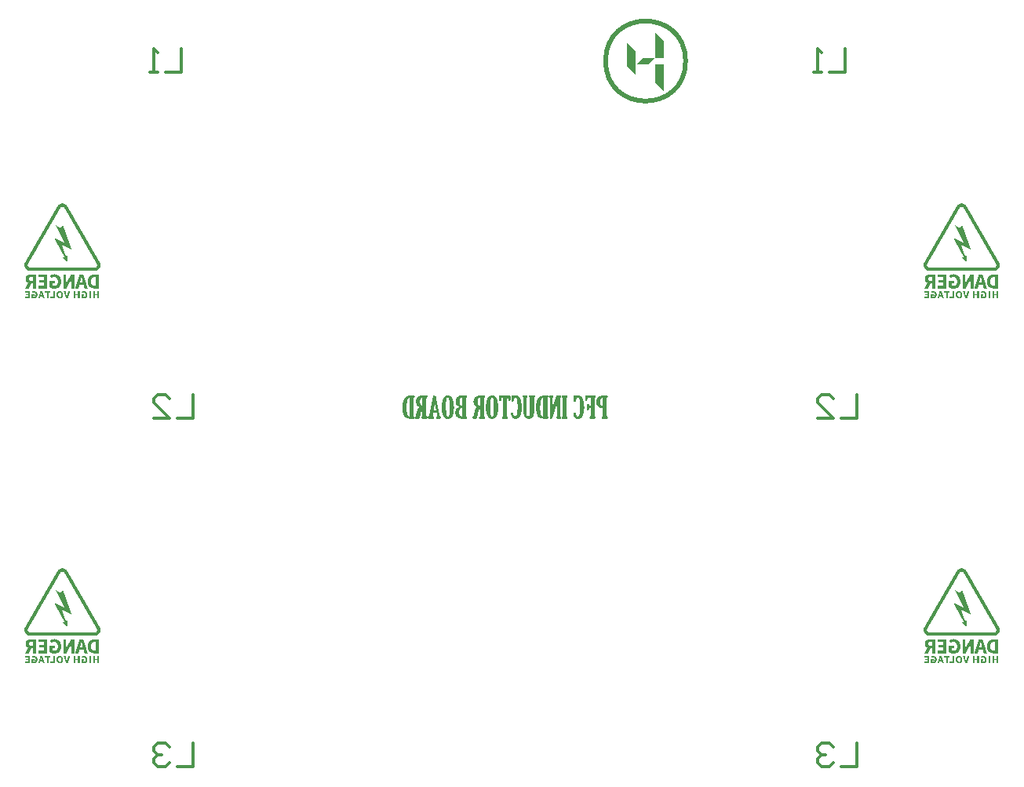
<source format=gbo>
G04*
G04 #@! TF.GenerationSoftware,Altium Limited,Altium Designer,23.8.1 (32)*
G04*
G04 Layer_Color=32896*
%FSLAX44Y44*%
%MOMM*%
G71*
G04*
G04 #@! TF.SameCoordinates,4367AEAE-D2C0-438D-9D7F-6733A8EB5FA7*
G04*
G04*
G04 #@! TF.FilePolarity,Positive*
G04*
G01*
G75*
%ADD11C,0.3048*%
%ADD20C,0.5080*%
G36*
X153175Y370315D02*
X140475D01*
X146825Y376665D01*
X159525D01*
X153175Y370315D01*
D02*
G37*
G36*
X139205Y384285D02*
Y358885D01*
X130315Y367775D01*
Y393175D01*
X139205Y384285D01*
D02*
G37*
G36*
X-478924Y219716D02*
X-478700Y219700D01*
X-478388Y219676D01*
X-478276Y219660D01*
X-478060Y219636D01*
X-477932Y219604D01*
X-477852Y219573D01*
X-477788Y219557D01*
X-477684Y219532D01*
X-477620Y219517D01*
X-477508Y219501D01*
X-477444Y219484D01*
X-477309Y219429D01*
X-477229Y219396D01*
X-477164Y219380D01*
X-477061Y219356D01*
X-476789Y219228D01*
X-476677Y219196D01*
X-476597Y219165D01*
X-476485Y219084D01*
X-476421Y219069D01*
X-476309Y219021D01*
X-476277Y218988D01*
X-476165Y218925D01*
X-476053Y218876D01*
X-476021Y218861D01*
X-475973Y218813D01*
X-475797Y218717D01*
X-475757Y218677D01*
X-475605Y218573D01*
X-475573Y218557D01*
X-475549Y218533D01*
X-475461Y218461D01*
X-475429Y218445D01*
X-475397Y218413D01*
X-475365Y218397D01*
X-475325Y218357D01*
X-475237Y218285D01*
X-475205Y218269D01*
X-475117Y218181D01*
X-475029Y218109D01*
X-474949Y218013D01*
X-474917Y217997D01*
X-474829Y217909D01*
X-474813Y217877D01*
X-474773Y217837D01*
X-474741Y217821D01*
X-474669Y217749D01*
X-474653Y217717D01*
X-474581Y217645D01*
X-474509Y217557D01*
X-474493Y217525D01*
X-474381Y217413D01*
X-474317Y217301D01*
X-474237Y217221D01*
X-474157Y217077D01*
X-474133Y217053D01*
X-474061Y216965D01*
X-473997Y216853D01*
X-473981Y216821D01*
X-473949Y216789D01*
X-473885Y216677D01*
X-473853Y216597D01*
X-473805Y216549D01*
X-473709Y216373D01*
X-473661Y216293D01*
X-473533Y216053D01*
X-473501Y216021D01*
X-473421Y215877D01*
X-473389Y215797D01*
X-473341Y215749D01*
X-473261Y215605D01*
X-473229Y215525D01*
X-473197Y215493D01*
X-473085Y215285D01*
X-473005Y215173D01*
X-472989Y215141D01*
X-472957Y215061D01*
X-472845Y214901D01*
X-472829Y214869D01*
X-472781Y214757D01*
X-472765Y214725D01*
X-472733Y214693D01*
X-472653Y214549D01*
X-472621Y214469D01*
X-472589Y214437D01*
X-472461Y214197D01*
X-472429Y214165D01*
X-472301Y213925D01*
X-472285Y213893D01*
X-472253Y213861D01*
X-472141Y213653D01*
X-472125Y213621D01*
X-472093Y213589D01*
X-471965Y213349D01*
X-471869Y213174D01*
X-471805Y213078D01*
X-471693Y212870D01*
X-471669Y212846D01*
X-471605Y212750D01*
X-471565Y212646D01*
X-471454Y212486D01*
X-471437Y212454D01*
X-471390Y212342D01*
X-471366Y212318D01*
X-471301Y212222D01*
X-471261Y212118D01*
X-471149Y211958D01*
X-471133Y211926D01*
X-471070Y211782D01*
X-471037Y211750D01*
X-470926Y211542D01*
X-470894Y211510D01*
X-470830Y211398D01*
X-470798Y211318D01*
X-470734Y211222D01*
X-470622Y211014D01*
X-470606Y210982D01*
X-470574Y210950D01*
X-470478Y210774D01*
X-470462Y210742D01*
X-470438Y210718D01*
X-470374Y210622D01*
X-470334Y210518D01*
X-470270Y210422D01*
X-470158Y210214D01*
X-470142Y210182D01*
X-470110Y210150D01*
X-469990Y209918D01*
X-469918Y209830D01*
X-469902Y209798D01*
X-469870Y209718D01*
X-469806Y209622D01*
X-469694Y209414D01*
X-469678Y209382D01*
X-469646Y209350D01*
X-469534Y209142D01*
X-469518Y209110D01*
X-469462Y209038D01*
X-469422Y208934D01*
X-469342Y208822D01*
X-469230Y208614D01*
X-469214Y208582D01*
X-469182Y208550D01*
X-469054Y208310D01*
X-468934Y208094D01*
X-468830Y207943D01*
X-468814Y207878D01*
X-468702Y207719D01*
X-468590Y207511D01*
X-468462Y207271D01*
X-468430Y207239D01*
X-468318Y207031D01*
X-468302Y206999D01*
X-468270Y206967D01*
X-468254Y206935D01*
X-468230Y206911D01*
X-468190Y206807D01*
X-468078Y206647D01*
X-468062Y206615D01*
X-468014Y206503D01*
X-467998Y206471D01*
X-467966Y206439D01*
X-467902Y206327D01*
X-467870Y206247D01*
X-467846Y206223D01*
X-467766Y206095D01*
X-467726Y205991D01*
X-467646Y205879D01*
X-467598Y205799D01*
X-467550Y205687D01*
X-467502Y205639D01*
X-467438Y205527D01*
X-467390Y205415D01*
X-467358Y205383D01*
X-467294Y205271D01*
X-467262Y205191D01*
X-467198Y205095D01*
X-467134Y204983D01*
X-467102Y204903D01*
X-467054Y204855D01*
X-466974Y204711D01*
X-466942Y204631D01*
X-466894Y204583D01*
X-466814Y204439D01*
X-466782Y204359D01*
X-466750Y204327D01*
X-466654Y204151D01*
X-466542Y203991D01*
X-466478Y203831D01*
X-466446Y203799D01*
X-466430Y203767D01*
X-466398Y203735D01*
X-466374Y203679D01*
X-466334Y203575D01*
X-466294Y203535D01*
X-466230Y203439D01*
X-466190Y203335D01*
X-466126Y203239D01*
X-466030Y203063D01*
X-466014Y203031D01*
X-465982Y202999D01*
X-465854Y202759D01*
X-465838Y202727D01*
X-465806Y202695D01*
X-465766Y202639D01*
X-465727Y202535D01*
X-465662Y202439D01*
X-465566Y202263D01*
X-465503Y202167D01*
X-465454Y202087D01*
X-465406Y201975D01*
X-465374Y201943D01*
X-465262Y201735D01*
X-465183Y201623D01*
X-464959Y201208D01*
X-464895Y201112D01*
X-464831Y201000D01*
X-464799Y200920D01*
X-464751Y200872D01*
X-464671Y200728D01*
X-464639Y200648D01*
X-464623Y200616D01*
X-464591Y200584D01*
X-464463Y200344D01*
X-464431Y200312D01*
X-464415Y200280D01*
X-464391Y200256D01*
X-464351Y200152D01*
X-464287Y200056D01*
X-464191Y199880D01*
X-464175Y199848D01*
X-464143Y199816D01*
X-464063Y199672D01*
X-464015Y199560D01*
X-463983Y199528D01*
X-463887Y199352D01*
X-463823Y199256D01*
X-463711Y199048D01*
X-463679Y199016D01*
X-463551Y198776D01*
X-463535Y198744D01*
X-463503Y198712D01*
X-463375Y198472D01*
X-463279Y198296D01*
X-463215Y198200D01*
X-463135Y198056D01*
X-463039Y197912D01*
X-462967Y197760D01*
X-462959Y197752D01*
X-462943Y197704D01*
X-462895Y197656D01*
X-462831Y197544D01*
X-462783Y197432D01*
X-462711Y197360D01*
X-462671Y197256D01*
X-462639Y197176D01*
X-462591Y197128D01*
X-462527Y197016D01*
X-462479Y196904D01*
X-462447Y196872D01*
X-462319Y196632D01*
X-462239Y196520D01*
X-462207Y196440D01*
X-462143Y196344D01*
X-462047Y196168D01*
X-461983Y196073D01*
X-461903Y195928D01*
X-461871Y195849D01*
X-461823Y195800D01*
X-461743Y195657D01*
X-461711Y195576D01*
X-461679Y195545D01*
X-461551Y195305D01*
X-461519Y195273D01*
X-461455Y195161D01*
X-461407Y195049D01*
X-461375Y195017D01*
X-461239Y194769D01*
X-461135Y194617D01*
X-461119Y194553D01*
X-461055Y194457D01*
X-460943Y194249D01*
X-460911Y194217D01*
X-460847Y194105D01*
X-460815Y194025D01*
X-460735Y193913D01*
X-460687Y193833D01*
X-460639Y193721D01*
X-460591Y193673D01*
X-460527Y193561D01*
X-460511Y193497D01*
X-460447Y193401D01*
X-460351Y193225D01*
X-460287Y193129D01*
X-460223Y193017D01*
X-460183Y192929D01*
X-460111Y192841D01*
X-460000Y192633D01*
X-459871Y192393D01*
X-459784Y192273D01*
X-459743Y192169D01*
X-459679Y192073D01*
X-459584Y191897D01*
X-459504Y191785D01*
X-459392Y191577D01*
X-459263Y191337D01*
X-459216Y191289D01*
X-459152Y191177D01*
X-459120Y191097D01*
X-459104Y191065D01*
X-459072Y191033D01*
X-458992Y190889D01*
X-458944Y190777D01*
X-458896Y190729D01*
X-458768Y190490D01*
X-458672Y190313D01*
X-458592Y190201D01*
X-458544Y190121D01*
X-458496Y190009D01*
X-458480Y189977D01*
X-458448Y189946D01*
X-458336Y189738D01*
X-458304Y189706D01*
X-458192Y189498D01*
X-458144Y189418D01*
X-458032Y189210D01*
X-458016Y189178D01*
X-457984Y189146D01*
X-457920Y189034D01*
X-457872Y188922D01*
X-457824Y188874D01*
X-457760Y188762D01*
X-457728Y188682D01*
X-457712Y188650D01*
X-457680Y188618D01*
X-457640Y188562D01*
X-457560Y188386D01*
X-457488Y188298D01*
X-457472Y188266D01*
X-457408Y188122D01*
X-457376Y188090D01*
X-457264Y187882D01*
X-457248Y187850D01*
X-457216Y187818D01*
X-457136Y187674D01*
X-457096Y187586D01*
X-457024Y187498D01*
X-457008Y187466D01*
X-456960Y187354D01*
X-456944Y187322D01*
X-456912Y187290D01*
X-456872Y187234D01*
X-456832Y187130D01*
X-456720Y186970D01*
X-456704Y186938D01*
X-456656Y186826D01*
X-456640Y186794D01*
X-456608Y186762D01*
X-456496Y186554D01*
X-456416Y186442D01*
X-456400Y186410D01*
X-456336Y186266D01*
X-456288Y186218D01*
X-456240Y186138D01*
X-456208Y186058D01*
X-456080Y185866D01*
X-456064Y185802D01*
X-456000Y185706D01*
X-455888Y185498D01*
X-455872Y185466D01*
X-455800Y185394D01*
X-455760Y185290D01*
X-455728Y185210D01*
X-455680Y185162D01*
X-455616Y185050D01*
X-455568Y184938D01*
X-455544Y184914D01*
X-455464Y184786D01*
X-455424Y184682D01*
X-455392Y184650D01*
X-455264Y184410D01*
X-455232Y184379D01*
X-455104Y184139D01*
X-455088Y184107D01*
X-455056Y184074D01*
X-454992Y183962D01*
X-454960Y183883D01*
X-454912Y183835D01*
X-454848Y183722D01*
X-454832Y183659D01*
X-454712Y183491D01*
X-454672Y183387D01*
X-454608Y183291D01*
X-454512Y183115D01*
X-454496Y183083D01*
X-454464Y183051D01*
X-454384Y182907D01*
X-454352Y182827D01*
X-454304Y182779D01*
X-454224Y182635D01*
X-454192Y182555D01*
X-454112Y182443D01*
X-454096Y182411D01*
X-454064Y182331D01*
X-453952Y182171D01*
X-453937Y182139D01*
X-453889Y182027D01*
X-453865Y182003D01*
X-453801Y181907D01*
X-453721Y181747D01*
X-453617Y181595D01*
X-453601Y181531D01*
X-453536Y181435D01*
X-453424Y181227D01*
X-453409Y181195D01*
X-453377Y181163D01*
X-453337Y181107D01*
X-453297Y181003D01*
X-453233Y180907D01*
X-453193Y180851D01*
X-453113Y180691D01*
X-453009Y180539D01*
X-452993Y180475D01*
X-452929Y180379D01*
X-452889Y180323D01*
X-452809Y180163D01*
X-452705Y180011D01*
X-452689Y179947D01*
X-452625Y179851D01*
X-452545Y179739D01*
X-452529Y179675D01*
X-452465Y179579D01*
X-452337Y179339D01*
X-452305Y179307D01*
X-452241Y179195D01*
X-452193Y179083D01*
X-452145Y179035D01*
X-452065Y178891D01*
X-452033Y178811D01*
X-451985Y178763D01*
X-451729Y178284D01*
X-451697Y178251D01*
X-451633Y178139D01*
X-451601Y178060D01*
X-451521Y177948D01*
X-451457Y177836D01*
X-451425Y177756D01*
X-451377Y177708D01*
X-451313Y177596D01*
X-451265Y177484D01*
X-451233Y177452D01*
X-451169Y177340D01*
X-451121Y177228D01*
X-451089Y177196D01*
X-451049Y177140D01*
X-450953Y176948D01*
X-450881Y176860D01*
X-450857Y176804D01*
X-450817Y176700D01*
X-450769Y176652D01*
X-450689Y176508D01*
X-450657Y176428D01*
X-450625Y176396D01*
X-450513Y176188D01*
X-450497Y176156D01*
X-450473Y176132D01*
X-450409Y176036D01*
X-450369Y175932D01*
X-450257Y175772D01*
X-450241Y175740D01*
X-450193Y175628D01*
X-450161Y175596D01*
X-450097Y175484D01*
X-450049Y175372D01*
X-450017Y175340D01*
X-450001Y175308D01*
X-449977Y175284D01*
X-449881Y175092D01*
X-449777Y174940D01*
X-449761Y174876D01*
X-449697Y174780D01*
X-449585Y174572D01*
X-449553Y174540D01*
X-449441Y174332D01*
X-449425Y174300D01*
X-449393Y174268D01*
X-449313Y174124D01*
X-449281Y174044D01*
X-449249Y174012D01*
X-449233Y173980D01*
X-449209Y173956D01*
X-449113Y173764D01*
X-449009Y173612D01*
X-448993Y173548D01*
X-448929Y173452D01*
X-448809Y173236D01*
X-448705Y173084D01*
X-448689Y173020D01*
X-448577Y172861D01*
X-448561Y172828D01*
X-448513Y172717D01*
X-448497Y172684D01*
X-448465Y172652D01*
X-448353Y172444D01*
X-448337Y172412D01*
X-448306Y172381D01*
X-448193Y172173D01*
X-448177Y172141D01*
X-448145Y172109D01*
X-448082Y171997D01*
X-448033Y171885D01*
X-448002Y171853D01*
X-447921Y171709D01*
X-447890Y171629D01*
X-447841Y171581D01*
X-447794Y171501D01*
X-447729Y171357D01*
X-447697Y171325D01*
X-447634Y171213D01*
X-447586Y171101D01*
X-447538Y171053D01*
X-447458Y170909D01*
X-447426Y170829D01*
X-447394Y170797D01*
X-447274Y170581D01*
X-447170Y170429D01*
X-447154Y170365D01*
X-447090Y170269D01*
X-446978Y170061D01*
X-446962Y170029D01*
X-446930Y169997D01*
X-446850Y169853D01*
X-446818Y169773D01*
X-446770Y169725D01*
X-446690Y169581D01*
X-446642Y169501D01*
X-446562Y169357D01*
X-446514Y169245D01*
X-446466Y169197D01*
X-446402Y169085D01*
X-446354Y168973D01*
X-446322Y168941D01*
X-446210Y168733D01*
X-446194Y168701D01*
X-446162Y168669D01*
X-446098Y168557D01*
X-446050Y168445D01*
X-446018Y168413D01*
X-445906Y168205D01*
X-445890Y168173D01*
X-445858Y168141D01*
X-445778Y167997D01*
X-445746Y167917D01*
X-445698Y167869D01*
X-445618Y167725D01*
X-445586Y167645D01*
X-445554Y167613D01*
X-445442Y167405D01*
X-445426Y167373D01*
X-445394Y167341D01*
X-445330Y167229D01*
X-445298Y167149D01*
X-445186Y166989D01*
X-445170Y166957D01*
X-445122Y166845D01*
X-445090Y166814D01*
X-445010Y166670D01*
X-444978Y166590D01*
X-444946Y166558D01*
X-444810Y166310D01*
X-444738Y166222D01*
X-444674Y166062D01*
X-444642Y166030D01*
X-444602Y165974D01*
X-444506Y165782D01*
X-444434Y165694D01*
X-444418Y165662D01*
X-444354Y165518D01*
X-444322Y165486D01*
X-444210Y165278D01*
X-444194Y165246D01*
X-444162Y165214D01*
X-444098Y165102D01*
X-444066Y165022D01*
X-444050Y164990D01*
X-444026Y164966D01*
X-443962Y164870D01*
X-443922Y164766D01*
X-443858Y164670D01*
X-443730Y164430D01*
X-443698Y164398D01*
X-443586Y164190D01*
X-443570Y164158D01*
X-443538Y164126D01*
X-443498Y164070D01*
X-443458Y163966D01*
X-443394Y163870D01*
X-443298Y163694D01*
X-443218Y163582D01*
X-443202Y163550D01*
X-443138Y163406D01*
X-443122Y163374D01*
X-443090Y163342D01*
X-442978Y163134D01*
X-442946Y163102D01*
X-442850Y162926D01*
X-442818Y162846D01*
X-442786Y162814D01*
X-442690Y162638D01*
X-442626Y162542D01*
X-442586Y162486D01*
X-442546Y162382D01*
X-442434Y162222D01*
X-442418Y162190D01*
X-442387Y162110D01*
X-442323Y162014D01*
X-442211Y161806D01*
X-442131Y161694D01*
X-442114Y161662D01*
X-442082Y161582D01*
X-442019Y161486D01*
X-441907Y161278D01*
X-441891Y161246D01*
X-441859Y161214D01*
X-441795Y161103D01*
X-441747Y160991D01*
X-441675Y160919D01*
X-441595Y160742D01*
X-441491Y160591D01*
X-441475Y160527D01*
X-441395Y160415D01*
X-441283Y160207D01*
X-441267Y160175D01*
X-441235Y160143D01*
X-441171Y160031D01*
X-441123Y159919D01*
X-441091Y159887D01*
X-440995Y159711D01*
X-440947Y159631D01*
X-440851Y159455D01*
X-440787Y159359D01*
X-440723Y159247D01*
X-440675Y159135D01*
X-440627Y159087D01*
X-440571Y158999D01*
X-440531Y158895D01*
X-440451Y158783D01*
X-440355Y158607D01*
X-440211Y158335D01*
X-440163Y158287D01*
X-440147Y158255D01*
X-440123Y158231D01*
X-440099Y158143D01*
X-439955Y157935D01*
X-439939Y157871D01*
X-439827Y157711D01*
X-439811Y157679D01*
X-439747Y157535D01*
X-439715Y157503D01*
X-439651Y157391D01*
X-439603Y157279D01*
X-439555Y157231D01*
X-439491Y157119D01*
X-439459Y157039D01*
X-439395Y156943D01*
X-439315Y156799D01*
X-439267Y156719D01*
X-439139Y156479D01*
X-439107Y156447D01*
X-439027Y156303D01*
X-438995Y156223D01*
X-438915Y156111D01*
X-438883Y156031D01*
X-438803Y155855D01*
X-438763Y155799D01*
X-438691Y155599D01*
X-438619Y155431D01*
X-438587Y155351D01*
X-438563Y155264D01*
X-438547Y155199D01*
X-438515Y155087D01*
X-438451Y154944D01*
X-438435Y154895D01*
X-438419Y154768D01*
X-438387Y154640D01*
X-438371Y154528D01*
X-438355Y154464D01*
X-438331Y154376D01*
X-438315Y154312D01*
X-438291Y154144D01*
X-438275Y154096D01*
X-438259Y153744D01*
X-438243Y153696D01*
X-438251Y152824D01*
X-438275Y152448D01*
X-438291Y152336D01*
X-438307Y152272D01*
X-438339Y152160D01*
X-438371Y152032D01*
X-438451Y151600D01*
X-438491Y151496D01*
X-438555Y151320D01*
X-438595Y151136D01*
X-438667Y151016D01*
X-438707Y150912D01*
X-438755Y150752D01*
X-438819Y150656D01*
X-438843Y150600D01*
X-438883Y150496D01*
X-438939Y150392D01*
X-439003Y150296D01*
X-439043Y150192D01*
X-439107Y150096D01*
X-439203Y149920D01*
X-439219Y149888D01*
X-439267Y149840D01*
X-439315Y149760D01*
X-439475Y149537D01*
X-439491Y149504D01*
X-439523Y149472D01*
X-439539Y149440D01*
X-439563Y149416D01*
X-439635Y149328D01*
X-439651Y149297D01*
X-439723Y149225D01*
X-439795Y149136D01*
X-439811Y149104D01*
X-439939Y148976D01*
X-439955Y148945D01*
X-440011Y148889D01*
X-440043Y148872D01*
X-440099Y148817D01*
X-440115Y148785D01*
X-440155Y148744D01*
X-440187Y148729D01*
X-440315Y148601D01*
X-440347Y148585D01*
X-440435Y148497D01*
X-440523Y148425D01*
X-440555Y148409D01*
X-440651Y148313D01*
X-440795Y148233D01*
X-440891Y148137D01*
X-441003Y148073D01*
X-441035Y148057D01*
X-441083Y148009D01*
X-441163Y147961D01*
X-441243Y147929D01*
X-441307Y147865D01*
X-441395Y147809D01*
X-441499Y147785D01*
X-441611Y147705D01*
X-441691Y147657D01*
X-441754Y147641D01*
X-441954Y147537D01*
X-442034Y147505D01*
X-442122Y147481D01*
X-442267Y147417D01*
X-442387Y147361D01*
X-442450Y147345D01*
X-442530Y147329D01*
X-442618Y147305D01*
X-442722Y147265D01*
X-442802Y147233D01*
X-442866Y147217D01*
X-442986Y147193D01*
X-443050Y147177D01*
X-443274Y147145D01*
X-443410Y147105D01*
X-443514Y147081D01*
X-443562Y147065D01*
X-443834Y147049D01*
X-443882Y147033D01*
X-514030Y147017D01*
X-514478Y147033D01*
X-514734Y147049D01*
X-514894Y147065D01*
X-515006Y147081D01*
X-515070Y147097D01*
X-515206Y147137D01*
X-515590Y147201D01*
X-515694Y147225D01*
X-515798Y147265D01*
X-515878Y147297D01*
X-516006Y147329D01*
X-516110Y147353D01*
X-516190Y147385D01*
X-516294Y147441D01*
X-516398Y147481D01*
X-516462Y147497D01*
X-516638Y147577D01*
X-516750Y147641D01*
X-516846Y147657D01*
X-517014Y147777D01*
X-517102Y147801D01*
X-517182Y147833D01*
X-517246Y147897D01*
X-517302Y147937D01*
X-517406Y147977D01*
X-517470Y148041D01*
X-517613Y148121D01*
X-517710Y148217D01*
X-517822Y148281D01*
X-517854Y148297D01*
X-517910Y148353D01*
X-517998Y148425D01*
X-518030Y148441D01*
X-518158Y148569D01*
X-518190Y148585D01*
X-518317Y148713D01*
X-518349Y148729D01*
X-518405Y148785D01*
X-518421Y148817D01*
X-518461Y148856D01*
X-518493Y148872D01*
X-518549Y148928D01*
X-518565Y148961D01*
X-518653Y149049D01*
X-518725Y149136D01*
X-518741Y149169D01*
X-518813Y149241D01*
X-518885Y149328D01*
X-518901Y149361D01*
X-518965Y149424D01*
X-519005Y149480D01*
X-519069Y149576D01*
X-519141Y149664D01*
X-519221Y149808D01*
X-519285Y149872D01*
X-519349Y149984D01*
X-519389Y150072D01*
X-519493Y150224D01*
X-519509Y150288D01*
X-519573Y150384D01*
X-519589Y150416D01*
X-519613Y150440D01*
X-519653Y150544D01*
X-519685Y150624D01*
X-519757Y150744D01*
X-519805Y150872D01*
X-519829Y150976D01*
X-519901Y151096D01*
X-519933Y151176D01*
X-519957Y151280D01*
X-519989Y151392D01*
X-520029Y151496D01*
X-520061Y151576D01*
X-520117Y151840D01*
X-520133Y151904D01*
X-520165Y152096D01*
X-520205Y152232D01*
X-520229Y152352D01*
X-520245Y152400D01*
X-520261Y152784D01*
X-520277Y152832D01*
X-520269Y153720D01*
X-520253Y153976D01*
X-520237Y154120D01*
X-520213Y154272D01*
X-520197Y154336D01*
X-520173Y154424D01*
X-520157Y154488D01*
X-520141Y154568D01*
X-520125Y154664D01*
X-520109Y154743D01*
X-520093Y154839D01*
X-520069Y154944D01*
X-520029Y155031D01*
X-519997Y155112D01*
X-519973Y155199D01*
X-519941Y155327D01*
X-519869Y155495D01*
X-519797Y155695D01*
X-519733Y155839D01*
X-519677Y155927D01*
X-519621Y156079D01*
X-519573Y156159D01*
X-519445Y156399D01*
X-519429Y156431D01*
X-519397Y156463D01*
X-519285Y156671D01*
X-519149Y156919D01*
X-519045Y157071D01*
X-519029Y157135D01*
X-518965Y157231D01*
X-518885Y157343D01*
X-518869Y157407D01*
X-518805Y157503D01*
X-518725Y157647D01*
X-518693Y157727D01*
X-518645Y157775D01*
X-518533Y157983D01*
X-518517Y158015D01*
X-518485Y158047D01*
X-518437Y158127D01*
X-518389Y158239D01*
X-518373Y158271D01*
X-518326Y158319D01*
X-518198Y158559D01*
X-518102Y158735D01*
X-518037Y158831D01*
X-517974Y158943D01*
X-517925Y159055D01*
X-517878Y159103D01*
X-517813Y159215D01*
X-517766Y159327D01*
X-517734Y159359D01*
X-517622Y159567D01*
X-517542Y159679D01*
X-517526Y159711D01*
X-517462Y159855D01*
X-517430Y159887D01*
X-517350Y160031D01*
X-517318Y160111D01*
X-517270Y160159D01*
X-517190Y160303D01*
X-517158Y160383D01*
X-517126Y160415D01*
X-516998Y160655D01*
X-516966Y160686D01*
X-516902Y160798D01*
X-516854Y160910D01*
X-516806Y160958D01*
X-516742Y161070D01*
X-516694Y161182D01*
X-516646Y161230D01*
X-516582Y161342D01*
X-516550Y161422D01*
X-516438Y161582D01*
X-516422Y161646D01*
X-516358Y161742D01*
X-516246Y161950D01*
X-516230Y161982D01*
X-516206Y162006D01*
X-516142Y162102D01*
X-516102Y162206D01*
X-515990Y162366D01*
X-515974Y162398D01*
X-515926Y162510D01*
X-515894Y162542D01*
X-515782Y162750D01*
X-515766Y162782D01*
X-515734Y162814D01*
X-515670Y162926D01*
X-515606Y163070D01*
X-515574Y163102D01*
X-515478Y163278D01*
X-515462Y163310D01*
X-515414Y163358D01*
X-515350Y163470D01*
X-515334Y163534D01*
X-515270Y163630D01*
X-515158Y163838D01*
X-515126Y163870D01*
X-515046Y164014D01*
X-515014Y164094D01*
X-514966Y164142D01*
X-514902Y164254D01*
X-514854Y164366D01*
X-514822Y164398D01*
X-514694Y164638D01*
X-514662Y164670D01*
X-514598Y164782D01*
X-514566Y164862D01*
X-514502Y164958D01*
X-514422Y165102D01*
X-514390Y165182D01*
X-514342Y165230D01*
X-514326Y165262D01*
X-514302Y165286D01*
X-514262Y165390D01*
X-514198Y165486D01*
X-514086Y165694D01*
X-514070Y165726D01*
X-514038Y165758D01*
X-513926Y165966D01*
X-513910Y165998D01*
X-513878Y166030D01*
X-513814Y166142D01*
X-513782Y166222D01*
X-513766Y166254D01*
X-513734Y166286D01*
X-513638Y166462D01*
X-513574Y166558D01*
X-513534Y166614D01*
X-513494Y166717D01*
X-513430Y166814D01*
X-513334Y166989D01*
X-513318Y167022D01*
X-513294Y167045D01*
X-513230Y167141D01*
X-513190Y167245D01*
X-513046Y167453D01*
X-513030Y167517D01*
X-512966Y167613D01*
X-512854Y167821D01*
X-512838Y167853D01*
X-512806Y167885D01*
X-512742Y167997D01*
X-512695Y168109D01*
X-512662Y168141D01*
X-512551Y168349D01*
X-512534Y168381D01*
X-512495Y168421D01*
X-512383Y168645D01*
X-512310Y168733D01*
X-512295Y168765D01*
X-512230Y168909D01*
X-512198Y168941D01*
X-512118Y169085D01*
X-512086Y169165D01*
X-512054Y169197D01*
X-511926Y169437D01*
X-511895Y169469D01*
X-511783Y169677D01*
X-511767Y169709D01*
X-511727Y169749D01*
X-511615Y169973D01*
X-511543Y170061D01*
X-511527Y170093D01*
X-511463Y170237D01*
X-511431Y170269D01*
X-511367Y170381D01*
X-511319Y170493D01*
X-511287Y170525D01*
X-511191Y170701D01*
X-511127Y170797D01*
X-511063Y170909D01*
X-511015Y171021D01*
X-510991Y171045D01*
X-510919Y171133D01*
X-510903Y171197D01*
X-510831Y171317D01*
X-510751Y171445D01*
X-510711Y171549D01*
X-510663Y171597D01*
X-510623Y171653D01*
X-510583Y171757D01*
X-510519Y171853D01*
X-510407Y172061D01*
X-510391Y172093D01*
X-510359Y172125D01*
X-510279Y172269D01*
X-510247Y172349D01*
X-510199Y172397D01*
X-510135Y172509D01*
X-510087Y172621D01*
X-510055Y172652D01*
X-509943Y172861D01*
X-509927Y172892D01*
X-509895Y172924D01*
X-509831Y173036D01*
X-509783Y173148D01*
X-509751Y173180D01*
X-509639Y173388D01*
X-509559Y173500D01*
X-509543Y173532D01*
X-509479Y173676D01*
X-509455Y173700D01*
X-509391Y173796D01*
X-509351Y173900D01*
X-509231Y174068D01*
X-509191Y174172D01*
X-509079Y174332D01*
X-509063Y174364D01*
X-509031Y174444D01*
X-508967Y174540D01*
X-508855Y174748D01*
X-508823Y174780D01*
X-508759Y174892D01*
X-508743Y174956D01*
X-508663Y175068D01*
X-508607Y175156D01*
X-508567Y175260D01*
X-508543Y175284D01*
X-508439Y175436D01*
X-508423Y175500D01*
X-508359Y175596D01*
X-508263Y175772D01*
X-508247Y175804D01*
X-508223Y175828D01*
X-508159Y175924D01*
X-508119Y176028D01*
X-508007Y176188D01*
X-507991Y176220D01*
X-507959Y176300D01*
X-507895Y176396D01*
X-507831Y176508D01*
X-507783Y176620D01*
X-507735Y176668D01*
X-507687Y176748D01*
X-507655Y176828D01*
X-507607Y176908D01*
X-507527Y177020D01*
X-507511Y177084D01*
X-507447Y177180D01*
X-507367Y177292D01*
X-507351Y177356D01*
X-507287Y177452D01*
X-507207Y177596D01*
X-507175Y177676D01*
X-507127Y177724D01*
X-507087Y177780D01*
X-507047Y177884D01*
X-506967Y177996D01*
X-506855Y178204D01*
X-506839Y178235D01*
X-506807Y178267D01*
X-506696Y178475D01*
X-506552Y178748D01*
X-506520Y178779D01*
X-506408Y178987D01*
X-506391Y179019D01*
X-506359Y179051D01*
X-506279Y179195D01*
X-506247Y179275D01*
X-506216Y179307D01*
X-506087Y179547D01*
X-506056Y179579D01*
X-505992Y179691D01*
X-505944Y179803D01*
X-505896Y179851D01*
X-505832Y179963D01*
X-505800Y180043D01*
X-505736Y180139D01*
X-505680Y180227D01*
X-505640Y180331D01*
X-505592Y180379D01*
X-505528Y180491D01*
X-505480Y180603D01*
X-505448Y180635D01*
X-505336Y180843D01*
X-505320Y180875D01*
X-505288Y180907D01*
X-505224Y181019D01*
X-505176Y181131D01*
X-505128Y181179D01*
X-505000Y181419D01*
X-504960Y181475D01*
X-504864Y181667D01*
X-504760Y181819D01*
X-504744Y181883D01*
X-504664Y181995D01*
X-504568Y182171D01*
X-504552Y182203D01*
X-504520Y182235D01*
X-504424Y182411D01*
X-504376Y182491D01*
X-504248Y182731D01*
X-504232Y182763D01*
X-504200Y182795D01*
X-504160Y182851D01*
X-504120Y182955D01*
X-504008Y183115D01*
X-503992Y183147D01*
X-503944Y183259D01*
X-503920Y183283D01*
X-503856Y183379D01*
X-503816Y183483D01*
X-503736Y183595D01*
X-503688Y183675D01*
X-503624Y183819D01*
X-503592Y183851D01*
X-503528Y183962D01*
X-503496Y184042D01*
X-503456Y184083D01*
X-503392Y184179D01*
X-503352Y184282D01*
X-503288Y184379D01*
X-503192Y184554D01*
X-503128Y184650D01*
X-503080Y184730D01*
X-503016Y184874D01*
X-502984Y184906D01*
X-502872Y185114D01*
X-502856Y185146D01*
X-502824Y185178D01*
X-502784Y185234D01*
X-502728Y185386D01*
X-502704Y185410D01*
X-502632Y185498D01*
X-502616Y185530D01*
X-502568Y185642D01*
X-502488Y185754D01*
X-502472Y185786D01*
X-502424Y185898D01*
X-502392Y185930D01*
X-502376Y185962D01*
X-502336Y186002D01*
X-502296Y186106D01*
X-502264Y186186D01*
X-502216Y186234D01*
X-502120Y186410D01*
X-502072Y186490D01*
X-501976Y186666D01*
X-501936Y186738D01*
X-501864Y186826D01*
X-501848Y186858D01*
X-501816Y186938D01*
X-501768Y187018D01*
X-501728Y187074D01*
X-501632Y187266D01*
X-501560Y187354D01*
X-501544Y187386D01*
X-501496Y187498D01*
X-501480Y187530D01*
X-501448Y187562D01*
X-501408Y187618D01*
X-501368Y187722D01*
X-501256Y187882D01*
X-501240Y187914D01*
X-501176Y188058D01*
X-501144Y188090D01*
X-501032Y188298D01*
X-501016Y188330D01*
X-500976Y188370D01*
X-500864Y188594D01*
X-500793Y188682D01*
X-500776Y188714D01*
X-500728Y188826D01*
X-500713Y188858D01*
X-500681Y188890D01*
X-500616Y189002D01*
X-500569Y189114D01*
X-500528Y189154D01*
X-500465Y189250D01*
X-500424Y189354D01*
X-500345Y189466D01*
X-500328Y189498D01*
X-500281Y189610D01*
X-500217Y189706D01*
X-500105Y189914D01*
X-500057Y189961D01*
X-499993Y190074D01*
X-499977Y190138D01*
X-499865Y190297D01*
X-499849Y190329D01*
X-499785Y190441D01*
X-499641Y190713D01*
X-499601Y190753D01*
X-499473Y191009D01*
X-499401Y191097D01*
X-499385Y191129D01*
X-499337Y191241D01*
X-499321Y191273D01*
X-499289Y191305D01*
X-499209Y191449D01*
X-499161Y191529D01*
X-499049Y191737D01*
X-498985Y191833D01*
X-498873Y192041D01*
X-498841Y192073D01*
X-498761Y192217D01*
X-498729Y192297D01*
X-498697Y192329D01*
X-498585Y192537D01*
X-498521Y192633D01*
X-498409Y192841D01*
X-498393Y192873D01*
X-498361Y192905D01*
X-498313Y192985D01*
X-498265Y193097D01*
X-498233Y193129D01*
X-498121Y193337D01*
X-498105Y193369D01*
X-498073Y193401D01*
X-498009Y193513D01*
X-497961Y193625D01*
X-497945Y193657D01*
X-497913Y193689D01*
X-497849Y193801D01*
X-497817Y193881D01*
X-497793Y193905D01*
X-497689Y194057D01*
X-497673Y194121D01*
X-497609Y194217D01*
X-497497Y194425D01*
X-497465Y194457D01*
X-497401Y194569D01*
X-497369Y194649D01*
X-497305Y194745D01*
X-497185Y194961D01*
X-497081Y195113D01*
X-497065Y195177D01*
X-497001Y195273D01*
X-496873Y195513D01*
X-496841Y195545D01*
X-496729Y195753D01*
X-496713Y195784D01*
X-496681Y195816D01*
X-496617Y195928D01*
X-496569Y196040D01*
X-496537Y196073D01*
X-496409Y196312D01*
X-496377Y196344D01*
X-496361Y196376D01*
X-496329Y196408D01*
X-496313Y196472D01*
X-496249Y196568D01*
X-496137Y196776D01*
X-496073Y196872D01*
X-495961Y197080D01*
X-495945Y197112D01*
X-495913Y197144D01*
X-495873Y197200D01*
X-495817Y197352D01*
X-495769Y197400D01*
X-495657Y197608D01*
X-495641Y197640D01*
X-495609Y197672D01*
X-495553Y197760D01*
X-495513Y197864D01*
X-495449Y197960D01*
X-495369Y198104D01*
X-495305Y198200D01*
X-495209Y198376D01*
X-495097Y198552D01*
X-495081Y198616D01*
X-495001Y198728D01*
X-494938Y198840D01*
X-494906Y198920D01*
X-494841Y199016D01*
X-494745Y199192D01*
X-494682Y199288D01*
X-494570Y199496D01*
X-494538Y199528D01*
X-494473Y199640D01*
X-494442Y199720D01*
X-494378Y199816D01*
X-494282Y199992D01*
X-494266Y200024D01*
X-494234Y200056D01*
X-494154Y200200D01*
X-494122Y200280D01*
X-494074Y200328D01*
X-493954Y200560D01*
X-493882Y200648D01*
X-493834Y200776D01*
X-493714Y200944D01*
X-493674Y201048D01*
X-493594Y201160D01*
X-493370Y201576D01*
X-493306Y201672D01*
X-493210Y201847D01*
X-493146Y201943D01*
X-493090Y202031D01*
X-493050Y202135D01*
X-493018Y202167D01*
X-492890Y202407D01*
X-492858Y202439D01*
X-492778Y202583D01*
X-492746Y202663D01*
X-492698Y202711D01*
X-492634Y202823D01*
X-492602Y202903D01*
X-492490Y203063D01*
X-492474Y203095D01*
X-492426Y203207D01*
X-492394Y203239D01*
X-492266Y203479D01*
X-492250Y203511D01*
X-492218Y203543D01*
X-492178Y203599D01*
X-492154Y203687D01*
X-492074Y203799D01*
X-492010Y203911D01*
X-491978Y203991D01*
X-491962Y204023D01*
X-491930Y204055D01*
X-491834Y204231D01*
X-491770Y204327D01*
X-491658Y204535D01*
X-491642Y204567D01*
X-491610Y204599D01*
X-491562Y204679D01*
X-491530Y204759D01*
X-491466Y204855D01*
X-491426Y204911D01*
X-491346Y205071D01*
X-491242Y205223D01*
X-491226Y205287D01*
X-491162Y205383D01*
X-491050Y205591D01*
X-491034Y205623D01*
X-491002Y205655D01*
X-490890Y205863D01*
X-490874Y205895D01*
X-490842Y205927D01*
X-490778Y206039D01*
X-490746Y206119D01*
X-490634Y206279D01*
X-490618Y206343D01*
X-490554Y206439D01*
X-490442Y206647D01*
X-490426Y206679D01*
X-490394Y206711D01*
X-490314Y206855D01*
X-490282Y206935D01*
X-490234Y206983D01*
X-490170Y207095D01*
X-490122Y207206D01*
X-490074Y207255D01*
X-489962Y207463D01*
X-489866Y207638D01*
X-489818Y207719D01*
X-489802Y207750D01*
X-489770Y207782D01*
X-489706Y207894D01*
X-489674Y207974D01*
X-489594Y208086D01*
X-489370Y208502D01*
X-489354Y208534D01*
X-489330Y208558D01*
X-489266Y208654D01*
X-489226Y208758D01*
X-489146Y208870D01*
X-489082Y208982D01*
X-489050Y209062D01*
X-489018Y209094D01*
X-488890Y209334D01*
X-488858Y209366D01*
X-488795Y209478D01*
X-488746Y209590D01*
X-488714Y209622D01*
X-488699Y209654D01*
X-488666Y209686D01*
X-488651Y209718D01*
X-488602Y209830D01*
X-488587Y209862D01*
X-488554Y209894D01*
X-488427Y210134D01*
X-488395Y210166D01*
X-488331Y210278D01*
X-488283Y210390D01*
X-488259Y210414D01*
X-488195Y210510D01*
X-488155Y210614D01*
X-488043Y210774D01*
X-488027Y210806D01*
X-487995Y210886D01*
X-487979Y210918D01*
X-487931Y210966D01*
X-487867Y211078D01*
X-487819Y211190D01*
X-487787Y211222D01*
X-487731Y211310D01*
X-487691Y211414D01*
X-487627Y211510D01*
X-487515Y211718D01*
X-487483Y211750D01*
X-487371Y211958D01*
X-487355Y211990D01*
X-487323Y212022D01*
X-487259Y212134D01*
X-487227Y212214D01*
X-487163Y212310D01*
X-487099Y212422D01*
X-487067Y212502D01*
X-487019Y212550D01*
X-486955Y212662D01*
X-486907Y212774D01*
X-486891Y212806D01*
X-486859Y212838D01*
X-486763Y213014D01*
X-486683Y213126D01*
X-486571Y213333D01*
X-486443Y213573D01*
X-486411Y213605D01*
X-486299Y213813D01*
X-486283Y213845D01*
X-486251Y213877D01*
X-486123Y214117D01*
X-486107Y214149D01*
X-486075Y214181D01*
X-485963Y214389D01*
X-485947Y214421D01*
X-485923Y214445D01*
X-485811Y214669D01*
X-485739Y214757D01*
X-485675Y214917D01*
X-485627Y214965D01*
X-485531Y215141D01*
X-485483Y215221D01*
X-485387Y215397D01*
X-485323Y215493D01*
X-485211Y215701D01*
X-485195Y215733D01*
X-485163Y215765D01*
X-485099Y215877D01*
X-485067Y215957D01*
X-485051Y215989D01*
X-485019Y216021D01*
X-484907Y216229D01*
X-484827Y216341D01*
X-484795Y216421D01*
X-484723Y216541D01*
X-484651Y216629D01*
X-484635Y216693D01*
X-484523Y216853D01*
X-484459Y216965D01*
X-484443Y216997D01*
X-484419Y217021D01*
X-484315Y217173D01*
X-484299Y217205D01*
X-484251Y217253D01*
X-484171Y217365D01*
X-484155Y217397D01*
X-484059Y217493D01*
X-484043Y217525D01*
X-484011Y217557D01*
X-483995Y217589D01*
X-483883Y217701D01*
X-483867Y217733D01*
X-483795Y217805D01*
X-483763Y217821D01*
X-483723Y217861D01*
X-483707Y217893D01*
X-483619Y217981D01*
X-483587Y217997D01*
X-483579Y218021D01*
X-483491Y218109D01*
X-483459Y218125D01*
X-483371Y218213D01*
X-483284Y218285D01*
X-483251Y218301D01*
X-483204Y218349D01*
X-483171Y218365D01*
X-483124Y218413D01*
X-483044Y218461D01*
X-482988Y218517D01*
X-482836Y218621D01*
X-482803Y218637D01*
X-482756Y218685D01*
X-482556Y218805D01*
X-482468Y218876D01*
X-482412Y218901D01*
X-482308Y218941D01*
X-482260Y218988D01*
X-482228Y219004D01*
X-482204Y219028D01*
X-481996Y219109D01*
X-481900Y219172D01*
X-481772Y219221D01*
X-481668Y219244D01*
X-481548Y219317D01*
X-481468Y219349D01*
X-481300Y219389D01*
X-481116Y219476D01*
X-481052Y219492D01*
X-480972Y219508D01*
X-480876Y219524D01*
X-480796Y219541D01*
X-480692Y219564D01*
X-480588Y219604D01*
X-480524Y219620D01*
X-480348Y219652D01*
X-480204Y219668D01*
X-480012Y219684D01*
X-479636Y219708D01*
X-479588Y219724D01*
X-478924Y219716D01*
D02*
G37*
G36*
X-487715Y143434D02*
X-487459Y143418D01*
X-487243Y143393D01*
X-487051Y143378D01*
X-486891Y143362D01*
X-486763Y143345D01*
X-486619Y143329D01*
X-486491Y143314D01*
X-486387Y143289D01*
X-486283Y143250D01*
X-486219Y143233D01*
X-486139Y143217D01*
X-486043Y143202D01*
X-485907Y143177D01*
X-485843Y143161D01*
X-485739Y143122D01*
X-485611Y143074D01*
X-485523Y143049D01*
X-485459Y143034D01*
X-485347Y143001D01*
X-485267Y142970D01*
X-485243Y142945D01*
X-485115Y142898D01*
X-485027Y142874D01*
X-484723Y142730D01*
X-484659Y142714D01*
X-484579Y142682D01*
X-484547Y142650D01*
X-484435Y142586D01*
X-484323Y142538D01*
X-484291Y142522D01*
X-484259Y142490D01*
X-484083Y142394D01*
X-484051Y142378D01*
X-484019Y142346D01*
X-483843Y142250D01*
X-483779Y142186D01*
X-483603Y142090D01*
X-483547Y142034D01*
X-483459Y141962D01*
X-483428Y141946D01*
X-483371Y141890D01*
X-483284Y141818D01*
X-483251Y141802D01*
X-483163Y141714D01*
X-483075Y141642D01*
X-483044Y141626D01*
X-482956Y141538D01*
X-482868Y141466D01*
X-482795Y141378D01*
X-482700Y141298D01*
X-482684Y141266D01*
X-482636Y141218D01*
X-482620Y141186D01*
X-482580Y141146D01*
X-482548Y141130D01*
X-482540Y141106D01*
X-482508Y141074D01*
X-482492Y141042D01*
X-482412Y140962D01*
X-482300Y140818D01*
X-482284Y140786D01*
X-482236Y140738D01*
X-482156Y140626D01*
X-482140Y140594D01*
X-482076Y140530D01*
X-482012Y140418D01*
X-481980Y140386D01*
X-481964Y140354D01*
X-481932Y140322D01*
X-481852Y140178D01*
X-481788Y140082D01*
X-481676Y139874D01*
X-481644Y139842D01*
X-481564Y139698D01*
X-481516Y139586D01*
X-481500Y139554D01*
X-481460Y139514D01*
X-481420Y139410D01*
X-481308Y139170D01*
X-481284Y139146D01*
X-481268Y139082D01*
X-481244Y138994D01*
X-481156Y138794D01*
X-481124Y138714D01*
X-481108Y138650D01*
X-481084Y138546D01*
X-481020Y138402D01*
X-480996Y138346D01*
X-480940Y138082D01*
X-480892Y137890D01*
X-480852Y137802D01*
X-480836Y137739D01*
X-480788Y137451D01*
X-480772Y137323D01*
X-480756Y137242D01*
X-480724Y137115D01*
X-480684Y136851D01*
X-480668Y136803D01*
X-480652Y136467D01*
X-480636Y136419D01*
X-480620Y135427D01*
X-480636Y134787D01*
X-480652Y134579D01*
X-480668Y134275D01*
X-480692Y134059D01*
X-480756Y133803D01*
X-480788Y133547D01*
X-480812Y133411D01*
X-480828Y133299D01*
X-480852Y133211D01*
X-480916Y133035D01*
X-480948Y132875D01*
X-480972Y132739D01*
X-481060Y132539D01*
X-481076Y132475D01*
X-481100Y132371D01*
X-481116Y132307D01*
X-481204Y132123D01*
X-481236Y132043D01*
X-481260Y131955D01*
X-481324Y131811D01*
X-481388Y131699D01*
X-481420Y131620D01*
X-481468Y131508D01*
X-481564Y131332D01*
X-481612Y131220D01*
X-481644Y131188D01*
X-481740Y131012D01*
X-481756Y130980D01*
X-481804Y130932D01*
X-481820Y130900D01*
X-481844Y130876D01*
X-481884Y130772D01*
X-481964Y130692D01*
X-482044Y130548D01*
X-482060Y130516D01*
X-482116Y130460D01*
X-482188Y130372D01*
X-482204Y130340D01*
X-482260Y130284D01*
X-482332Y130196D01*
X-482348Y130164D01*
X-482372Y130140D01*
X-482428Y130100D01*
X-482444Y130068D01*
X-482476Y130036D01*
X-482492Y130004D01*
X-482516Y129980D01*
X-482548Y129964D01*
X-482603Y129908D01*
X-482620Y129876D01*
X-482836Y129660D01*
X-482868Y129644D01*
X-482980Y129532D01*
X-483012Y129516D01*
X-483083Y129444D01*
X-483171Y129372D01*
X-483204Y129356D01*
X-483268Y129292D01*
X-483379Y129212D01*
X-483411Y129196D01*
X-483491Y129116D01*
X-483667Y129020D01*
X-483715Y128972D01*
X-483859Y128892D01*
X-483955Y128828D01*
X-484099Y128748D01*
X-484179Y128716D01*
X-484211Y128684D01*
X-484299Y128628D01*
X-484499Y128556D01*
X-484531Y128524D01*
X-484563Y128508D01*
X-484587Y128484D01*
X-484667Y128452D01*
X-484771Y128428D01*
X-484891Y128356D01*
X-485043Y128300D01*
X-485155Y128268D01*
X-485323Y128196D01*
X-485403Y128164D01*
X-485539Y128140D01*
X-485603Y128124D01*
X-485739Y128084D01*
X-485819Y128052D01*
X-485947Y128020D01*
X-486131Y127980D01*
X-486291Y127964D01*
X-486419Y127932D01*
X-486507Y127908D01*
X-486611Y127884D01*
X-486659Y127868D01*
X-486915Y127852D01*
X-486963Y127836D01*
X-487539Y127820D01*
X-487587Y127804D01*
X-488459Y127812D01*
X-488882Y127836D01*
X-488946Y127852D01*
X-489202Y127868D01*
X-489330Y127900D01*
X-489418Y127924D01*
X-489482Y127940D01*
X-489578Y127956D01*
X-489730Y127980D01*
X-489794Y127996D01*
X-489906Y128012D01*
X-489970Y128028D01*
X-490058Y128052D01*
X-490186Y128100D01*
X-490250Y128116D01*
X-490418Y128156D01*
X-490482Y128172D01*
X-490650Y128244D01*
X-490730Y128276D01*
X-490818Y128300D01*
X-490946Y128332D01*
X-491042Y128396D01*
X-491170Y128444D01*
X-491234Y128460D01*
X-491314Y128492D01*
X-491346Y128524D01*
X-491458Y128588D01*
X-491626Y128660D01*
X-491722Y128724D01*
X-491874Y128780D01*
X-491906Y128812D01*
X-491938Y128828D01*
X-491970Y128860D01*
X-492050Y128908D01*
X-492130Y128940D01*
X-492194Y129004D01*
X-492370Y129100D01*
X-492434Y129164D01*
X-492546Y129244D01*
X-492578Y129260D01*
X-492602Y129284D01*
X-492618Y129316D01*
X-492642Y129324D01*
X-492674Y129356D01*
X-492706Y129372D01*
X-492834Y129500D01*
X-492866Y129516D01*
X-492938Y129588D01*
X-492954Y136467D01*
X-492938Y136531D01*
X-492914Y136555D01*
X-492858Y136579D01*
X-487843Y136571D01*
X-487635Y136587D01*
X-487507Y136555D01*
X-487467Y136515D01*
X-487451Y134051D01*
X-487435Y133987D01*
X-487467Y133859D01*
X-487523Y133819D01*
X-487667Y133787D01*
X-487715Y133803D01*
X-489514Y133795D01*
X-489762Y133803D01*
X-489874Y133787D01*
X-489946Y133715D01*
X-489962Y131748D01*
X-489946Y131636D01*
X-489978Y131363D01*
X-489930Y131252D01*
X-489914Y131220D01*
X-489882Y131188D01*
X-489866Y131156D01*
X-489842Y131132D01*
X-489442Y130924D01*
X-489426D01*
X-489418Y130916D01*
X-489282Y130892D01*
X-489123Y130844D01*
X-489035Y130804D01*
X-488938Y130788D01*
X-488643Y130764D01*
X-488595Y130748D01*
X-488091Y130756D01*
X-487707Y130772D01*
X-487579Y130788D01*
X-487427Y130812D01*
X-487299Y130844D01*
X-487219Y130876D01*
X-487091Y130892D01*
X-487027Y130908D01*
X-486915Y130924D01*
X-486851Y130940D01*
X-486643Y131036D01*
X-486515Y131068D01*
X-486371Y131132D01*
X-486259Y131196D01*
X-486179Y131228D01*
X-486115Y131244D01*
X-486067Y131292D01*
X-485891Y131388D01*
X-485867Y131412D01*
X-485779Y131484D01*
X-485667Y131547D01*
X-485555Y131659D01*
X-485523Y131676D01*
X-485475Y131723D01*
X-485443Y131740D01*
X-485419Y131779D01*
X-485331Y131852D01*
X-485259Y131939D01*
X-485243Y131971D01*
X-485179Y132035D01*
X-485067Y132179D01*
X-485051Y132211D01*
X-484987Y132275D01*
X-484923Y132387D01*
X-484907Y132419D01*
X-484875Y132451D01*
X-484739Y132699D01*
X-484675Y132795D01*
X-484635Y132899D01*
X-484555Y133075D01*
X-484499Y133195D01*
X-484467Y133323D01*
X-484443Y133411D01*
X-484403Y133499D01*
X-484371Y133579D01*
X-484355Y133643D01*
X-484331Y133763D01*
X-484315Y133827D01*
X-484299Y133939D01*
X-484267Y134067D01*
X-484243Y134139D01*
X-484227Y134203D01*
X-484211Y134283D01*
X-484195Y134411D01*
X-484179Y134571D01*
X-484163Y134747D01*
X-484139Y135283D01*
X-484123Y135331D01*
X-484131Y135963D01*
X-484147Y136219D01*
X-484163Y136427D01*
X-484179Y136619D01*
X-484195Y136779D01*
X-484211Y136875D01*
X-484243Y137003D01*
X-484283Y137170D01*
X-484347Y137427D01*
X-484363Y137538D01*
X-484395Y137650D01*
X-484419Y137675D01*
X-484459Y137779D01*
X-484507Y137970D01*
X-484595Y138138D01*
X-484651Y138290D01*
X-484683Y138370D01*
X-484715Y138402D01*
X-484779Y138514D01*
X-484827Y138626D01*
X-484843Y138658D01*
X-484875Y138690D01*
X-484971Y138866D01*
X-484995Y138890D01*
X-485067Y138978D01*
X-485115Y139058D01*
X-485163Y139106D01*
X-485179Y139138D01*
X-485243Y139202D01*
X-485259Y139234D01*
X-485435Y139410D01*
X-485451Y139442D01*
X-485475Y139450D01*
X-485611Y139586D01*
X-485699Y139658D01*
X-485731Y139674D01*
X-485763Y139706D01*
X-485795Y139722D01*
X-485843Y139770D01*
X-485955Y139834D01*
X-485987Y139866D01*
X-486019Y139882D01*
X-486027Y139906D01*
X-486131Y139962D01*
X-486243Y140010D01*
X-486275Y140042D01*
X-486331Y140082D01*
X-486555Y140162D01*
X-486651Y140226D01*
X-486731Y140258D01*
X-486795Y140274D01*
X-486875Y140290D01*
X-486939Y140306D01*
X-487099Y140370D01*
X-487163Y140386D01*
X-487299Y140410D01*
X-487347Y140426D01*
X-487635Y140442D01*
X-487683Y140458D01*
X-488243Y140474D01*
X-488307Y140458D01*
X-488611Y140442D01*
X-488722Y140426D01*
X-488938Y140402D01*
X-489043Y140378D01*
X-489186Y140314D01*
X-489442Y140250D01*
X-489562Y140178D01*
X-489714Y140122D01*
X-489826Y140074D01*
X-489858Y140042D01*
X-490066Y139930D01*
X-490098Y139914D01*
X-490130Y139882D01*
X-490274Y139802D01*
X-490354Y139722D01*
X-490466Y139658D01*
X-490498Y139626D01*
X-490530Y139610D01*
X-490594Y139546D01*
X-490674Y139498D01*
X-490746Y139426D01*
X-490762Y139394D01*
X-490866Y139322D01*
X-490978Y139338D01*
X-491018Y139378D01*
X-491066Y139458D01*
X-491170Y139562D01*
X-491242Y139650D01*
X-491258Y139682D01*
X-491298Y139722D01*
X-491378Y139818D01*
X-491442Y139914D01*
X-491474Y139930D01*
X-491498Y139954D01*
X-491562Y140066D01*
X-491602Y140106D01*
X-491634Y140122D01*
X-491690Y140194D01*
X-491706Y140226D01*
X-491762Y140282D01*
X-491834Y140370D01*
X-491850Y140402D01*
X-491898Y140450D01*
X-491914Y140482D01*
X-491938Y140490D01*
X-492010Y140594D01*
X-492026Y140626D01*
X-492122Y140722D01*
X-492210Y140858D01*
X-492242Y140874D01*
X-492314Y140962D01*
X-492330Y140994D01*
X-492386Y141050D01*
X-492458Y141138D01*
X-492474Y141170D01*
X-492554Y141250D01*
X-492666Y141394D01*
X-492682Y141458D01*
X-492650Y141538D01*
X-492618Y141570D01*
X-492602Y141602D01*
X-492562Y141626D01*
X-492530Y141642D01*
X-492458Y141714D01*
X-492442Y141746D01*
X-492386Y141786D01*
X-492354Y141802D01*
X-492242Y141914D01*
X-492162Y141962D01*
X-492074Y142050D01*
X-491922Y142154D01*
X-491890Y142170D01*
X-491810Y142250D01*
X-491698Y142314D01*
X-491666Y142330D01*
X-491634Y142362D01*
X-491458Y142458D01*
X-491418Y142498D01*
X-491330Y142570D01*
X-491266Y142586D01*
X-491154Y142634D01*
X-491122Y142666D01*
X-491066Y142706D01*
X-490962Y142746D01*
X-490882Y142778D01*
X-490778Y142850D01*
X-490674Y142890D01*
X-490610Y142906D01*
X-490498Y142954D01*
X-490442Y142993D01*
X-490338Y143034D01*
X-490146Y143066D01*
X-490026Y143138D01*
X-489946Y143169D01*
X-489794Y143194D01*
X-489474Y143273D01*
X-489402Y143298D01*
X-489338Y143314D01*
X-489242Y143329D01*
X-489114Y143345D01*
X-488955Y143362D01*
X-488826Y143378D01*
X-488435Y143418D01*
X-488387Y143434D01*
X-488339Y143418D01*
X-488267Y143426D01*
X-488019Y143449D01*
X-487715Y143434D01*
D02*
G37*
G36*
X-456704Y143138D02*
X-456560Y142866D01*
X-456512Y142642D01*
X-456480Y142530D01*
X-456440Y142442D01*
X-456408Y142362D01*
X-456368Y142178D01*
X-456352Y142114D01*
X-456296Y141978D01*
X-456248Y141850D01*
X-456232Y141786D01*
X-456216Y141706D01*
X-456192Y141602D01*
X-456136Y141466D01*
X-456104Y141386D01*
X-456080Y141282D01*
X-456048Y141154D01*
X-456008Y141050D01*
X-455944Y140874D01*
X-455920Y140770D01*
X-455904Y140706D01*
X-455880Y140618D01*
X-455848Y140538D01*
X-455784Y140362D01*
X-455768Y140282D01*
X-455744Y140178D01*
X-455704Y140074D01*
X-455640Y139914D01*
X-455624Y139850D01*
X-455600Y139730D01*
X-455560Y139594D01*
X-455528Y139514D01*
X-455480Y139386D01*
X-455456Y139282D01*
X-455424Y139154D01*
X-455368Y139018D01*
X-455336Y138938D01*
X-455320Y138874D01*
X-455304Y138794D01*
X-455288Y138730D01*
X-455264Y138642D01*
X-455224Y138554D01*
X-455176Y138426D01*
X-455160Y138346D01*
X-455144Y138282D01*
X-455120Y138178D01*
X-455064Y138042D01*
X-455016Y137914D01*
X-455000Y137834D01*
X-454976Y137731D01*
X-454960Y137667D01*
X-454904Y137530D01*
X-454872Y137451D01*
X-454856Y137387D01*
X-454832Y137298D01*
X-454800Y137170D01*
X-454728Y137003D01*
X-454696Y136875D01*
X-454656Y136691D01*
X-454600Y136555D01*
X-454568Y136475D01*
X-454544Y136387D01*
X-454496Y136195D01*
X-454456Y136107D01*
X-454424Y136027D01*
X-454384Y135859D01*
X-454352Y135731D01*
X-454296Y135595D01*
X-454264Y135515D01*
X-454240Y135411D01*
X-454208Y135283D01*
X-454176Y135171D01*
X-454136Y135083D01*
X-454104Y135003D01*
X-454064Y134819D01*
X-454048Y134755D01*
X-454008Y134651D01*
X-453945Y134491D01*
X-453928Y134427D01*
X-453904Y134291D01*
X-453833Y134123D01*
X-453801Y134043D01*
X-453760Y133859D01*
X-453745Y133795D01*
X-453704Y133691D01*
X-453641Y133515D01*
X-453617Y133411D01*
X-453601Y133347D01*
X-453561Y133211D01*
X-453497Y133051D01*
X-453473Y132963D01*
X-453424Y132771D01*
X-453385Y132667D01*
X-453337Y132539D01*
X-453305Y132411D01*
X-453281Y132307D01*
X-453241Y132203D01*
X-453177Y132027D01*
X-453161Y131963D01*
X-453145Y131883D01*
X-453121Y131779D01*
X-453025Y131572D01*
X-453009Y131475D01*
X-452961Y131284D01*
X-452921Y131196D01*
X-452857Y131020D01*
X-452841Y130924D01*
X-452817Y130820D01*
X-452777Y130732D01*
X-452713Y130556D01*
X-452697Y130476D01*
X-452681Y130412D01*
X-452657Y130308D01*
X-452569Y130092D01*
X-452553Y130028D01*
X-452513Y129844D01*
X-452457Y129708D01*
X-452409Y129580D01*
X-452393Y129516D01*
X-452369Y129380D01*
X-452297Y129212D01*
X-452265Y129132D01*
X-452241Y129012D01*
X-452209Y128884D01*
X-452169Y128780D01*
X-452121Y128652D01*
X-452081Y128484D01*
X-452065Y128420D01*
X-452001Y128276D01*
X-451985Y128164D01*
X-452001Y128100D01*
X-452073Y128060D01*
X-452305Y128068D01*
X-455272Y128060D01*
X-455384Y128076D01*
X-455408Y128100D01*
X-455464Y128188D01*
X-455488Y128324D01*
X-455560Y128492D01*
X-455600Y128676D01*
X-455616Y128788D01*
X-455632Y128852D01*
X-455656Y128940D01*
X-455672Y129004D01*
X-455720Y129132D01*
X-455752Y129260D01*
X-455776Y129412D01*
X-455792Y129476D01*
X-455816Y129564D01*
X-455880Y129740D01*
X-455920Y129924D01*
X-455936Y130036D01*
X-455992Y130220D01*
X-456024Y130300D01*
X-456056Y130428D01*
X-456080Y130580D01*
X-456096Y130644D01*
X-456128Y130756D01*
X-456160Y130836D01*
X-456184Y130924D01*
X-456256Y131268D01*
X-456296Y131404D01*
X-456368Y131603D01*
X-456416Y131651D01*
X-456496Y131667D01*
X-460855Y131659D01*
X-460935Y131628D01*
X-460967Y131564D01*
X-460991Y131444D01*
X-461023Y131316D01*
X-461047Y131228D01*
X-461095Y131100D01*
X-461119Y130996D01*
X-461135Y130932D01*
X-461151Y130820D01*
X-461167Y130756D01*
X-461191Y130668D01*
X-461207Y130604D01*
X-461255Y130476D01*
X-461279Y130356D01*
X-461295Y130292D01*
X-461311Y130180D01*
X-461367Y129996D01*
X-461399Y129916D01*
X-461415Y129852D01*
X-461455Y129620D01*
X-461471Y129556D01*
X-461495Y129468D01*
X-461559Y129308D01*
X-461583Y129188D01*
X-461599Y129124D01*
X-461615Y129012D01*
X-461703Y128732D01*
X-461759Y128468D01*
X-461807Y128276D01*
X-461855Y128164D01*
X-461943Y128076D01*
X-462135Y128060D01*
X-462183Y128076D01*
X-462223Y128068D01*
X-462439Y128076D01*
X-462487Y128060D01*
X-465103Y128068D01*
X-465335Y128060D01*
X-465398Y128076D01*
X-465430Y128108D01*
X-465454Y128196D01*
X-465438Y128308D01*
X-465406Y128388D01*
X-465350Y128524D01*
X-465294Y128676D01*
X-465279Y128788D01*
X-465230Y128948D01*
X-465191Y129036D01*
X-465159Y129116D01*
X-465143Y129196D01*
X-465119Y129300D01*
X-465071Y129460D01*
X-465031Y129548D01*
X-464999Y129628D01*
X-464975Y129764D01*
X-464943Y129876D01*
X-464903Y129980D01*
X-464839Y130156D01*
X-464799Y130340D01*
X-464711Y130540D01*
X-464687Y130644D01*
X-464655Y130772D01*
X-464623Y130884D01*
X-464583Y130988D01*
X-464551Y131068D01*
X-464527Y131172D01*
X-464479Y131363D01*
X-464439Y131452D01*
X-464391Y131580D01*
X-464375Y131643D01*
X-464351Y131748D01*
X-464319Y131875D01*
X-464279Y131963D01*
X-464231Y132091D01*
X-464207Y132211D01*
X-464175Y132323D01*
X-464095Y132531D01*
X-464071Y132619D01*
X-464047Y132723D01*
X-464015Y132851D01*
X-463975Y132939D01*
X-463943Y133019D01*
X-463919Y133107D01*
X-463903Y133171D01*
X-463887Y133219D01*
Y133235D01*
X-463871Y133299D01*
X-463815Y133435D01*
X-463783Y133515D01*
X-463759Y133619D01*
X-463711Y133811D01*
X-463655Y133947D01*
X-463623Y134027D01*
X-463607Y134107D01*
X-463583Y134211D01*
X-463551Y134323D01*
X-463503Y134435D01*
X-463471Y134515D01*
X-463447Y134603D01*
X-463431Y134683D01*
X-463407Y134787D01*
X-463351Y134923D01*
X-463319Y135003D01*
X-463303Y135067D01*
X-463263Y135251D01*
X-463175Y135451D01*
X-463143Y135579D01*
X-463127Y135659D01*
X-463103Y135763D01*
X-463055Y135875D01*
X-463015Y135963D01*
X-462975Y136147D01*
X-462959Y136211D01*
X-462919Y136315D01*
X-462855Y136491D01*
X-462839Y136555D01*
X-462823Y136635D01*
X-462799Y136739D01*
X-462711Y136939D01*
X-462671Y137123D01*
X-462639Y137234D01*
X-462599Y137338D01*
X-462551Y137466D01*
X-462511Y137634D01*
X-462479Y137746D01*
X-462439Y137834D01*
X-462407Y137914D01*
X-462367Y138082D01*
X-462295Y138314D01*
X-462231Y138490D01*
X-462215Y138570D01*
X-462191Y138658D01*
X-462151Y138762D01*
X-462087Y138938D01*
X-462071Y139002D01*
X-462047Y139106D01*
X-462015Y139218D01*
X-461935Y139426D01*
X-461911Y139514D01*
X-461895Y139594D01*
X-461871Y139698D01*
X-461831Y139802D01*
X-461767Y139978D01*
X-461743Y140082D01*
X-461711Y140210D01*
X-461671Y140298D01*
X-461639Y140378D01*
X-461615Y140466D01*
X-461583Y140594D01*
X-461535Y140754D01*
X-461495Y140842D01*
X-461463Y140922D01*
X-461447Y141018D01*
X-461423Y141122D01*
X-461383Y141226D01*
X-461311Y141426D01*
X-461247Y141682D01*
X-461175Y141850D01*
X-461159Y141914D01*
X-461135Y142018D01*
X-461119Y142082D01*
X-461087Y142194D01*
X-461047Y142282D01*
X-461015Y142362D01*
X-460991Y142466D01*
X-460959Y142594D01*
X-460935Y142682D01*
X-460903Y142762D01*
X-460831Y142962D01*
X-460799Y143090D01*
X-460775Y143113D01*
X-460719Y143154D01*
X-460655Y143169D01*
X-457816Y143161D01*
X-457176Y143177D01*
X-457016Y143161D01*
X-456808Y143177D01*
X-456704Y143138D01*
D02*
G37*
G36*
X-466582Y143146D02*
X-466542Y143090D01*
X-466526Y128260D01*
Y128244D01*
Y128228D01*
X-466558Y128116D01*
X-466646Y128060D01*
X-466782Y128068D01*
X-467302Y128060D01*
X-467350Y128076D01*
X-467366Y128060D01*
X-469406Y128068D01*
X-469654Y128060D01*
X-469726Y128084D01*
X-469742Y128116D01*
X-469774Y128148D01*
X-469790Y133187D01*
X-469766Y134171D01*
X-469750Y134699D01*
X-469734Y134987D01*
X-469718Y135323D01*
X-469702Y135547D01*
X-469670Y135835D01*
X-469654Y135963D01*
X-469638Y136059D01*
X-469622Y136251D01*
X-469590Y136651D01*
X-469566Y137027D01*
X-469526Y137354D01*
X-469510Y137499D01*
X-469494Y137594D01*
X-469462Y137802D01*
X-469446Y138138D01*
X-469414Y138394D01*
X-469390Y138706D01*
X-469414Y138730D01*
X-469494Y138746D01*
X-469550Y138690D01*
X-469606Y138538D01*
X-469630Y138434D01*
X-469702Y138314D01*
X-469758Y138162D01*
X-469806Y138050D01*
X-469822Y138018D01*
X-469846Y137994D01*
X-469902Y137842D01*
X-469942Y137739D01*
X-470006Y137642D01*
X-470062Y137491D01*
X-470126Y137346D01*
X-470150Y137323D01*
X-470198Y137194D01*
X-470254Y137043D01*
X-470294Y137003D01*
X-470326Y136923D01*
X-470366Y136819D01*
X-470414Y136707D01*
X-470430Y136675D01*
X-470454Y136651D01*
X-470510Y136499D01*
X-470574Y136355D01*
X-470590Y136323D01*
X-470614Y136299D01*
X-470646Y136219D01*
X-470670Y136131D01*
X-470718Y136019D01*
X-470774Y135931D01*
X-470814Y135827D01*
X-471037Y135363D01*
X-471118Y135219D01*
X-471149Y135139D01*
X-471198Y135059D01*
X-471261Y134947D01*
X-471342Y134771D01*
X-471422Y134627D01*
X-471469Y134515D01*
X-471502Y134483D01*
X-471517Y134451D01*
X-471541Y134427D01*
X-471581Y134323D01*
X-471629Y134211D01*
X-471645Y134179D01*
X-471701Y134123D01*
X-471741Y134019D01*
X-471773Y133939D01*
X-471789Y133907D01*
X-471821Y133875D01*
X-471837Y133843D01*
X-471861Y133819D01*
X-471917Y133667D01*
X-471997Y133555D01*
X-472045Y133427D01*
X-472077Y133347D01*
X-472109Y133315D01*
X-472165Y133227D01*
X-472205Y133123D01*
X-472237Y133043D01*
X-472261Y133019D01*
X-472341Y132891D01*
X-472365Y132803D01*
X-472477Y132627D01*
X-472493Y132595D01*
X-472557Y132451D01*
X-472573Y132419D01*
X-472613Y132379D01*
X-472653Y132275D01*
X-472685Y132195D01*
X-472749Y132099D01*
X-472797Y132019D01*
X-472877Y131843D01*
X-472957Y131699D01*
X-473013Y131564D01*
X-473093Y131435D01*
X-473133Y131332D01*
X-473197Y131236D01*
X-473237Y131180D01*
X-473277Y131076D01*
X-473309Y130996D01*
X-473389Y130884D01*
X-473453Y130724D01*
X-473533Y130612D01*
X-473597Y130452D01*
X-473661Y130356D01*
X-473701Y130300D01*
X-473781Y130092D01*
X-473853Y130004D01*
X-473877Y129948D01*
X-473901Y129860D01*
X-473965Y129764D01*
X-474029Y129652D01*
X-474077Y129540D01*
X-474093Y129508D01*
X-474149Y129452D01*
X-474181Y129372D01*
X-474205Y129284D01*
X-474269Y129188D01*
X-474325Y129100D01*
X-474381Y128948D01*
X-474445Y128852D01*
X-474653Y128452D01*
X-474701Y128340D01*
X-474733Y128308D01*
X-474829Y128132D01*
X-474885Y128076D01*
X-477876Y128060D01*
X-477924Y128076D01*
X-478228Y128060D01*
X-478292Y128076D01*
X-478340Y128140D01*
X-478356Y128220D01*
X-478348Y143057D01*
X-478332Y143105D01*
X-478316Y143138D01*
X-478236Y143169D01*
X-478068Y143161D01*
X-477860Y143177D01*
X-477812Y143161D01*
X-475933Y143169D01*
X-475381Y143161D01*
X-475333Y143177D01*
X-475189Y143161D01*
X-475117Y143074D01*
X-475125Y136923D01*
X-475141Y136491D01*
X-475157Y136235D01*
X-475173Y136011D01*
X-475189Y135915D01*
X-475205Y135723D01*
X-475221Y135595D01*
X-475285Y134731D01*
X-475301Y134459D01*
X-475317Y134331D01*
X-475333Y134235D01*
X-475381Y133915D01*
X-475405Y133667D01*
X-475421Y133411D01*
X-475453Y132979D01*
X-475485Y132755D01*
X-475501Y132707D01*
X-475517Y132467D01*
X-475493Y132443D01*
X-475429Y132459D01*
X-475421Y132483D01*
X-475341Y132563D01*
X-475277Y132675D01*
X-475261Y132739D01*
X-475229Y132851D01*
X-475157Y132987D01*
X-475117Y133091D01*
X-475101Y133155D01*
X-475061Y133243D01*
X-474997Y133339D01*
X-474973Y133427D01*
X-474893Y133603D01*
X-474877Y133635D01*
X-474853Y133659D01*
X-474813Y133763D01*
X-474797Y133827D01*
X-474757Y133931D01*
X-474677Y134059D01*
X-474653Y134147D01*
X-474589Y134291D01*
X-474549Y134347D01*
X-474477Y134547D01*
X-474357Y134779D01*
X-474333Y134883D01*
X-474301Y134963D01*
X-474237Y135059D01*
X-474189Y135187D01*
X-474061Y135459D01*
X-474029Y135539D01*
X-473949Y135715D01*
X-473885Y135827D01*
X-473869Y135891D01*
X-473757Y136051D01*
X-473741Y136115D01*
X-473709Y136195D01*
X-473645Y136291D01*
X-473597Y136371D01*
X-473565Y136451D01*
X-473549Y136515D01*
X-473517Y136547D01*
X-473357Y136851D01*
X-473277Y136995D01*
X-473229Y137107D01*
X-473213Y137139D01*
X-473157Y137194D01*
X-473117Y137298D01*
X-473085Y137379D01*
X-473069Y137410D01*
X-473013Y137466D01*
X-472957Y137619D01*
X-472925Y137698D01*
X-472901Y137723D01*
X-472821Y137850D01*
X-472797Y137938D01*
X-472733Y138034D01*
X-472677Y138122D01*
X-472621Y138274D01*
X-472597Y138298D01*
X-472533Y138394D01*
X-472493Y138498D01*
X-472461Y138578D01*
X-472437Y138602D01*
X-472357Y138730D01*
X-472333Y138818D01*
X-472269Y138914D01*
X-472125Y139186D01*
X-472085Y139242D01*
X-472053Y139322D01*
X-472013Y139426D01*
X-471933Y139538D01*
X-471917Y139570D01*
X-471821Y139778D01*
X-471741Y139922D01*
X-471693Y140034D01*
X-471661Y140066D01*
X-471598Y140178D01*
X-471533Y140322D01*
X-471517Y140354D01*
X-471477Y140394D01*
X-471398Y140602D01*
X-471293Y140754D01*
X-471278Y140818D01*
X-471230Y140930D01*
X-471198Y140962D01*
X-471158Y141018D01*
X-471101Y141170D01*
X-471037Y141266D01*
X-470998Y141322D01*
X-470958Y141426D01*
X-470926Y141506D01*
X-470894Y141538D01*
X-470878Y141570D01*
X-470854Y141594D01*
X-470814Y141698D01*
X-470766Y141810D01*
X-470734Y141842D01*
X-470718Y141874D01*
X-470694Y141898D01*
X-470654Y142002D01*
X-470622Y142082D01*
X-470590Y142114D01*
X-470526Y142226D01*
X-470446Y142402D01*
X-470302Y142674D01*
X-470206Y142850D01*
X-470174Y142930D01*
X-470062Y143090D01*
X-470046Y143122D01*
X-469966Y143169D01*
X-467158Y143161D01*
X-466710Y143177D01*
X-466582Y143146D01*
D02*
G37*
G36*
X-495569Y143161D02*
X-495513Y143105D01*
X-495497Y143074D01*
X-495481Y143026D01*
X-495489Y142970D01*
X-495481Y142306D01*
X-495497Y142258D01*
X-495489Y142026D01*
X-495497Y138786D01*
Y138770D01*
Y128996D01*
X-495481Y128500D01*
X-495497Y128452D01*
X-495481Y128260D01*
X-495513Y128132D01*
X-495601Y128060D01*
X-495753Y128068D01*
X-504944Y128060D01*
X-505104Y128076D01*
X-505176Y128148D01*
X-505192Y130772D01*
X-505176Y130884D01*
X-505104Y130940D01*
X-499249Y130956D01*
X-499041Y130940D01*
X-498961Y130972D01*
X-498953Y130996D01*
X-498921Y131028D01*
X-498905Y134291D01*
X-498937Y134371D01*
X-498961Y134395D01*
X-503904Y134411D01*
X-503968Y134427D01*
X-504040Y134515D01*
X-504032Y136923D01*
X-504040Y137107D01*
X-504024Y137170D01*
X-503952Y137242D01*
X-499297Y137259D01*
X-499041Y137242D01*
X-498977Y137259D01*
X-498921Y137315D01*
X-498905Y140162D01*
X-498921Y140226D01*
X-498993Y140282D01*
X-499161Y140274D01*
X-504512Y140282D01*
X-504768Y140266D01*
X-504880Y140282D01*
X-504920Y140322D01*
X-504936Y143057D01*
X-504904Y143138D01*
X-504824Y143169D01*
X-495889Y143161D01*
X-495681Y143177D01*
X-495569Y143161D01*
D02*
G37*
G36*
X-440123D02*
X-440059Y143146D01*
X-440019Y143105D01*
X-440003Y143074D01*
X-439987Y143026D01*
X-439995Y128476D01*
X-439987Y128212D01*
X-440019Y128132D01*
X-440051Y128100D01*
X-440131Y128068D01*
X-440523Y128076D01*
X-440571Y128060D01*
X-444626Y128068D01*
X-444850Y128084D01*
X-445338Y128108D01*
X-445402Y128124D01*
X-445914Y128156D01*
X-445978Y128172D01*
X-446138Y128188D01*
X-446202Y128204D01*
X-446290Y128228D01*
X-446418Y128260D01*
X-446570Y128284D01*
X-446762Y128316D01*
X-446826Y128332D01*
X-446938Y128364D01*
X-447026Y128404D01*
X-447090Y128420D01*
X-447210Y128444D01*
X-447338Y128476D01*
X-447506Y128548D01*
X-447586Y128580D01*
X-447674Y128604D01*
X-447738Y128620D01*
X-448009Y128748D01*
X-448074Y128764D01*
X-448217Y128828D01*
X-448329Y128892D01*
X-448473Y128956D01*
X-448529Y128996D01*
X-448753Y129108D01*
X-448841Y129180D01*
X-448985Y129260D01*
X-449049Y129324D01*
X-449161Y129388D01*
X-449193Y129404D01*
X-449225Y129436D01*
X-449369Y129548D01*
X-449401Y129564D01*
X-449497Y129660D01*
X-449529Y129676D01*
X-449617Y129764D01*
X-449705Y129836D01*
X-449737Y129852D01*
X-449761Y129876D01*
X-449777Y129908D01*
X-449849Y129980D01*
X-449881Y129996D01*
X-449905Y130020D01*
X-449921Y130052D01*
X-450025Y130156D01*
X-450097Y130244D01*
X-450113Y130276D01*
X-450169Y130316D01*
X-450241Y130404D01*
X-450257Y130436D01*
X-450289Y130468D01*
X-450401Y130612D01*
X-450417Y130644D01*
X-450481Y130708D01*
X-450577Y130884D01*
X-450625Y130932D01*
X-450705Y131076D01*
X-450785Y131188D01*
X-450849Y131300D01*
X-450897Y131412D01*
X-450913Y131444D01*
X-450945Y131475D01*
X-450961Y131508D01*
X-450993Y131539D01*
Y131556D01*
X-451009Y131603D01*
X-451153Y131908D01*
X-451169Y131971D01*
X-451249Y132147D01*
X-451273Y132203D01*
X-451305Y132283D01*
X-451329Y132387D01*
X-451361Y132499D01*
X-451401Y132587D01*
X-451433Y132667D01*
X-451449Y132731D01*
X-451473Y132851D01*
X-451505Y132963D01*
X-451529Y133051D01*
X-451569Y133155D01*
X-451601Y133267D01*
X-451625Y133483D01*
X-451641Y133579D01*
X-451665Y133731D01*
X-451681Y133795D01*
X-451705Y133883D01*
X-451721Y133947D01*
X-451737Y134043D01*
X-451761Y134339D01*
X-451777Y134387D01*
X-451793Y134899D01*
X-451809Y134947D01*
X-451825Y135635D01*
X-451809Y135891D01*
X-451825Y135939D01*
X-451817Y136187D01*
X-451801Y136475D01*
X-451785Y136779D01*
X-451761Y137091D01*
X-451745Y137203D01*
X-451721Y137418D01*
X-451657Y137675D01*
X-451633Y137826D01*
X-451601Y138050D01*
X-451569Y138162D01*
X-451513Y138346D01*
X-451497Y138410D01*
X-451473Y138514D01*
X-451457Y138578D01*
X-451425Y138690D01*
X-451401Y138762D01*
X-451369Y138842D01*
X-451329Y138946D01*
X-451313Y139010D01*
X-451281Y139122D01*
X-451193Y139290D01*
X-451161Y139370D01*
X-451137Y139458D01*
X-451097Y139546D01*
X-451033Y139642D01*
X-450993Y139746D01*
X-450961Y139826D01*
X-450929Y139858D01*
X-450913Y139890D01*
X-450889Y139914D01*
X-450849Y140018D01*
X-450809Y140106D01*
X-450737Y140194D01*
X-450657Y140338D01*
X-450641Y140370D01*
X-450585Y140426D01*
X-450473Y140602D01*
X-450401Y140690D01*
X-450385Y140722D01*
X-450273Y140834D01*
X-450257Y140866D01*
X-450225Y140898D01*
X-450209Y140930D01*
X-450081Y141058D01*
X-450065Y141090D01*
X-449833Y141322D01*
X-449801Y141338D01*
X-449761Y141378D01*
X-449721Y141434D01*
X-449689Y141450D01*
X-449657Y141482D01*
X-449625Y141498D01*
X-449593Y141530D01*
X-449561Y141546D01*
X-449529Y141578D01*
X-449385Y141690D01*
X-449353Y141706D01*
X-449329Y141730D01*
X-449313Y141762D01*
X-449193Y141834D01*
X-449137Y141874D01*
X-449121Y141906D01*
X-448921Y142010D01*
X-448889Y142042D01*
X-448681Y142154D01*
X-448649Y142170D01*
X-448617Y142202D01*
X-448561Y142242D01*
X-448457Y142282D01*
X-448377Y142314D01*
X-448265Y142394D01*
X-448186Y142426D01*
X-448121Y142442D01*
X-448009Y142490D01*
X-447897Y142554D01*
X-447770Y142586D01*
X-447658Y142618D01*
X-447553Y142674D01*
X-447474Y142706D01*
X-447210Y142762D01*
X-447074Y142818D01*
X-446994Y142850D01*
X-446818Y142882D01*
X-446722Y142898D01*
X-446602Y142922D01*
X-446474Y142954D01*
X-446338Y142993D01*
X-446258Y143010D01*
X-446114Y143026D01*
X-445954Y143041D01*
X-445666Y143074D01*
X-445506Y143090D01*
X-445426Y143105D01*
X-445146Y143130D01*
X-445098Y143146D01*
X-440395Y143161D01*
X-440283Y143177D01*
X-440123Y143161D01*
D02*
G37*
G36*
X-507695D02*
X-507631Y143146D01*
X-507591Y143105D01*
X-507575Y143074D01*
X-507559Y143026D01*
X-507567Y128476D01*
X-507559Y128212D01*
X-507591Y128132D01*
X-507623Y128100D01*
X-507703Y128068D01*
X-508095Y128076D01*
X-508143Y128060D01*
X-510567Y128068D01*
X-510815Y128060D01*
X-510927Y128092D01*
X-510983Y128148D01*
X-510999Y133379D01*
X-511015Y133443D01*
X-511063Y133491D01*
X-511127Y133507D01*
X-512782Y133499D01*
X-512830Y133483D01*
X-512934Y133331D01*
X-512950Y133299D01*
X-512990Y133259D01*
X-513046Y133107D01*
X-513078Y133027D01*
X-513126Y132979D01*
X-513142Y132947D01*
X-513166Y132923D01*
X-513206Y132819D01*
X-513254Y132707D01*
X-513278Y132683D01*
X-513342Y132587D01*
X-513366Y132499D01*
X-513430Y132403D01*
X-513446Y132371D01*
X-513470Y132347D01*
X-513526Y132195D01*
X-513590Y132099D01*
X-513718Y131860D01*
X-513878Y131556D01*
X-513958Y131412D01*
X-513990Y131332D01*
X-514086Y131188D01*
X-514102Y131156D01*
X-514182Y130980D01*
X-514278Y130804D01*
X-514310Y130724D01*
X-514334Y130700D01*
X-514398Y130604D01*
X-514438Y130500D01*
X-514470Y130420D01*
X-514494Y130396D01*
X-514558Y130300D01*
X-514598Y130196D01*
X-514630Y130116D01*
X-514662Y130084D01*
X-514678Y130052D01*
X-514702Y130028D01*
X-514742Y129924D01*
X-514782Y129836D01*
X-514854Y129748D01*
X-514918Y129588D01*
X-514966Y129508D01*
X-515110Y129236D01*
X-515190Y129092D01*
X-515222Y129012D01*
X-515318Y128868D01*
X-515334Y128836D01*
X-515414Y128660D01*
X-515494Y128548D01*
X-515510Y128484D01*
X-515558Y128372D01*
X-515590Y128340D01*
X-515654Y128228D01*
X-515686Y128148D01*
X-515742Y128092D01*
X-515822Y128076D01*
X-515870Y128060D01*
X-516374Y128068D01*
X-518957Y128060D01*
X-519213Y128076D01*
X-519325Y128060D01*
X-519373Y128044D01*
X-519453Y128060D01*
X-519493Y128100D01*
X-519509Y128180D01*
X-519477Y128292D01*
X-519413Y128356D01*
X-519333Y128500D01*
X-519301Y128580D01*
X-519269Y128612D01*
X-519189Y128756D01*
X-519157Y128836D01*
X-519141Y128868D01*
X-519109Y128900D01*
X-518997Y129108D01*
X-518981Y129140D01*
X-518949Y129172D01*
X-518885Y129284D01*
X-518853Y129364D01*
X-518837Y129396D01*
X-518805Y129428D01*
X-518741Y129540D01*
X-518693Y129652D01*
X-518677Y129684D01*
X-518637Y129724D01*
X-518525Y129948D01*
X-518453Y130036D01*
X-518437Y130068D01*
X-518373Y130212D01*
X-518341Y130244D01*
X-518278Y130356D01*
X-518229Y130468D01*
X-518214Y130500D01*
X-518181Y130532D01*
X-518102Y130676D01*
X-518069Y130756D01*
X-518037Y130788D01*
X-517957Y130932D01*
X-517910Y131044D01*
X-517878Y131076D01*
X-517766Y131284D01*
X-517750Y131316D01*
X-517718Y131348D01*
X-517670Y131428D01*
X-517638Y131508D01*
X-517598Y131580D01*
X-517526Y131667D01*
X-517502Y131723D01*
X-517462Y131827D01*
X-517382Y131939D01*
X-517286Y132115D01*
X-517158Y132355D01*
X-517142Y132387D01*
X-517110Y132419D01*
X-517046Y132531D01*
X-516998Y132643D01*
X-516974Y132667D01*
X-516910Y132763D01*
X-516870Y132867D01*
X-516758Y133027D01*
X-516742Y133059D01*
X-516694Y133171D01*
X-516614Y133283D01*
X-516598Y133315D01*
X-516534Y133459D01*
X-516510Y133483D01*
X-516446Y133579D01*
X-516422Y133667D01*
X-516310Y133827D01*
X-516214Y134003D01*
X-516198Y134051D01*
X-516214Y134099D01*
X-516342Y134179D01*
X-516430Y134251D01*
X-516510Y134283D01*
X-516622Y134331D01*
X-516654Y134363D01*
X-516862Y134475D01*
X-516926Y134539D01*
X-517070Y134619D01*
X-517102Y134651D01*
X-517246Y134763D01*
X-517278Y134779D01*
X-517302Y134803D01*
X-517318Y134835D01*
X-517358Y134875D01*
X-517390Y134891D01*
X-517422Y134923D01*
X-517454Y134939D01*
X-517582Y135067D01*
X-517654Y135155D01*
X-517670Y135187D01*
X-517694Y135195D01*
X-517766Y135267D01*
X-517813Y135347D01*
X-517910Y135443D01*
X-517925Y135475D01*
X-518005Y135587D01*
X-518022Y135619D01*
X-518054Y135651D01*
X-518134Y135795D01*
X-518246Y135955D01*
X-518261Y135987D01*
X-518326Y136131D01*
X-518421Y136307D01*
X-518453Y136435D01*
X-518525Y136571D01*
X-518557Y136651D01*
X-518573Y136715D01*
X-518597Y136851D01*
X-518637Y136955D01*
X-518669Y137035D01*
X-518725Y137283D01*
X-518749Y137499D01*
X-518789Y137826D01*
X-518805Y137874D01*
X-518821Y138082D01*
X-518837Y138130D01*
X-518829Y138826D01*
X-518773Y139282D01*
X-518757Y139346D01*
X-518741Y139458D01*
X-518709Y139730D01*
X-518677Y139858D01*
X-518653Y139930D01*
X-518605Y140058D01*
X-518581Y140178D01*
X-518549Y140306D01*
X-518501Y140418D01*
X-518477Y140442D01*
X-518421Y140594D01*
X-518358Y140738D01*
X-518278Y140882D01*
X-518246Y140962D01*
X-518166Y141074D01*
X-518086Y141218D01*
X-518054Y141250D01*
X-517942Y141394D01*
X-517925Y141426D01*
X-517813Y141538D01*
X-517798Y141570D01*
X-517742Y141626D01*
X-517710Y141642D01*
X-517686Y141666D01*
X-517670Y141698D01*
X-517582Y141786D01*
X-517550Y141802D01*
X-517494Y141858D01*
X-517478Y141890D01*
X-517454Y141914D01*
X-517342Y141978D01*
X-517302Y142018D01*
X-517214Y142090D01*
X-517102Y142154D01*
X-517078Y142178D01*
X-516990Y142250D01*
X-516958Y142266D01*
X-516878Y142298D01*
X-516830Y142346D01*
X-516798Y142362D01*
X-516774Y142386D01*
X-516574Y142458D01*
X-516550Y142482D01*
X-516422Y142562D01*
X-516294Y142594D01*
X-516214Y142626D01*
X-516086Y142706D01*
X-515902Y142746D01*
X-515838Y142762D01*
X-515662Y142842D01*
X-515438Y142890D01*
X-515326Y142906D01*
X-515262Y142922D01*
X-515174Y142945D01*
X-515094Y142978D01*
X-515030Y142993D01*
X-514934Y143010D01*
X-514678Y143041D01*
X-514462Y143066D01*
X-514134Y143105D01*
X-513886Y143130D01*
X-513838Y143146D01*
X-508399Y143161D01*
X-507967D01*
X-507855Y143177D01*
X-507695Y143161D01*
D02*
G37*
G36*
X-444442Y125101D02*
X-444386Y125045D01*
X-444370Y122293D01*
X-444354Y122229D01*
X-444314Y122189D01*
X-442058Y122173D01*
X-441946Y122157D01*
X-441834Y122173D01*
X-441778Y122229D01*
X-441763Y124981D01*
X-441747Y125045D01*
X-441691Y125085D01*
X-440171Y125101D01*
X-440059Y125085D01*
X-440003Y125029D01*
X-439987Y124933D01*
X-440003Y124773D01*
X-439987Y124725D01*
X-439995Y117870D01*
X-439987Y117638D01*
X-440019Y117558D01*
X-440035Y117526D01*
X-440115Y117478D01*
X-440195Y117462D01*
X-441627Y117470D01*
X-441691Y117486D01*
X-441747Y117542D01*
X-441763Y120517D01*
X-441778Y120581D01*
X-441802Y120605D01*
X-441859Y120645D01*
X-442219Y120637D01*
X-442522Y120653D01*
X-442570Y120637D01*
X-443490Y120645D01*
X-443994Y120637D01*
X-444042Y120653D01*
X-444250Y120637D01*
X-444314Y120621D01*
X-444354Y120581D01*
X-444378Y120525D01*
X-444370Y117654D01*
X-444386Y117542D01*
X-444450Y117478D01*
X-444538Y117454D01*
X-444586Y117470D01*
X-445922Y117462D01*
X-446010Y117470D01*
X-446050Y117510D01*
X-446090Y117566D01*
X-446106Y117646D01*
X-446098Y117926D01*
Y117942D01*
Y124805D01*
X-446114Y124917D01*
X-446098Y125029D01*
X-446042Y125085D01*
X-445986Y125109D01*
X-444602Y125101D01*
X-444554Y125117D01*
X-444442Y125101D01*
D02*
G37*
G36*
X-497377D02*
X-492370D01*
X-492258Y125069D01*
X-492202Y124997D01*
X-492210Y124845D01*
X-492202Y124101D01*
X-492218Y124053D01*
X-492202Y123797D01*
X-492218Y123733D01*
X-492290Y123677D01*
X-494098Y123661D01*
X-494146Y123677D01*
X-494242Y123661D01*
X-494298Y123589D01*
X-494314Y117590D01*
X-494346Y117510D01*
X-494394Y117478D01*
X-494458Y117462D01*
X-495649Y117470D01*
X-495905Y117454D01*
X-495985Y117486D01*
X-496033Y117566D01*
X-496049Y117630D01*
X-496041Y123221D01*
X-496057Y123429D01*
X-496041Y123477D01*
X-496057Y123589D01*
X-496113Y123645D01*
X-498033Y123661D01*
X-498097Y123677D01*
X-498137Y123717D01*
X-498153Y124981D01*
X-498137Y125045D01*
X-498089Y125093D01*
X-498025Y125109D01*
X-497377Y125101D01*
D02*
G37*
G36*
X-514702Y125069D02*
X-514662Y125013D01*
X-514646Y124917D01*
X-514662Y124869D01*
X-514654Y117710D01*
X-514662Y117606D01*
X-514694Y117526D01*
X-514774Y117478D01*
X-514838Y117462D01*
X-519421Y117470D01*
X-519485Y117486D01*
X-519557Y117558D01*
X-519573Y118646D01*
X-519589Y118806D01*
X-519557Y118886D01*
X-519477Y118934D01*
X-519397Y118950D01*
X-518205Y118942D01*
X-516510D01*
X-516446Y118958D01*
X-516406Y118998D01*
X-516390Y119110D01*
X-516406Y119158D01*
X-516398Y119598D01*
X-516406Y120101D01*
X-516390Y120149D01*
X-516398Y120317D01*
X-516390Y120501D01*
X-516422Y120613D01*
X-516462Y120653D01*
X-518861Y120669D01*
X-518925Y120685D01*
X-518997Y120773D01*
X-519013Y121989D01*
X-518981Y122101D01*
X-518909Y122141D01*
X-516566Y122133D01*
X-516510Y122141D01*
X-516446Y122157D01*
X-516406Y122197D01*
X-516390Y122341D01*
X-516406Y122389D01*
X-516390Y122725D01*
X-516406Y122773D01*
X-516390Y123045D01*
X-516406Y123093D01*
X-516390Y123445D01*
X-516406Y123557D01*
X-516422Y123621D01*
X-516446Y123645D01*
X-516502Y123669D01*
X-519309Y123661D01*
X-519421Y123693D01*
X-519445Y123717D01*
X-519469Y123773D01*
X-519461Y124613D01*
X-519477Y124965D01*
X-519461Y125029D01*
X-519405Y125085D01*
X-514814Y125101D01*
X-514702Y125069D01*
D02*
G37*
G36*
X-455792Y125253D02*
X-455344Y125221D01*
X-455160Y125197D01*
X-455096Y125181D01*
X-455008Y125157D01*
X-454880Y125109D01*
X-454816Y125093D01*
X-454736Y125077D01*
X-454632Y125053D01*
X-454520Y125005D01*
X-454496Y124981D01*
X-454296Y124909D01*
X-454216Y124877D01*
X-454184Y124861D01*
X-454152Y124829D01*
X-454064Y124773D01*
X-453977Y124749D01*
X-453937Y124709D01*
X-453848Y124637D01*
X-453736Y124573D01*
X-453704Y124557D01*
X-453665Y124517D01*
X-453577Y124445D01*
X-453545Y124429D01*
X-453417Y124301D01*
X-453385Y124285D01*
X-453345Y124245D01*
X-453329Y124213D01*
X-453273Y124157D01*
X-453241Y124141D01*
X-453169Y124053D01*
X-453153Y124021D01*
X-453065Y123933D01*
X-452937Y123741D01*
X-452905Y123725D01*
X-452897Y123701D01*
X-452865Y123669D01*
X-452849Y123637D01*
X-452801Y123525D01*
X-452713Y123405D01*
X-452673Y123301D01*
X-452569Y123101D01*
X-452529Y122997D01*
X-452513Y122933D01*
X-452441Y122765D01*
X-452401Y122661D01*
X-452385Y122597D01*
X-452353Y122405D01*
X-452321Y122277D01*
X-452281Y122141D01*
X-452265Y122061D01*
X-452249Y121933D01*
X-452225Y121429D01*
X-452209Y121221D01*
X-452225Y121013D01*
X-452241Y120709D01*
X-452257Y120501D01*
X-452273Y120389D01*
X-452313Y120253D01*
X-452329Y120174D01*
X-452353Y120070D01*
X-452385Y119942D01*
X-452401Y119830D01*
X-452417Y119766D01*
X-452497Y119590D01*
X-452529Y119510D01*
X-452545Y119446D01*
X-452625Y119270D01*
X-452649Y119246D01*
X-452705Y119094D01*
X-452769Y118998D01*
X-452865Y118822D01*
X-452897Y118790D01*
X-453009Y118646D01*
X-453025Y118614D01*
X-453153Y118486D01*
X-453169Y118454D01*
X-453353Y118270D01*
X-453385Y118254D01*
X-453424Y118214D01*
X-453512Y118142D01*
X-453545Y118126D01*
X-453624Y118046D01*
X-453736Y117982D01*
X-453760Y117958D01*
X-453848Y117886D01*
X-453881Y117870D01*
X-454024Y117806D01*
X-454057Y117774D01*
X-454112Y117734D01*
X-454216Y117694D01*
X-454280Y117678D01*
X-454400Y117606D01*
X-454480Y117574D01*
X-454568Y117550D01*
X-454632Y117534D01*
X-454816Y117478D01*
X-454896Y117446D01*
X-454960Y117430D01*
X-455152Y117398D01*
X-455280Y117382D01*
X-455592Y117358D01*
X-455640Y117342D01*
X-456256Y117350D01*
X-456432Y117366D01*
X-456576Y117382D01*
X-456832Y117414D01*
X-456912Y117430D01*
X-456976Y117446D01*
X-457056Y117478D01*
X-457184Y117526D01*
X-457248Y117542D01*
X-457328Y117558D01*
X-457416Y117582D01*
X-457536Y117654D01*
X-457640Y117694D01*
X-457704Y117710D01*
X-457784Y117742D01*
X-457832Y117790D01*
X-457944Y117854D01*
X-458008Y117870D01*
X-458088Y117950D01*
X-458120Y117966D01*
X-458216Y118030D01*
X-458248Y118046D01*
X-458344Y118142D01*
X-458376Y118158D01*
X-458456Y118238D01*
X-458496Y118342D01*
X-458512Y118502D01*
X-458496Y118550D01*
X-458504Y121517D01*
X-458496Y121669D01*
X-458464Y121749D01*
X-458376Y121805D01*
X-458176Y121797D01*
X-455832Y121805D01*
X-455752Y121773D01*
X-455704Y121693D01*
X-455680Y121509D01*
X-455696Y121461D01*
X-455688Y121309D01*
X-455696Y120741D01*
X-455680Y120693D01*
X-455696Y120549D01*
X-455712Y120437D01*
X-455768Y120381D01*
X-455824Y120357D01*
X-456280Y120365D01*
X-456584Y120349D01*
X-456600D01*
X-456744Y120365D01*
X-456856Y120349D01*
X-456928Y120278D01*
X-456944Y119190D01*
X-456896Y119078D01*
X-456880Y119046D01*
X-456840Y119006D01*
X-456808Y118990D01*
X-456784Y118966D01*
X-456704Y118934D01*
X-456640Y118918D01*
X-456560Y118902D01*
X-456496Y118886D01*
X-456416Y118870D01*
X-456352Y118854D01*
X-456184Y118830D01*
X-456136Y118814D01*
X-456096Y118822D01*
X-455952Y118838D01*
X-455800Y118862D01*
X-455736Y118878D01*
X-455624Y118894D01*
X-455560Y118910D01*
X-455368Y118942D01*
X-455304Y118958D01*
X-455168Y119030D01*
X-455064Y119070D01*
X-454984Y119102D01*
X-454952Y119118D01*
X-454888Y119182D01*
X-454776Y119246D01*
X-454560Y119462D01*
X-454544Y119494D01*
X-454512Y119526D01*
X-454496Y119558D01*
X-454448Y119590D01*
X-454320Y119830D01*
X-454280Y119886D01*
X-454232Y119981D01*
X-454208Y120085D01*
X-454120Y120302D01*
X-454096Y120389D01*
X-454080Y120453D01*
X-454040Y120813D01*
X-454016Y121061D01*
X-454001Y121109D01*
X-454008Y121453D01*
X-454048Y121861D01*
X-454064Y121925D01*
X-454080Y122085D01*
X-454104Y122173D01*
X-454128Y122277D01*
X-454184Y122413D01*
X-454216Y122493D01*
X-454240Y122581D01*
X-454272Y122661D01*
X-454304Y122693D01*
X-454416Y122901D01*
X-454432Y122933D01*
X-454480Y122981D01*
X-454496Y123013D01*
X-454528Y123045D01*
X-454544Y123077D01*
X-454776Y123309D01*
X-454888Y123389D01*
X-454920Y123405D01*
X-454960Y123445D01*
X-455048Y123517D01*
X-455104Y123541D01*
X-455192Y123565D01*
X-455312Y123637D01*
X-455392Y123669D01*
X-455544Y123693D01*
X-455592Y123709D01*
X-455752Y123725D01*
X-455800Y123741D01*
X-456224Y123733D01*
X-456352Y123717D01*
X-456448Y123701D01*
X-456528Y123685D01*
X-456632Y123661D01*
X-456800Y123573D01*
X-456904Y123533D01*
X-456984Y123501D01*
X-457048Y123437D01*
X-457192Y123357D01*
X-457264Y123285D01*
X-457280Y123253D01*
X-457304Y123245D01*
X-457336Y123213D01*
X-457400Y123197D01*
X-457512Y123213D01*
X-457584Y123301D01*
X-457600Y123333D01*
X-457672Y123405D01*
X-457744Y123493D01*
X-457760Y123525D01*
X-457792Y123557D01*
X-457808Y123589D01*
X-457864Y123645D01*
X-457936Y123733D01*
X-457952Y123765D01*
X-457992Y123805D01*
X-458064Y123893D01*
X-458080Y123925D01*
X-458152Y123997D01*
X-458224Y124085D01*
X-458240Y124117D01*
X-458304Y124181D01*
X-458320Y124245D01*
X-458304Y124293D01*
X-458288Y124325D01*
X-458168Y124445D01*
X-458136Y124461D01*
X-458024Y124573D01*
X-457912Y124637D01*
X-457880Y124653D01*
X-457832Y124701D01*
X-457688Y124781D01*
X-457592Y124845D01*
X-457536Y124885D01*
X-457408Y124933D01*
X-457328Y124965D01*
X-457232Y125029D01*
X-457128Y125069D01*
X-457064Y125085D01*
X-456952Y125101D01*
X-456784Y125173D01*
X-456720Y125189D01*
X-456640Y125205D01*
X-456512Y125221D01*
X-456120Y125245D01*
X-456072Y125261D01*
X-455792Y125253D01*
D02*
G37*
G36*
X-509831D02*
X-509423Y125229D01*
X-509359Y125213D01*
X-509199Y125197D01*
X-509135Y125181D01*
X-509047Y125157D01*
X-508919Y125109D01*
X-508735Y125069D01*
X-508671Y125053D01*
X-508487Y124965D01*
X-508383Y124925D01*
X-508335Y124909D01*
X-508271Y124893D01*
X-508239Y124861D01*
X-508207Y124845D01*
X-508167Y124805D01*
X-508063Y124765D01*
X-507983Y124733D01*
X-507959Y124709D01*
X-507943Y124677D01*
X-507887Y124637D01*
X-507855Y124621D01*
X-507743Y124573D01*
X-507687Y124517D01*
X-507599Y124445D01*
X-507567Y124429D01*
X-507543Y124405D01*
X-507527Y124373D01*
X-507455Y124301D01*
X-507423Y124285D01*
X-507223Y124085D01*
X-507207Y124053D01*
X-507111Y123957D01*
X-507047Y123845D01*
X-506967Y123765D01*
X-506871Y123589D01*
X-506839Y123557D01*
X-506679Y123253D01*
X-506639Y123197D01*
X-506584Y123045D01*
X-506496Y122845D01*
X-506455Y122741D01*
X-506440Y122629D01*
X-506423Y122565D01*
X-506367Y122381D01*
X-506352Y122317D01*
X-506320Y122157D01*
X-506303Y122061D01*
X-506279Y121765D01*
X-506264Y121717D01*
X-506272Y120749D01*
X-506296Y120501D01*
X-506311Y120389D01*
X-506343Y120197D01*
X-506376Y120085D01*
X-506399Y119998D01*
X-506432Y119869D01*
X-506455Y119749D01*
X-506543Y119550D01*
X-506584Y119446D01*
X-506599Y119382D01*
X-506647Y119270D01*
X-506791Y118998D01*
X-506823Y118966D01*
X-506919Y118790D01*
X-506975Y118734D01*
X-507047Y118646D01*
X-507063Y118614D01*
X-507159Y118518D01*
X-507175Y118486D01*
X-507207Y118454D01*
X-507223Y118422D01*
X-507311Y118334D01*
X-507343Y118318D01*
X-507487Y118174D01*
X-507519Y118158D01*
X-507559Y118118D01*
X-507647Y118046D01*
X-507759Y117982D01*
X-507807Y117934D01*
X-507839Y117918D01*
X-507871Y117886D01*
X-507903Y117870D01*
X-508015Y117822D01*
X-508047Y117806D01*
X-508079Y117774D01*
X-508135Y117734D01*
X-508239Y117694D01*
X-508303Y117678D01*
X-508503Y117574D01*
X-508607Y117550D01*
X-508671Y117534D01*
X-508783Y117502D01*
X-508919Y117446D01*
X-508983Y117430D01*
X-509063Y117414D01*
X-509191Y117398D01*
X-509439Y117374D01*
X-509487Y117358D01*
X-510079Y117342D01*
X-510335Y117358D01*
X-510543Y117374D01*
X-510655Y117390D01*
X-510871Y117414D01*
X-510999Y117446D01*
X-511159Y117510D01*
X-511223Y117526D01*
X-511327Y117550D01*
X-511439Y117582D01*
X-511519Y117614D01*
X-511559Y117654D01*
X-511663Y117694D01*
X-511727Y117710D01*
X-511807Y117742D01*
X-511879Y117814D01*
X-511982Y117854D01*
X-512062Y117886D01*
X-512127Y117950D01*
X-512239Y118014D01*
X-512318Y118094D01*
X-512351Y118110D01*
X-512398Y118158D01*
X-512430Y118174D01*
X-512438Y118198D01*
X-512463Y118222D01*
X-512495Y118302D01*
X-512510Y118382D01*
X-512502Y120965D01*
X-512518Y121317D01*
X-512502Y121365D01*
X-512518Y121605D01*
X-512486Y121733D01*
X-512463Y121757D01*
X-512383Y121805D01*
X-512215Y121797D01*
X-509871Y121805D01*
X-509759Y121773D01*
X-509719Y121733D01*
X-509703Y121621D01*
X-509687Y121573D01*
X-509703Y121397D01*
X-509687Y121333D01*
X-509703Y121285D01*
X-509695Y121053D01*
X-509703Y120757D01*
X-509687Y120709D01*
X-509695Y120525D01*
X-509719Y120421D01*
X-509775Y120381D01*
X-509967Y120365D01*
X-510271Y120349D01*
X-510319Y120365D01*
X-510599Y120357D01*
X-510831Y120365D01*
X-510911Y120333D01*
X-510943Y120302D01*
X-510975Y120222D01*
X-510967Y119894D01*
X-510983Y119782D01*
X-510967Y119733D01*
X-510975Y119550D01*
X-510967Y119270D01*
X-510983Y119222D01*
X-510967Y119158D01*
X-510935Y119078D01*
X-510863Y119006D01*
X-510807Y118966D01*
X-510679Y118918D01*
X-510599Y118902D01*
X-510535Y118886D01*
X-510431Y118862D01*
X-510383Y118846D01*
X-510079Y118830D01*
X-509863Y118854D01*
X-509727Y118878D01*
X-509599Y118910D01*
X-509375Y118942D01*
X-509295Y118974D01*
X-509119Y119070D01*
X-509055Y119086D01*
X-508975Y119118D01*
X-508951Y119142D01*
X-508935Y119174D01*
X-508815Y119246D01*
X-508783Y119262D01*
X-508759Y119286D01*
X-508743Y119318D01*
X-508703Y119358D01*
X-508671Y119374D01*
X-508631Y119414D01*
X-508583Y119494D01*
X-508487Y119590D01*
X-508407Y119733D01*
X-508391Y119766D01*
X-508359Y119797D01*
X-508295Y119909D01*
X-508279Y119973D01*
X-508247Y120054D01*
X-508207Y120141D01*
X-508167Y120246D01*
X-508143Y120333D01*
X-508103Y120597D01*
X-508087Y120661D01*
X-508071Y120773D01*
X-508055Y120821D01*
X-508039Y121013D01*
X-508023Y121061D01*
X-508031Y121533D01*
X-508047Y121677D01*
X-508063Y121757D01*
X-508079Y121853D01*
X-508103Y121989D01*
X-508119Y122053D01*
X-508151Y122245D01*
X-508167Y122309D01*
X-508239Y122477D01*
X-508287Y122605D01*
X-508311Y122693D01*
X-508359Y122741D01*
X-508375Y122773D01*
X-508407Y122805D01*
X-508423Y122837D01*
X-508471Y122949D01*
X-508503Y122981D01*
X-508519Y123013D01*
X-508543Y123021D01*
X-508551Y123045D01*
X-508599Y123093D01*
X-508615Y123125D01*
X-508815Y123325D01*
X-508903Y123381D01*
X-508999Y123445D01*
X-509015Y123477D01*
X-509119Y123533D01*
X-509263Y123597D01*
X-509295Y123613D01*
X-509319Y123637D01*
X-509399Y123669D01*
X-509551Y123693D01*
X-509663Y123709D01*
X-509711Y123725D01*
X-510127Y123741D01*
X-510399Y123709D01*
X-510623Y123677D01*
X-510735Y123629D01*
X-510791Y123589D01*
X-510895Y123549D01*
X-511007Y123501D01*
X-511039Y123485D01*
X-511087Y123437D01*
X-511199Y123373D01*
X-511327Y123245D01*
X-511439Y123181D01*
X-511535Y123213D01*
X-511567Y123245D01*
X-511639Y123333D01*
X-511655Y123365D01*
X-511719Y123429D01*
X-511831Y123573D01*
X-511847Y123605D01*
X-511903Y123661D01*
X-511974Y123749D01*
X-511991Y123781D01*
X-512062Y123853D01*
X-512135Y123941D01*
X-512150Y123973D01*
X-512174Y123997D01*
X-512254Y124093D01*
X-512327Y124181D01*
X-512342Y124261D01*
X-512327Y124309D01*
X-512310Y124341D01*
X-512239Y124413D01*
X-512159Y124461D01*
X-512118Y124501D01*
X-512103Y124533D01*
X-512079Y124557D01*
X-511903Y124653D01*
X-511838Y124717D01*
X-511759Y124765D01*
X-511679Y124797D01*
X-511631Y124845D01*
X-511575Y124885D01*
X-511423Y124941D01*
X-511255Y125029D01*
X-511175Y125061D01*
X-511095Y125077D01*
X-510991Y125101D01*
X-510887Y125141D01*
X-510807Y125173D01*
X-510743Y125189D01*
X-510551Y125221D01*
X-510143Y125245D01*
X-510127D01*
X-510111Y125261D01*
X-509831Y125253D01*
D02*
G37*
G36*
X-471125Y125085D02*
X-471086Y125045D01*
X-471070Y124981D01*
X-471110Y124877D01*
X-471133Y124773D01*
X-471166Y124645D01*
X-471205Y124557D01*
X-471237Y124477D01*
X-471254Y124413D01*
X-471269Y124333D01*
X-471293Y124229D01*
X-471325Y124117D01*
X-471366Y124013D01*
X-471398Y123933D01*
X-471413Y123869D01*
X-471437Y123749D01*
X-471454Y123685D01*
X-471549Y123445D01*
X-471581Y123333D01*
X-471598Y123221D01*
X-471614Y123157D01*
X-471669Y123021D01*
X-471701Y122941D01*
X-471725Y122837D01*
X-471773Y122645D01*
X-471845Y122461D01*
X-471861Y122397D01*
X-471885Y122293D01*
X-471933Y122101D01*
X-471973Y121997D01*
X-472021Y121869D01*
X-472045Y121765D01*
X-472077Y121637D01*
X-472117Y121533D01*
X-472149Y121453D01*
X-472165Y121389D01*
X-472189Y121285D01*
X-472213Y121197D01*
X-472237Y121093D01*
X-472269Y121013D01*
X-472309Y120925D01*
X-472365Y120677D01*
X-472397Y120565D01*
X-472437Y120477D01*
X-472469Y120397D01*
X-472501Y120269D01*
X-472517Y120174D01*
X-472541Y120085D01*
X-472581Y119998D01*
X-472629Y119869D01*
X-472645Y119805D01*
X-472661Y119710D01*
X-472685Y119590D01*
X-472773Y119390D01*
X-472829Y119142D01*
X-472845Y119078D01*
X-472901Y118942D01*
X-472933Y118862D01*
X-472973Y118678D01*
X-473005Y118550D01*
X-473045Y118462D01*
X-473077Y118382D01*
X-473117Y118214D01*
X-473149Y118086D01*
X-473189Y117982D01*
X-473261Y117782D01*
X-473277Y117670D01*
X-473309Y117558D01*
X-473381Y117502D01*
X-473437Y117478D01*
X-473501Y117462D01*
X-474469Y117470D01*
X-475141D01*
X-475301Y117454D01*
X-475381Y117486D01*
X-475437Y117558D01*
X-475453Y117590D01*
X-475509Y117726D01*
X-475557Y117854D01*
X-475581Y117974D01*
X-475613Y118102D01*
X-475653Y118190D01*
X-475709Y118342D01*
X-475725Y118406D01*
X-475757Y118598D01*
X-475845Y118798D01*
X-475885Y118982D01*
X-475917Y119110D01*
X-475957Y119214D01*
X-476005Y119342D01*
X-476021Y119406D01*
X-476053Y119566D01*
X-476069Y119630D01*
X-476149Y119805D01*
X-476173Y119925D01*
X-476237Y120182D01*
X-476277Y120269D01*
X-476325Y120397D01*
X-476349Y120533D01*
X-476381Y120661D01*
X-476461Y120869D01*
X-476485Y120957D01*
X-476501Y121037D01*
X-476525Y121141D01*
X-476565Y121229D01*
X-476613Y121357D01*
X-476653Y121541D01*
X-476685Y121669D01*
X-476757Y121837D01*
X-476813Y122085D01*
X-476829Y122149D01*
X-476869Y122253D01*
X-476932Y122429D01*
X-476973Y122613D01*
X-477005Y122725D01*
X-477044Y122813D01*
X-477076Y122893D01*
X-477093Y122957D01*
X-477108Y123037D01*
X-477149Y123221D01*
X-477180Y123301D01*
X-477237Y123437D01*
X-477276Y123621D01*
X-477332Y123805D01*
X-477397Y123981D01*
X-477436Y124165D01*
X-477468Y124277D01*
X-477508Y124365D01*
X-477540Y124445D01*
X-477556Y124509D01*
X-477573Y124589D01*
X-477596Y124693D01*
X-477612Y124757D01*
X-477644Y124837D01*
X-477660Y124869D01*
X-477692Y124901D01*
X-477708Y125029D01*
X-477652Y125085D01*
X-476069Y125101D01*
X-475957Y125069D01*
X-475909Y124989D01*
X-475885Y124885D01*
X-475853Y124693D01*
X-475813Y124557D01*
X-475765Y124429D01*
X-475749Y124365D01*
X-475725Y124213D01*
X-475693Y124085D01*
X-475669Y123997D01*
X-475621Y123869D01*
X-475589Y123709D01*
X-475565Y123573D01*
X-475533Y123445D01*
X-475509Y123357D01*
X-475477Y123277D01*
X-475405Y122949D01*
X-475389Y122885D01*
X-475365Y122797D01*
X-475317Y122669D01*
X-475301Y122605D01*
X-475285Y122509D01*
X-475269Y122445D01*
X-475245Y122309D01*
X-475229Y122245D01*
X-475205Y122157D01*
X-475157Y122029D01*
X-475141Y121965D01*
X-475125Y121869D01*
X-475101Y121733D01*
X-475085Y121669D01*
X-475061Y121581D01*
X-474997Y121405D01*
X-474965Y121245D01*
X-474941Y121109D01*
X-474925Y121045D01*
X-474901Y120957D01*
X-474853Y120829D01*
X-474837Y120765D01*
X-474821Y120685D01*
X-474797Y120533D01*
X-474765Y120405D01*
X-474741Y120317D01*
X-474709Y120237D01*
X-474669Y120054D01*
X-474637Y119925D01*
X-474621Y119813D01*
X-474565Y119630D01*
X-474541Y119526D01*
X-474525Y119414D01*
X-474493Y119286D01*
X-474437Y119230D01*
X-474397Y119238D01*
X-474357Y119294D01*
X-474341Y119358D01*
X-474309Y119550D01*
X-474277Y119677D01*
X-474229Y119805D01*
X-474213Y119902D01*
X-474165Y120141D01*
X-474133Y120269D01*
X-474085Y120397D01*
X-474069Y120461D01*
X-474053Y120541D01*
X-474029Y120693D01*
X-473981Y120885D01*
X-473941Y120973D01*
X-473925Y121037D01*
X-473909Y121117D01*
X-473893Y121213D01*
X-473869Y121317D01*
X-473837Y121445D01*
X-473781Y121581D01*
X-473765Y121645D01*
X-473741Y121765D01*
X-473725Y121829D01*
X-473709Y121941D01*
X-473669Y122077D01*
X-473621Y122205D01*
X-473597Y122309D01*
X-473581Y122373D01*
X-473549Y122565D01*
X-473493Y122749D01*
X-473461Y122829D01*
X-473437Y122933D01*
X-473421Y122997D01*
X-473405Y123109D01*
X-473389Y123173D01*
X-473349Y123309D01*
X-473301Y123437D01*
X-473277Y123589D01*
X-473229Y123781D01*
X-473189Y123917D01*
X-473157Y123997D01*
X-473141Y124061D01*
X-473117Y124213D01*
X-473085Y124341D01*
X-473045Y124477D01*
X-473013Y124557D01*
X-472997Y124621D01*
X-472981Y124701D01*
X-472949Y124893D01*
X-472925Y124997D01*
X-472837Y125085D01*
X-471301Y125101D01*
X-471254Y125117D01*
X-471125Y125085D01*
D02*
G37*
G36*
X-487619D02*
X-487579Y125045D01*
X-487563Y117638D01*
X-487595Y117526D01*
X-487635Y117486D01*
X-492114Y117470D01*
X-492162Y117454D01*
X-492274Y117486D01*
X-492314Y117542D01*
X-492330Y118838D01*
X-492314Y118886D01*
X-492298Y118918D01*
X-492266Y118934D01*
X-492202Y118950D01*
X-489490Y118942D01*
X-489378Y118958D01*
X-489338Y118998D01*
X-489322Y119110D01*
Y119126D01*
Y125013D01*
X-489250Y125085D01*
X-487731Y125101D01*
X-487619Y125085D01*
D02*
G37*
G36*
X-448537D02*
X-448473Y125021D01*
X-448457Y124957D01*
X-448465Y117670D01*
X-448481Y117558D01*
X-448561Y117478D01*
X-448625Y117462D01*
X-449817Y117470D01*
X-450025Y117454D01*
X-450089Y117470D01*
X-450137Y117486D01*
X-450169Y117502D01*
X-450209Y117558D01*
X-450225Y118022D01*
Y118038D01*
Y124981D01*
X-450209Y125045D01*
X-450169Y125085D01*
X-448649Y125101D01*
X-448537Y125085D01*
D02*
G37*
G36*
X-465047Y125101D02*
X-464991Y125045D01*
X-464975Y122277D01*
X-464943Y122197D01*
X-464863Y122165D01*
X-462663Y122173D01*
X-462551Y122157D01*
X-462439Y122173D01*
X-462383Y122229D01*
X-462367Y124981D01*
X-462351Y125045D01*
X-462311Y125085D01*
X-460759Y125101D01*
X-460695Y125085D01*
X-460639Y125029D01*
X-460623Y124901D01*
X-460639Y124789D01*
X-460623Y124741D01*
X-460631Y117838D01*
X-460623Y117638D01*
X-460639Y117574D01*
X-460687Y117494D01*
X-460767Y117462D01*
X-462279Y117470D01*
X-462351Y117542D01*
X-462367Y120565D01*
X-462439Y120637D01*
X-462567Y120653D01*
X-462615Y120637D01*
X-463759Y120645D01*
X-464007Y120637D01*
X-464055Y120653D01*
X-464695Y120637D01*
X-464807Y120653D01*
X-464919Y120637D01*
X-464959Y120597D01*
X-464975Y117654D01*
X-464991Y117542D01*
X-465047Y117486D01*
X-466470Y117470D01*
X-466534Y117454D01*
X-466646Y117486D01*
X-466702Y117558D01*
X-466718Y122213D01*
Y122229D01*
Y125013D01*
X-466678Y125053D01*
X-466622Y125093D01*
X-465119Y125109D01*
X-465047Y125101D01*
D02*
G37*
G36*
X-500912Y125085D02*
X-500840Y125045D01*
X-500784Y124957D01*
X-500760Y124821D01*
X-500744Y124757D01*
X-500713Y124645D01*
X-500672Y124557D01*
X-500640Y124477D01*
X-500625Y124413D01*
X-500608Y124333D01*
X-500584Y124229D01*
X-500545Y124125D01*
X-500480Y123965D01*
X-500440Y123781D01*
X-500424Y123717D01*
X-500384Y123613D01*
X-500321Y123437D01*
X-500297Y123333D01*
X-500265Y123205D01*
X-500217Y123093D01*
X-500169Y122965D01*
X-500153Y122901D01*
X-500137Y122789D01*
X-500097Y122685D01*
X-500065Y122605D01*
X-500017Y122477D01*
X-500001Y122413D01*
X-499985Y122333D01*
X-499961Y122229D01*
X-499921Y122141D01*
X-499873Y122013D01*
X-499849Y121909D01*
X-499817Y121797D01*
X-499793Y121709D01*
X-499761Y121629D01*
X-499713Y121501D01*
X-499673Y121317D01*
X-499657Y121253D01*
X-499601Y121117D01*
X-499553Y120989D01*
X-499529Y120885D01*
X-499497Y120757D01*
X-499425Y120589D01*
X-499385Y120421D01*
X-499369Y120357D01*
X-499313Y120174D01*
X-499249Y120014D01*
X-499209Y119846D01*
X-499177Y119733D01*
X-499137Y119646D01*
X-499105Y119566D01*
X-499081Y119462D01*
X-499033Y119270D01*
X-498993Y119182D01*
X-498945Y119054D01*
X-498905Y118870D01*
X-498881Y118782D01*
X-498849Y118702D01*
X-498785Y118526D01*
X-498769Y118462D01*
X-498745Y118358D01*
X-498713Y118246D01*
X-498673Y118158D01*
X-498641Y118078D01*
X-498625Y118014D01*
X-498601Y117878D01*
X-498489Y117638D01*
X-498505Y117526D01*
X-498537Y117494D01*
X-498617Y117462D01*
X-500097Y117470D01*
X-500209Y117502D01*
X-500265Y117558D01*
X-500289Y117614D01*
X-500312Y117798D01*
X-500345Y117910D01*
X-500401Y118046D01*
X-500416Y118110D01*
X-500440Y118230D01*
X-500457Y118294D01*
X-500472Y118406D01*
X-500528Y118590D01*
X-500560Y118670D01*
X-500577Y118734D01*
X-500592Y118814D01*
X-500608Y118910D01*
X-500625Y118990D01*
X-500648Y119094D01*
X-500681Y119174D01*
X-500760Y119254D01*
X-500840Y119286D01*
X-502800Y119278D01*
X-502848Y119294D01*
X-502928Y119278D01*
X-502992Y119262D01*
X-503024Y119230D01*
X-503056Y119150D01*
X-503080Y119014D01*
X-503112Y118886D01*
X-503168Y118750D01*
X-503184Y118686D01*
X-503208Y118534D01*
X-503224Y118470D01*
Y118454D01*
X-503240Y118390D01*
X-503280Y118254D01*
X-503328Y118126D01*
X-503344Y118062D01*
X-503360Y117982D01*
X-503376Y117886D01*
X-503392Y117822D01*
X-503416Y117718D01*
X-503432Y117654D01*
X-503464Y117574D01*
X-503544Y117494D01*
X-503624Y117462D01*
X-505184Y117470D01*
X-505264Y117502D01*
X-505296Y117582D01*
X-505288Y117622D01*
X-505264Y117710D01*
X-505232Y117790D01*
X-505200Y117918D01*
X-505184Y117998D01*
X-505160Y118086D01*
X-505136Y118110D01*
X-505088Y118238D01*
X-505048Y118422D01*
X-505032Y118486D01*
X-504992Y118574D01*
X-504944Y118702D01*
X-504904Y118870D01*
X-504872Y118982D01*
X-504816Y119118D01*
X-504784Y119198D01*
X-504768Y119262D01*
X-504752Y119342D01*
X-504728Y119446D01*
X-504688Y119550D01*
X-504624Y119710D01*
X-504608Y119789D01*
X-504584Y119925D01*
X-504512Y120093D01*
X-504480Y120174D01*
X-504464Y120253D01*
X-504424Y120437D01*
X-504392Y120517D01*
X-504352Y120605D01*
X-504320Y120685D01*
X-504280Y120885D01*
X-504224Y121021D01*
X-504176Y121149D01*
X-504160Y121213D01*
X-504136Y121317D01*
X-504104Y121445D01*
X-504064Y121533D01*
X-504016Y121661D01*
X-503992Y121781D01*
X-503960Y121893D01*
X-503936Y121965D01*
X-503872Y122125D01*
X-503816Y122373D01*
X-503760Y122509D01*
X-503712Y122637D01*
X-503696Y122701D01*
X-503672Y122805D01*
X-503640Y122933D01*
X-503592Y123045D01*
X-503552Y123149D01*
X-503528Y123253D01*
X-503512Y123317D01*
X-503472Y123453D01*
X-503440Y123533D01*
X-503384Y123685D01*
X-503368Y123749D01*
X-503352Y123861D01*
X-503280Y124029D01*
X-503248Y124109D01*
X-503224Y124213D01*
X-503176Y124405D01*
X-503136Y124493D01*
X-503104Y124573D01*
X-503088Y124637D01*
X-503072Y124717D01*
X-503048Y124821D01*
X-503032Y124885D01*
X-502984Y124997D01*
X-502896Y125085D01*
X-500976Y125101D01*
X-500912Y125085D01*
D02*
G37*
G36*
X-481940Y125245D02*
X-481588Y125229D01*
X-481252Y125181D01*
X-481188Y125165D01*
X-481076Y125117D01*
X-480932Y125085D01*
X-480804Y125053D01*
X-480620Y124965D01*
X-480468Y124909D01*
X-480388Y124877D01*
X-480340Y124829D01*
X-480228Y124765D01*
X-480148Y124733D01*
X-480116Y124701D01*
X-479972Y124589D01*
X-479940Y124573D01*
X-479844Y124477D01*
X-479812Y124461D01*
X-479652Y124301D01*
X-479620Y124285D01*
X-479564Y124213D01*
X-479548Y124181D01*
X-479484Y124117D01*
X-479404Y124005D01*
X-479388Y123973D01*
X-479324Y123909D01*
X-479228Y123733D01*
X-479180Y123685D01*
X-479140Y123629D01*
X-479108Y123549D01*
X-479084Y123461D01*
X-479004Y123349D01*
X-478964Y123245D01*
X-478940Y123157D01*
X-478868Y122989D01*
X-478836Y122909D01*
X-478812Y122805D01*
X-478796Y122741D01*
X-478780Y122629D01*
X-478748Y122501D01*
X-478724Y122413D01*
X-478708Y122349D01*
X-478692Y122253D01*
X-478668Y122069D01*
X-478652Y122021D01*
X-478636Y121093D01*
X-478652Y120789D01*
X-478668Y120581D01*
X-478684Y120421D01*
X-478700Y120357D01*
X-478724Y120285D01*
X-478740Y120222D01*
X-478772Y120062D01*
X-478812Y119830D01*
X-478884Y119662D01*
X-478940Y119510D01*
X-478956Y119446D01*
X-478988Y119334D01*
X-479060Y119214D01*
X-479100Y119110D01*
X-479148Y118998D01*
X-479180Y118966D01*
X-479276Y118790D01*
X-479324Y118742D01*
X-479340Y118710D01*
X-479372Y118678D01*
X-479388Y118646D01*
X-479452Y118550D01*
X-479468Y118518D01*
X-479564Y118422D01*
X-479580Y118390D01*
X-479724Y118246D01*
X-479740Y118214D01*
X-479764Y118206D01*
X-479796Y118174D01*
X-479828Y118158D01*
X-479892Y118094D01*
X-480036Y117982D01*
X-480068Y117966D01*
X-480132Y117902D01*
X-480244Y117838D01*
X-480388Y117742D01*
X-480420Y117726D01*
X-480500Y117694D01*
X-480604Y117654D01*
X-480700Y117590D01*
X-480780Y117558D01*
X-480948Y117518D01*
X-481084Y117462D01*
X-481164Y117430D01*
X-481260Y117414D01*
X-481468Y117382D01*
X-481812Y117358D01*
X-481860Y117342D01*
X-482364Y117350D01*
X-482572Y117366D01*
X-482771Y117390D01*
X-482995Y117422D01*
X-483083Y117446D01*
X-483243Y117510D01*
X-483411Y117550D01*
X-483555Y117614D01*
X-483643Y117670D01*
X-483747Y117710D01*
X-483827Y117742D01*
X-483875Y117790D01*
X-484051Y117886D01*
X-484083Y117902D01*
X-484115Y117934D01*
X-484259Y118046D01*
X-484291Y118062D01*
X-484299Y118086D01*
X-484339Y118126D01*
X-484371Y118142D01*
X-484579Y118350D01*
X-484651Y118438D01*
X-484667Y118470D01*
X-484691Y118494D01*
X-484723Y118510D01*
X-484811Y118646D01*
X-484827Y118678D01*
X-484851Y118702D01*
X-484923Y118790D01*
X-484939Y118822D01*
X-484987Y118934D01*
X-485019Y118966D01*
X-485115Y119142D01*
X-485235Y119374D01*
X-485251Y119438D01*
X-485275Y119542D01*
X-485347Y119710D01*
X-485379Y119789D01*
X-485395Y119869D01*
X-485411Y119965D01*
X-485459Y120205D01*
X-485475Y120269D01*
X-485507Y120349D01*
X-485523Y120429D01*
X-485539Y120557D01*
X-485563Y121093D01*
X-485579Y121141D01*
X-485571Y121533D01*
X-485555Y121837D01*
X-485539Y122061D01*
X-485515Y122245D01*
X-485499Y122309D01*
X-485483Y122421D01*
X-485451Y122501D01*
X-485419Y122629D01*
X-485403Y122741D01*
X-485371Y122869D01*
X-485315Y123005D01*
X-485275Y123109D01*
X-485243Y123221D01*
X-485115Y123493D01*
X-485067Y123605D01*
X-485051Y123637D01*
X-485019Y123669D01*
X-484923Y123845D01*
X-484859Y123909D01*
X-484779Y124053D01*
X-484651Y124181D01*
X-484635Y124213D01*
X-484507Y124341D01*
X-484491Y124373D01*
X-484355Y124477D01*
X-484323Y124493D01*
X-484315Y124517D01*
X-484275Y124557D01*
X-484163Y124621D01*
X-484083Y124701D01*
X-483971Y124765D01*
X-483891Y124797D01*
X-483843Y124845D01*
X-483787Y124885D01*
X-483563Y124965D01*
X-483435Y125045D01*
X-483331Y125069D01*
X-483204Y125101D01*
X-483092Y125133D01*
X-483075D01*
X-482915Y125197D01*
X-482724Y125213D01*
X-482676Y125229D01*
X-482260Y125245D01*
X-482004Y125261D01*
X-481940Y125245D01*
D02*
G37*
G36*
X-478924Y-173983D02*
X-478700Y-174000D01*
X-478388Y-174024D01*
X-478276Y-174040D01*
X-478060Y-174064D01*
X-477932Y-174096D01*
X-477852Y-174128D01*
X-477788Y-174144D01*
X-477684Y-174168D01*
X-477620Y-174184D01*
X-477508Y-174200D01*
X-477444Y-174216D01*
X-477309Y-174272D01*
X-477229Y-174303D01*
X-477164Y-174319D01*
X-477061Y-174343D01*
X-476789Y-174471D01*
X-476677Y-174503D01*
X-476597Y-174536D01*
X-476485Y-174615D01*
X-476421Y-174632D01*
X-476309Y-174680D01*
X-476277Y-174711D01*
X-476165Y-174775D01*
X-476053Y-174823D01*
X-476021Y-174839D01*
X-475973Y-174887D01*
X-475797Y-174983D01*
X-475757Y-175023D01*
X-475605Y-175127D01*
X-475573Y-175143D01*
X-475549Y-175167D01*
X-475461Y-175239D01*
X-475429Y-175255D01*
X-475397Y-175287D01*
X-475365Y-175303D01*
X-475325Y-175343D01*
X-475237Y-175415D01*
X-475205Y-175431D01*
X-475117Y-175519D01*
X-475029Y-175591D01*
X-474949Y-175687D01*
X-474917Y-175703D01*
X-474829Y-175791D01*
X-474813Y-175823D01*
X-474773Y-175863D01*
X-474741Y-175879D01*
X-474669Y-175951D01*
X-474653Y-175983D01*
X-474581Y-176055D01*
X-474509Y-176143D01*
X-474493Y-176175D01*
X-474381Y-176287D01*
X-474317Y-176399D01*
X-474237Y-176479D01*
X-474157Y-176623D01*
X-474133Y-176647D01*
X-474061Y-176735D01*
X-473997Y-176847D01*
X-473981Y-176879D01*
X-473949Y-176911D01*
X-473885Y-177023D01*
X-473853Y-177103D01*
X-473805Y-177151D01*
X-473709Y-177327D01*
X-473661Y-177407D01*
X-473533Y-177647D01*
X-473501Y-177679D01*
X-473421Y-177823D01*
X-473389Y-177903D01*
X-473341Y-177951D01*
X-473261Y-178095D01*
X-473229Y-178175D01*
X-473197Y-178207D01*
X-473085Y-178415D01*
X-473005Y-178527D01*
X-472989Y-178559D01*
X-472957Y-178639D01*
X-472845Y-178799D01*
X-472829Y-178831D01*
X-472781Y-178943D01*
X-472765Y-178975D01*
X-472733Y-179007D01*
X-472653Y-179151D01*
X-472621Y-179231D01*
X-472589Y-179263D01*
X-472461Y-179503D01*
X-472429Y-179535D01*
X-472301Y-179775D01*
X-472285Y-179807D01*
X-472253Y-179839D01*
X-472141Y-180047D01*
X-472125Y-180079D01*
X-472093Y-180110D01*
X-471965Y-180350D01*
X-471869Y-180527D01*
X-471805Y-180622D01*
X-471693Y-180830D01*
X-471669Y-180854D01*
X-471605Y-180950D01*
X-471565Y-181054D01*
X-471454Y-181214D01*
X-471437Y-181246D01*
X-471390Y-181358D01*
X-471366Y-181382D01*
X-471301Y-181478D01*
X-471261Y-181582D01*
X-471149Y-181742D01*
X-471133Y-181774D01*
X-471070Y-181918D01*
X-471037Y-181950D01*
X-470926Y-182158D01*
X-470894Y-182190D01*
X-470830Y-182302D01*
X-470798Y-182382D01*
X-470734Y-182478D01*
X-470622Y-182686D01*
X-470606Y-182718D01*
X-470574Y-182750D01*
X-470478Y-182926D01*
X-470462Y-182958D01*
X-470438Y-182982D01*
X-470374Y-183078D01*
X-470334Y-183182D01*
X-470270Y-183278D01*
X-470158Y-183486D01*
X-470142Y-183518D01*
X-470110Y-183550D01*
X-469990Y-183782D01*
X-469918Y-183870D01*
X-469902Y-183902D01*
X-469870Y-183982D01*
X-469806Y-184078D01*
X-469694Y-184286D01*
X-469678Y-184318D01*
X-469646Y-184350D01*
X-469534Y-184558D01*
X-469518Y-184590D01*
X-469462Y-184662D01*
X-469422Y-184766D01*
X-469342Y-184878D01*
X-469230Y-185086D01*
X-469214Y-185118D01*
X-469182Y-185150D01*
X-469054Y-185390D01*
X-468934Y-185606D01*
X-468830Y-185758D01*
X-468814Y-185822D01*
X-468702Y-185982D01*
X-468590Y-186189D01*
X-468462Y-186429D01*
X-468430Y-186461D01*
X-468318Y-186669D01*
X-468302Y-186701D01*
X-468270Y-186733D01*
X-468254Y-186765D01*
X-468230Y-186789D01*
X-468190Y-186893D01*
X-468078Y-187053D01*
X-468062Y-187085D01*
X-468014Y-187197D01*
X-467998Y-187229D01*
X-467966Y-187261D01*
X-467902Y-187373D01*
X-467870Y-187453D01*
X-467846Y-187477D01*
X-467766Y-187605D01*
X-467726Y-187709D01*
X-467646Y-187821D01*
X-467598Y-187901D01*
X-467550Y-188013D01*
X-467502Y-188061D01*
X-467438Y-188173D01*
X-467390Y-188285D01*
X-467358Y-188317D01*
X-467294Y-188429D01*
X-467262Y-188509D01*
X-467198Y-188605D01*
X-467134Y-188717D01*
X-467102Y-188797D01*
X-467054Y-188845D01*
X-466974Y-188989D01*
X-466942Y-189069D01*
X-466894Y-189117D01*
X-466814Y-189261D01*
X-466782Y-189341D01*
X-466750Y-189373D01*
X-466654Y-189549D01*
X-466542Y-189709D01*
X-466478Y-189869D01*
X-466446Y-189901D01*
X-466430Y-189933D01*
X-466398Y-189965D01*
X-466374Y-190021D01*
X-466334Y-190125D01*
X-466294Y-190165D01*
X-466230Y-190261D01*
X-466190Y-190365D01*
X-466126Y-190461D01*
X-466030Y-190637D01*
X-466014Y-190669D01*
X-465982Y-190701D01*
X-465854Y-190941D01*
X-465838Y-190973D01*
X-465806Y-191005D01*
X-465766Y-191061D01*
X-465727Y-191165D01*
X-465662Y-191261D01*
X-465566Y-191437D01*
X-465503Y-191533D01*
X-465454Y-191612D01*
X-465406Y-191724D01*
X-465374Y-191756D01*
X-465262Y-191964D01*
X-465183Y-192076D01*
X-464959Y-192492D01*
X-464895Y-192588D01*
X-464831Y-192700D01*
X-464799Y-192780D01*
X-464751Y-192828D01*
X-464671Y-192972D01*
X-464639Y-193052D01*
X-464623Y-193084D01*
X-464591Y-193116D01*
X-464463Y-193356D01*
X-464431Y-193388D01*
X-464415Y-193420D01*
X-464391Y-193444D01*
X-464351Y-193548D01*
X-464287Y-193644D01*
X-464191Y-193820D01*
X-464175Y-193852D01*
X-464143Y-193884D01*
X-464063Y-194028D01*
X-464015Y-194140D01*
X-463983Y-194172D01*
X-463887Y-194348D01*
X-463823Y-194444D01*
X-463711Y-194652D01*
X-463679Y-194684D01*
X-463551Y-194924D01*
X-463535Y-194956D01*
X-463503Y-194988D01*
X-463375Y-195228D01*
X-463279Y-195404D01*
X-463215Y-195500D01*
X-463135Y-195644D01*
X-463039Y-195788D01*
X-462967Y-195940D01*
X-462959Y-195948D01*
X-462943Y-195996D01*
X-462895Y-196044D01*
X-462831Y-196156D01*
X-462783Y-196268D01*
X-462711Y-196340D01*
X-462671Y-196444D01*
X-462639Y-196524D01*
X-462591Y-196572D01*
X-462527Y-196684D01*
X-462479Y-196796D01*
X-462447Y-196828D01*
X-462319Y-197068D01*
X-462239Y-197180D01*
X-462207Y-197260D01*
X-462143Y-197356D01*
X-462047Y-197532D01*
X-461983Y-197628D01*
X-461903Y-197771D01*
X-461871Y-197852D01*
X-461823Y-197899D01*
X-461743Y-198043D01*
X-461711Y-198123D01*
X-461679Y-198155D01*
X-461551Y-198395D01*
X-461519Y-198427D01*
X-461455Y-198539D01*
X-461407Y-198651D01*
X-461375Y-198683D01*
X-461239Y-198931D01*
X-461135Y-199083D01*
X-461119Y-199147D01*
X-461055Y-199243D01*
X-460943Y-199451D01*
X-460911Y-199483D01*
X-460847Y-199595D01*
X-460815Y-199675D01*
X-460735Y-199787D01*
X-460687Y-199867D01*
X-460639Y-199979D01*
X-460591Y-200027D01*
X-460527Y-200139D01*
X-460511Y-200203D01*
X-460447Y-200299D01*
X-460351Y-200475D01*
X-460287Y-200571D01*
X-460223Y-200683D01*
X-460183Y-200771D01*
X-460111Y-200859D01*
X-460000Y-201067D01*
X-459871Y-201307D01*
X-459784Y-201427D01*
X-459743Y-201531D01*
X-459679Y-201627D01*
X-459584Y-201803D01*
X-459504Y-201915D01*
X-459392Y-202123D01*
X-459263Y-202363D01*
X-459216Y-202411D01*
X-459152Y-202523D01*
X-459120Y-202603D01*
X-459104Y-202635D01*
X-459072Y-202667D01*
X-458992Y-202811D01*
X-458944Y-202923D01*
X-458896Y-202971D01*
X-458768Y-203211D01*
X-458672Y-203386D01*
X-458592Y-203498D01*
X-458544Y-203578D01*
X-458496Y-203690D01*
X-458480Y-203722D01*
X-458448Y-203755D01*
X-458336Y-203962D01*
X-458304Y-203994D01*
X-458192Y-204202D01*
X-458144Y-204282D01*
X-458032Y-204490D01*
X-458016Y-204522D01*
X-457984Y-204554D01*
X-457920Y-204666D01*
X-457872Y-204778D01*
X-457824Y-204826D01*
X-457760Y-204938D01*
X-457728Y-205018D01*
X-457712Y-205050D01*
X-457680Y-205082D01*
X-457640Y-205138D01*
X-457560Y-205314D01*
X-457488Y-205402D01*
X-457472Y-205434D01*
X-457408Y-205578D01*
X-457376Y-205610D01*
X-457264Y-205818D01*
X-457248Y-205850D01*
X-457216Y-205882D01*
X-457136Y-206026D01*
X-457096Y-206114D01*
X-457024Y-206202D01*
X-457008Y-206234D01*
X-456960Y-206346D01*
X-456944Y-206378D01*
X-456912Y-206410D01*
X-456872Y-206466D01*
X-456832Y-206570D01*
X-456720Y-206730D01*
X-456704Y-206762D01*
X-456656Y-206874D01*
X-456640Y-206906D01*
X-456608Y-206938D01*
X-456496Y-207146D01*
X-456416Y-207258D01*
X-456400Y-207290D01*
X-456336Y-207434D01*
X-456288Y-207482D01*
X-456240Y-207562D01*
X-456208Y-207642D01*
X-456080Y-207834D01*
X-456064Y-207898D01*
X-456000Y-207994D01*
X-455888Y-208202D01*
X-455872Y-208234D01*
X-455800Y-208306D01*
X-455760Y-208410D01*
X-455728Y-208490D01*
X-455680Y-208538D01*
X-455616Y-208650D01*
X-455568Y-208762D01*
X-455544Y-208786D01*
X-455464Y-208914D01*
X-455424Y-209018D01*
X-455392Y-209050D01*
X-455264Y-209289D01*
X-455232Y-209321D01*
X-455104Y-209562D01*
X-455088Y-209594D01*
X-455056Y-209625D01*
X-454992Y-209737D01*
X-454960Y-209818D01*
X-454912Y-209865D01*
X-454848Y-209977D01*
X-454832Y-210041D01*
X-454712Y-210209D01*
X-454672Y-210313D01*
X-454608Y-210409D01*
X-454512Y-210585D01*
X-454496Y-210617D01*
X-454464Y-210649D01*
X-454384Y-210793D01*
X-454352Y-210873D01*
X-454304Y-210921D01*
X-454224Y-211065D01*
X-454192Y-211145D01*
X-454112Y-211257D01*
X-454096Y-211289D01*
X-454064Y-211369D01*
X-453952Y-211529D01*
X-453937Y-211561D01*
X-453889Y-211673D01*
X-453865Y-211697D01*
X-453801Y-211793D01*
X-453721Y-211953D01*
X-453617Y-212105D01*
X-453601Y-212169D01*
X-453536Y-212265D01*
X-453424Y-212473D01*
X-453409Y-212505D01*
X-453377Y-212537D01*
X-453337Y-212593D01*
X-453297Y-212697D01*
X-453233Y-212793D01*
X-453193Y-212849D01*
X-453113Y-213009D01*
X-453009Y-213161D01*
X-452993Y-213225D01*
X-452929Y-213321D01*
X-452889Y-213377D01*
X-452809Y-213537D01*
X-452705Y-213689D01*
X-452689Y-213753D01*
X-452625Y-213849D01*
X-452545Y-213961D01*
X-452529Y-214025D01*
X-452465Y-214121D01*
X-452337Y-214361D01*
X-452305Y-214393D01*
X-452241Y-214505D01*
X-452193Y-214617D01*
X-452145Y-214665D01*
X-452065Y-214809D01*
X-452033Y-214889D01*
X-451985Y-214937D01*
X-451729Y-215417D01*
X-451697Y-215448D01*
X-451633Y-215560D01*
X-451601Y-215640D01*
X-451521Y-215753D01*
X-451457Y-215864D01*
X-451425Y-215944D01*
X-451377Y-215992D01*
X-451313Y-216104D01*
X-451265Y-216216D01*
X-451233Y-216248D01*
X-451169Y-216360D01*
X-451121Y-216472D01*
X-451089Y-216504D01*
X-451049Y-216560D01*
X-450953Y-216752D01*
X-450881Y-216840D01*
X-450857Y-216896D01*
X-450817Y-217000D01*
X-450769Y-217048D01*
X-450689Y-217192D01*
X-450657Y-217272D01*
X-450625Y-217304D01*
X-450513Y-217512D01*
X-450497Y-217544D01*
X-450473Y-217568D01*
X-450409Y-217664D01*
X-450369Y-217768D01*
X-450257Y-217928D01*
X-450241Y-217960D01*
X-450193Y-218072D01*
X-450161Y-218104D01*
X-450097Y-218216D01*
X-450049Y-218328D01*
X-450017Y-218360D01*
X-450001Y-218392D01*
X-449977Y-218416D01*
X-449881Y-218608D01*
X-449777Y-218760D01*
X-449761Y-218824D01*
X-449697Y-218920D01*
X-449585Y-219128D01*
X-449553Y-219160D01*
X-449441Y-219368D01*
X-449425Y-219400D01*
X-449393Y-219432D01*
X-449313Y-219576D01*
X-449281Y-219656D01*
X-449249Y-219688D01*
X-449233Y-219720D01*
X-449209Y-219744D01*
X-449113Y-219936D01*
X-449009Y-220088D01*
X-448993Y-220152D01*
X-448929Y-220248D01*
X-448809Y-220464D01*
X-448705Y-220616D01*
X-448689Y-220680D01*
X-448577Y-220840D01*
X-448561Y-220872D01*
X-448513Y-220984D01*
X-448497Y-221015D01*
X-448465Y-221047D01*
X-448353Y-221255D01*
X-448337Y-221287D01*
X-448306Y-221319D01*
X-448193Y-221527D01*
X-448177Y-221560D01*
X-448145Y-221591D01*
X-448082Y-221703D01*
X-448033Y-221815D01*
X-448002Y-221847D01*
X-447921Y-221991D01*
X-447890Y-222071D01*
X-447841Y-222119D01*
X-447794Y-222199D01*
X-447729Y-222343D01*
X-447697Y-222375D01*
X-447634Y-222487D01*
X-447586Y-222599D01*
X-447538Y-222647D01*
X-447458Y-222791D01*
X-447426Y-222871D01*
X-447394Y-222903D01*
X-447274Y-223119D01*
X-447170Y-223271D01*
X-447154Y-223335D01*
X-447090Y-223431D01*
X-446978Y-223639D01*
X-446962Y-223671D01*
X-446930Y-223703D01*
X-446850Y-223847D01*
X-446818Y-223927D01*
X-446770Y-223975D01*
X-446690Y-224119D01*
X-446642Y-224199D01*
X-446562Y-224343D01*
X-446514Y-224455D01*
X-446466Y-224503D01*
X-446402Y-224615D01*
X-446354Y-224727D01*
X-446322Y-224759D01*
X-446210Y-224967D01*
X-446194Y-224999D01*
X-446162Y-225031D01*
X-446098Y-225143D01*
X-446050Y-225255D01*
X-446018Y-225287D01*
X-445906Y-225495D01*
X-445890Y-225527D01*
X-445858Y-225559D01*
X-445778Y-225703D01*
X-445746Y-225783D01*
X-445698Y-225831D01*
X-445618Y-225975D01*
X-445586Y-226055D01*
X-445554Y-226087D01*
X-445442Y-226295D01*
X-445426Y-226327D01*
X-445394Y-226359D01*
X-445330Y-226471D01*
X-445298Y-226551D01*
X-445186Y-226710D01*
X-445170Y-226743D01*
X-445122Y-226854D01*
X-445090Y-226887D01*
X-445010Y-227031D01*
X-444978Y-227111D01*
X-444946Y-227143D01*
X-444810Y-227390D01*
X-444738Y-227478D01*
X-444674Y-227638D01*
X-444642Y-227670D01*
X-444602Y-227726D01*
X-444506Y-227918D01*
X-444434Y-228006D01*
X-444418Y-228038D01*
X-444354Y-228182D01*
X-444322Y-228214D01*
X-444210Y-228422D01*
X-444194Y-228454D01*
X-444162Y-228486D01*
X-444098Y-228598D01*
X-444066Y-228678D01*
X-444050Y-228710D01*
X-444026Y-228734D01*
X-443962Y-228830D01*
X-443922Y-228934D01*
X-443858Y-229030D01*
X-443730Y-229270D01*
X-443698Y-229302D01*
X-443586Y-229510D01*
X-443570Y-229542D01*
X-443538Y-229574D01*
X-443498Y-229630D01*
X-443458Y-229734D01*
X-443394Y-229830D01*
X-443298Y-230006D01*
X-443218Y-230118D01*
X-443202Y-230150D01*
X-443138Y-230294D01*
X-443122Y-230326D01*
X-443090Y-230358D01*
X-442978Y-230566D01*
X-442946Y-230598D01*
X-442850Y-230774D01*
X-442818Y-230854D01*
X-442786Y-230886D01*
X-442690Y-231062D01*
X-442626Y-231158D01*
X-442586Y-231214D01*
X-442546Y-231318D01*
X-442434Y-231478D01*
X-442418Y-231510D01*
X-442387Y-231590D01*
X-442323Y-231686D01*
X-442211Y-231894D01*
X-442131Y-232006D01*
X-442114Y-232038D01*
X-442082Y-232118D01*
X-442019Y-232214D01*
X-441907Y-232422D01*
X-441891Y-232454D01*
X-441859Y-232486D01*
X-441795Y-232598D01*
X-441747Y-232710D01*
X-441675Y-232782D01*
X-441595Y-232957D01*
X-441491Y-233109D01*
X-441475Y-233173D01*
X-441395Y-233285D01*
X-441283Y-233493D01*
X-441267Y-233525D01*
X-441235Y-233557D01*
X-441171Y-233669D01*
X-441123Y-233781D01*
X-441091Y-233813D01*
X-440995Y-233989D01*
X-440947Y-234069D01*
X-440851Y-234245D01*
X-440787Y-234341D01*
X-440723Y-234453D01*
X-440675Y-234565D01*
X-440627Y-234613D01*
X-440571Y-234701D01*
X-440531Y-234805D01*
X-440451Y-234917D01*
X-440355Y-235093D01*
X-440211Y-235365D01*
X-440163Y-235413D01*
X-440147Y-235445D01*
X-440123Y-235469D01*
X-440099Y-235557D01*
X-439955Y-235765D01*
X-439939Y-235829D01*
X-439827Y-235989D01*
X-439811Y-236021D01*
X-439747Y-236165D01*
X-439715Y-236197D01*
X-439651Y-236309D01*
X-439603Y-236421D01*
X-439555Y-236469D01*
X-439491Y-236581D01*
X-439459Y-236661D01*
X-439395Y-236757D01*
X-439315Y-236901D01*
X-439267Y-236981D01*
X-439139Y-237221D01*
X-439107Y-237253D01*
X-439027Y-237397D01*
X-438995Y-237477D01*
X-438915Y-237589D01*
X-438883Y-237669D01*
X-438803Y-237845D01*
X-438763Y-237901D01*
X-438691Y-238101D01*
X-438619Y-238269D01*
X-438587Y-238349D01*
X-438563Y-238437D01*
X-438547Y-238500D01*
X-438515Y-238612D01*
X-438451Y-238757D01*
X-438435Y-238804D01*
X-438419Y-238932D01*
X-438387Y-239060D01*
X-438371Y-239172D01*
X-438355Y-239236D01*
X-438331Y-239324D01*
X-438315Y-239388D01*
X-438291Y-239556D01*
X-438275Y-239604D01*
X-438259Y-239956D01*
X-438243Y-240004D01*
X-438251Y-240876D01*
X-438275Y-241252D01*
X-438291Y-241364D01*
X-438307Y-241428D01*
X-438339Y-241540D01*
X-438371Y-241668D01*
X-438451Y-242100D01*
X-438491Y-242204D01*
X-438555Y-242380D01*
X-438595Y-242564D01*
X-438667Y-242684D01*
X-438707Y-242788D01*
X-438755Y-242948D01*
X-438819Y-243044D01*
X-438843Y-243100D01*
X-438883Y-243204D01*
X-438939Y-243308D01*
X-439003Y-243404D01*
X-439043Y-243508D01*
X-439107Y-243604D01*
X-439203Y-243780D01*
X-439219Y-243812D01*
X-439267Y-243860D01*
X-439315Y-243940D01*
X-439475Y-244163D01*
X-439491Y-244196D01*
X-439523Y-244228D01*
X-439539Y-244260D01*
X-439563Y-244284D01*
X-439635Y-244371D01*
X-439651Y-244403D01*
X-439723Y-244475D01*
X-439795Y-244564D01*
X-439811Y-244596D01*
X-439939Y-244723D01*
X-439955Y-244755D01*
X-440011Y-244811D01*
X-440043Y-244827D01*
X-440099Y-244883D01*
X-440115Y-244915D01*
X-440155Y-244956D01*
X-440187Y-244971D01*
X-440315Y-245099D01*
X-440347Y-245115D01*
X-440435Y-245203D01*
X-440523Y-245275D01*
X-440555Y-245291D01*
X-440651Y-245387D01*
X-440795Y-245467D01*
X-440891Y-245563D01*
X-441003Y-245627D01*
X-441035Y-245643D01*
X-441083Y-245691D01*
X-441163Y-245739D01*
X-441243Y-245771D01*
X-441307Y-245835D01*
X-441395Y-245891D01*
X-441499Y-245915D01*
X-441611Y-245995D01*
X-441691Y-246043D01*
X-441754Y-246059D01*
X-441954Y-246163D01*
X-442034Y-246195D01*
X-442122Y-246219D01*
X-442267Y-246283D01*
X-442387Y-246339D01*
X-442450Y-246355D01*
X-442530Y-246371D01*
X-442618Y-246395D01*
X-442722Y-246435D01*
X-442802Y-246467D01*
X-442866Y-246483D01*
X-442986Y-246507D01*
X-443050Y-246523D01*
X-443274Y-246555D01*
X-443410Y-246595D01*
X-443514Y-246619D01*
X-443562Y-246635D01*
X-443834Y-246651D01*
X-443882Y-246667D01*
X-514030Y-246683D01*
X-514478Y-246667D01*
X-514734Y-246651D01*
X-514894Y-246635D01*
X-515006Y-246619D01*
X-515070Y-246603D01*
X-515206Y-246563D01*
X-515590Y-246499D01*
X-515694Y-246475D01*
X-515798Y-246435D01*
X-515878Y-246403D01*
X-516006Y-246371D01*
X-516110Y-246347D01*
X-516190Y-246315D01*
X-516294Y-246259D01*
X-516398Y-246219D01*
X-516462Y-246203D01*
X-516638Y-246123D01*
X-516750Y-246059D01*
X-516846Y-246043D01*
X-517014Y-245923D01*
X-517102Y-245899D01*
X-517182Y-245867D01*
X-517246Y-245803D01*
X-517302Y-245763D01*
X-517406Y-245723D01*
X-517470Y-245659D01*
X-517613Y-245579D01*
X-517710Y-245483D01*
X-517822Y-245419D01*
X-517854Y-245403D01*
X-517910Y-245347D01*
X-517998Y-245275D01*
X-518030Y-245259D01*
X-518158Y-245131D01*
X-518190Y-245115D01*
X-518317Y-244987D01*
X-518349Y-244971D01*
X-518405Y-244915D01*
X-518421Y-244883D01*
X-518461Y-244844D01*
X-518493Y-244827D01*
X-518549Y-244771D01*
X-518565Y-244739D01*
X-518653Y-244652D01*
X-518725Y-244564D01*
X-518741Y-244531D01*
X-518813Y-244459D01*
X-518885Y-244371D01*
X-518901Y-244340D01*
X-518965Y-244275D01*
X-519005Y-244220D01*
X-519069Y-244124D01*
X-519141Y-244036D01*
X-519221Y-243892D01*
X-519285Y-243828D01*
X-519349Y-243716D01*
X-519389Y-243628D01*
X-519493Y-243476D01*
X-519509Y-243412D01*
X-519573Y-243316D01*
X-519589Y-243284D01*
X-519613Y-243260D01*
X-519653Y-243156D01*
X-519685Y-243076D01*
X-519757Y-242956D01*
X-519805Y-242828D01*
X-519829Y-242724D01*
X-519901Y-242604D01*
X-519933Y-242524D01*
X-519957Y-242420D01*
X-519989Y-242308D01*
X-520029Y-242204D01*
X-520061Y-242124D01*
X-520117Y-241860D01*
X-520133Y-241796D01*
X-520165Y-241604D01*
X-520205Y-241468D01*
X-520229Y-241348D01*
X-520245Y-241300D01*
X-520261Y-240916D01*
X-520277Y-240868D01*
X-520269Y-239980D01*
X-520253Y-239724D01*
X-520237Y-239580D01*
X-520213Y-239428D01*
X-520197Y-239364D01*
X-520173Y-239276D01*
X-520157Y-239212D01*
X-520141Y-239132D01*
X-520125Y-239036D01*
X-520109Y-238957D01*
X-520093Y-238860D01*
X-520069Y-238757D01*
X-520029Y-238668D01*
X-519997Y-238589D01*
X-519973Y-238500D01*
X-519941Y-238373D01*
X-519869Y-238205D01*
X-519797Y-238005D01*
X-519733Y-237861D01*
X-519677Y-237773D01*
X-519621Y-237621D01*
X-519573Y-237541D01*
X-519445Y-237301D01*
X-519429Y-237269D01*
X-519397Y-237237D01*
X-519285Y-237029D01*
X-519149Y-236781D01*
X-519045Y-236629D01*
X-519029Y-236565D01*
X-518965Y-236469D01*
X-518885Y-236357D01*
X-518869Y-236293D01*
X-518805Y-236197D01*
X-518725Y-236053D01*
X-518693Y-235973D01*
X-518645Y-235925D01*
X-518533Y-235717D01*
X-518517Y-235685D01*
X-518485Y-235653D01*
X-518437Y-235573D01*
X-518389Y-235461D01*
X-518373Y-235429D01*
X-518326Y-235381D01*
X-518198Y-235141D01*
X-518102Y-234965D01*
X-518037Y-234869D01*
X-517974Y-234757D01*
X-517925Y-234645D01*
X-517878Y-234597D01*
X-517813Y-234485D01*
X-517766Y-234373D01*
X-517734Y-234341D01*
X-517622Y-234133D01*
X-517542Y-234021D01*
X-517526Y-233989D01*
X-517462Y-233845D01*
X-517430Y-233813D01*
X-517350Y-233669D01*
X-517318Y-233589D01*
X-517270Y-233541D01*
X-517190Y-233397D01*
X-517158Y-233317D01*
X-517126Y-233285D01*
X-516998Y-233046D01*
X-516966Y-233013D01*
X-516902Y-232901D01*
X-516854Y-232789D01*
X-516806Y-232742D01*
X-516742Y-232630D01*
X-516694Y-232518D01*
X-516646Y-232470D01*
X-516582Y-232358D01*
X-516550Y-232278D01*
X-516438Y-232118D01*
X-516422Y-232054D01*
X-516358Y-231958D01*
X-516246Y-231750D01*
X-516230Y-231718D01*
X-516206Y-231694D01*
X-516142Y-231598D01*
X-516102Y-231494D01*
X-515990Y-231334D01*
X-515974Y-231302D01*
X-515926Y-231190D01*
X-515894Y-231158D01*
X-515782Y-230950D01*
X-515766Y-230918D01*
X-515734Y-230886D01*
X-515670Y-230774D01*
X-515606Y-230630D01*
X-515574Y-230598D01*
X-515478Y-230422D01*
X-515462Y-230390D01*
X-515414Y-230342D01*
X-515350Y-230230D01*
X-515334Y-230166D01*
X-515270Y-230070D01*
X-515158Y-229862D01*
X-515126Y-229830D01*
X-515046Y-229686D01*
X-515014Y-229606D01*
X-514966Y-229558D01*
X-514902Y-229446D01*
X-514854Y-229334D01*
X-514822Y-229302D01*
X-514694Y-229062D01*
X-514662Y-229030D01*
X-514598Y-228918D01*
X-514566Y-228838D01*
X-514502Y-228742D01*
X-514422Y-228598D01*
X-514390Y-228518D01*
X-514342Y-228470D01*
X-514326Y-228438D01*
X-514302Y-228414D01*
X-514262Y-228310D01*
X-514198Y-228214D01*
X-514086Y-228006D01*
X-514070Y-227974D01*
X-514038Y-227942D01*
X-513926Y-227734D01*
X-513910Y-227702D01*
X-513878Y-227670D01*
X-513814Y-227558D01*
X-513782Y-227478D01*
X-513766Y-227446D01*
X-513734Y-227414D01*
X-513638Y-227239D01*
X-513574Y-227143D01*
X-513534Y-227087D01*
X-513494Y-226982D01*
X-513430Y-226887D01*
X-513334Y-226710D01*
X-513318Y-226679D01*
X-513294Y-226655D01*
X-513230Y-226559D01*
X-513190Y-226455D01*
X-513046Y-226247D01*
X-513030Y-226183D01*
X-512966Y-226087D01*
X-512854Y-225879D01*
X-512838Y-225847D01*
X-512806Y-225815D01*
X-512742Y-225703D01*
X-512695Y-225591D01*
X-512662Y-225559D01*
X-512551Y-225351D01*
X-512534Y-225319D01*
X-512495Y-225279D01*
X-512383Y-225055D01*
X-512310Y-224967D01*
X-512295Y-224935D01*
X-512230Y-224791D01*
X-512198Y-224759D01*
X-512118Y-224615D01*
X-512086Y-224535D01*
X-512054Y-224503D01*
X-511926Y-224263D01*
X-511895Y-224231D01*
X-511783Y-224023D01*
X-511767Y-223991D01*
X-511727Y-223951D01*
X-511615Y-223727D01*
X-511543Y-223639D01*
X-511527Y-223607D01*
X-511463Y-223463D01*
X-511431Y-223431D01*
X-511367Y-223319D01*
X-511319Y-223207D01*
X-511287Y-223175D01*
X-511191Y-222999D01*
X-511127Y-222903D01*
X-511063Y-222791D01*
X-511015Y-222679D01*
X-510991Y-222655D01*
X-510919Y-222567D01*
X-510903Y-222503D01*
X-510831Y-222383D01*
X-510751Y-222255D01*
X-510711Y-222151D01*
X-510663Y-222103D01*
X-510623Y-222047D01*
X-510583Y-221943D01*
X-510519Y-221847D01*
X-510407Y-221639D01*
X-510391Y-221607D01*
X-510359Y-221576D01*
X-510279Y-221432D01*
X-510247Y-221351D01*
X-510199Y-221304D01*
X-510135Y-221192D01*
X-510087Y-221080D01*
X-510055Y-221047D01*
X-509943Y-220840D01*
X-509927Y-220808D01*
X-509895Y-220776D01*
X-509831Y-220664D01*
X-509783Y-220552D01*
X-509751Y-220520D01*
X-509639Y-220312D01*
X-509559Y-220200D01*
X-509543Y-220168D01*
X-509479Y-220024D01*
X-509455Y-220000D01*
X-509391Y-219904D01*
X-509351Y-219800D01*
X-509231Y-219632D01*
X-509191Y-219528D01*
X-509079Y-219368D01*
X-509063Y-219336D01*
X-509031Y-219256D01*
X-508967Y-219160D01*
X-508855Y-218952D01*
X-508823Y-218920D01*
X-508759Y-218808D01*
X-508743Y-218744D01*
X-508663Y-218632D01*
X-508607Y-218544D01*
X-508567Y-218440D01*
X-508543Y-218416D01*
X-508439Y-218264D01*
X-508423Y-218200D01*
X-508359Y-218104D01*
X-508263Y-217928D01*
X-508247Y-217896D01*
X-508223Y-217872D01*
X-508159Y-217776D01*
X-508119Y-217672D01*
X-508007Y-217512D01*
X-507991Y-217480D01*
X-507959Y-217400D01*
X-507895Y-217304D01*
X-507831Y-217192D01*
X-507783Y-217080D01*
X-507735Y-217032D01*
X-507687Y-216952D01*
X-507655Y-216872D01*
X-507607Y-216792D01*
X-507527Y-216680D01*
X-507511Y-216616D01*
X-507447Y-216520D01*
X-507367Y-216408D01*
X-507351Y-216344D01*
X-507287Y-216248D01*
X-507207Y-216104D01*
X-507175Y-216024D01*
X-507127Y-215976D01*
X-507087Y-215920D01*
X-507047Y-215816D01*
X-506967Y-215704D01*
X-506855Y-215497D01*
X-506839Y-215464D01*
X-506807Y-215432D01*
X-506696Y-215224D01*
X-506552Y-214953D01*
X-506520Y-214921D01*
X-506408Y-214713D01*
X-506391Y-214681D01*
X-506359Y-214649D01*
X-506279Y-214505D01*
X-506247Y-214425D01*
X-506216Y-214393D01*
X-506087Y-214153D01*
X-506056Y-214121D01*
X-505992Y-214009D01*
X-505944Y-213897D01*
X-505896Y-213849D01*
X-505832Y-213737D01*
X-505800Y-213657D01*
X-505736Y-213561D01*
X-505680Y-213473D01*
X-505640Y-213369D01*
X-505592Y-213321D01*
X-505528Y-213209D01*
X-505480Y-213097D01*
X-505448Y-213065D01*
X-505336Y-212857D01*
X-505320Y-212825D01*
X-505288Y-212793D01*
X-505224Y-212681D01*
X-505176Y-212569D01*
X-505128Y-212521D01*
X-505000Y-212281D01*
X-504960Y-212225D01*
X-504864Y-212033D01*
X-504760Y-211881D01*
X-504744Y-211817D01*
X-504664Y-211705D01*
X-504568Y-211529D01*
X-504552Y-211497D01*
X-504520Y-211465D01*
X-504424Y-211289D01*
X-504376Y-211209D01*
X-504248Y-210969D01*
X-504232Y-210937D01*
X-504200Y-210905D01*
X-504160Y-210849D01*
X-504120Y-210745D01*
X-504008Y-210585D01*
X-503992Y-210553D01*
X-503944Y-210441D01*
X-503920Y-210417D01*
X-503856Y-210321D01*
X-503816Y-210217D01*
X-503736Y-210105D01*
X-503688Y-210025D01*
X-503624Y-209881D01*
X-503592Y-209849D01*
X-503528Y-209737D01*
X-503496Y-209657D01*
X-503456Y-209618D01*
X-503392Y-209522D01*
X-503352Y-209417D01*
X-503288Y-209321D01*
X-503192Y-209146D01*
X-503128Y-209050D01*
X-503080Y-208970D01*
X-503016Y-208826D01*
X-502984Y-208794D01*
X-502872Y-208586D01*
X-502856Y-208554D01*
X-502824Y-208522D01*
X-502784Y-208466D01*
X-502728Y-208314D01*
X-502704Y-208290D01*
X-502632Y-208202D01*
X-502616Y-208170D01*
X-502568Y-208058D01*
X-502488Y-207946D01*
X-502472Y-207914D01*
X-502424Y-207802D01*
X-502392Y-207770D01*
X-502376Y-207738D01*
X-502336Y-207698D01*
X-502296Y-207594D01*
X-502264Y-207514D01*
X-502216Y-207466D01*
X-502120Y-207290D01*
X-502072Y-207210D01*
X-501976Y-207034D01*
X-501936Y-206962D01*
X-501864Y-206874D01*
X-501848Y-206842D01*
X-501816Y-206762D01*
X-501768Y-206682D01*
X-501728Y-206626D01*
X-501632Y-206434D01*
X-501560Y-206346D01*
X-501544Y-206314D01*
X-501496Y-206202D01*
X-501480Y-206170D01*
X-501448Y-206138D01*
X-501408Y-206082D01*
X-501368Y-205978D01*
X-501256Y-205818D01*
X-501240Y-205786D01*
X-501176Y-205642D01*
X-501144Y-205610D01*
X-501032Y-205402D01*
X-501016Y-205370D01*
X-500976Y-205330D01*
X-500864Y-205106D01*
X-500793Y-205018D01*
X-500776Y-204986D01*
X-500728Y-204874D01*
X-500713Y-204842D01*
X-500681Y-204810D01*
X-500616Y-204698D01*
X-500569Y-204586D01*
X-500528Y-204546D01*
X-500465Y-204450D01*
X-500424Y-204346D01*
X-500345Y-204234D01*
X-500328Y-204202D01*
X-500281Y-204090D01*
X-500217Y-203994D01*
X-500105Y-203787D01*
X-500057Y-203738D01*
X-499993Y-203626D01*
X-499977Y-203563D01*
X-499865Y-203403D01*
X-499849Y-203371D01*
X-499785Y-203259D01*
X-499641Y-202987D01*
X-499601Y-202947D01*
X-499473Y-202691D01*
X-499401Y-202603D01*
X-499385Y-202571D01*
X-499337Y-202459D01*
X-499321Y-202427D01*
X-499289Y-202395D01*
X-499209Y-202251D01*
X-499161Y-202171D01*
X-499049Y-201963D01*
X-498985Y-201867D01*
X-498873Y-201659D01*
X-498841Y-201627D01*
X-498761Y-201483D01*
X-498729Y-201403D01*
X-498697Y-201371D01*
X-498585Y-201163D01*
X-498521Y-201067D01*
X-498409Y-200859D01*
X-498393Y-200827D01*
X-498361Y-200795D01*
X-498313Y-200715D01*
X-498265Y-200603D01*
X-498233Y-200571D01*
X-498121Y-200363D01*
X-498105Y-200331D01*
X-498073Y-200299D01*
X-498009Y-200187D01*
X-497961Y-200075D01*
X-497945Y-200043D01*
X-497913Y-200011D01*
X-497849Y-199899D01*
X-497817Y-199819D01*
X-497793Y-199795D01*
X-497689Y-199643D01*
X-497673Y-199579D01*
X-497609Y-199483D01*
X-497497Y-199275D01*
X-497465Y-199243D01*
X-497401Y-199131D01*
X-497369Y-199051D01*
X-497305Y-198955D01*
X-497185Y-198739D01*
X-497081Y-198587D01*
X-497065Y-198523D01*
X-497001Y-198427D01*
X-496873Y-198187D01*
X-496841Y-198155D01*
X-496729Y-197948D01*
X-496713Y-197915D01*
X-496681Y-197883D01*
X-496617Y-197771D01*
X-496569Y-197659D01*
X-496537Y-197628D01*
X-496409Y-197388D01*
X-496377Y-197356D01*
X-496361Y-197324D01*
X-496329Y-197292D01*
X-496313Y-197228D01*
X-496249Y-197132D01*
X-496137Y-196924D01*
X-496073Y-196828D01*
X-495961Y-196620D01*
X-495945Y-196588D01*
X-495913Y-196556D01*
X-495873Y-196500D01*
X-495817Y-196348D01*
X-495769Y-196300D01*
X-495657Y-196092D01*
X-495641Y-196060D01*
X-495609Y-196028D01*
X-495553Y-195940D01*
X-495513Y-195836D01*
X-495449Y-195740D01*
X-495369Y-195596D01*
X-495305Y-195500D01*
X-495209Y-195324D01*
X-495097Y-195148D01*
X-495081Y-195084D01*
X-495001Y-194972D01*
X-494938Y-194860D01*
X-494906Y-194780D01*
X-494841Y-194684D01*
X-494745Y-194508D01*
X-494682Y-194412D01*
X-494570Y-194204D01*
X-494538Y-194172D01*
X-494473Y-194060D01*
X-494442Y-193980D01*
X-494378Y-193884D01*
X-494282Y-193708D01*
X-494266Y-193676D01*
X-494234Y-193644D01*
X-494154Y-193500D01*
X-494122Y-193420D01*
X-494074Y-193372D01*
X-493954Y-193140D01*
X-493882Y-193052D01*
X-493834Y-192924D01*
X-493714Y-192756D01*
X-493674Y-192652D01*
X-493594Y-192540D01*
X-493370Y-192125D01*
X-493306Y-192029D01*
X-493210Y-191852D01*
X-493146Y-191756D01*
X-493090Y-191669D01*
X-493050Y-191565D01*
X-493018Y-191533D01*
X-492890Y-191293D01*
X-492858Y-191261D01*
X-492778Y-191117D01*
X-492746Y-191037D01*
X-492698Y-190989D01*
X-492634Y-190877D01*
X-492602Y-190797D01*
X-492490Y-190637D01*
X-492474Y-190605D01*
X-492426Y-190493D01*
X-492394Y-190461D01*
X-492266Y-190221D01*
X-492250Y-190189D01*
X-492218Y-190157D01*
X-492178Y-190101D01*
X-492154Y-190013D01*
X-492074Y-189901D01*
X-492010Y-189789D01*
X-491978Y-189709D01*
X-491962Y-189677D01*
X-491930Y-189645D01*
X-491834Y-189469D01*
X-491770Y-189373D01*
X-491658Y-189165D01*
X-491642Y-189133D01*
X-491610Y-189101D01*
X-491562Y-189021D01*
X-491530Y-188941D01*
X-491466Y-188845D01*
X-491426Y-188789D01*
X-491346Y-188629D01*
X-491242Y-188477D01*
X-491226Y-188413D01*
X-491162Y-188317D01*
X-491050Y-188109D01*
X-491034Y-188077D01*
X-491002Y-188045D01*
X-490890Y-187837D01*
X-490874Y-187805D01*
X-490842Y-187773D01*
X-490778Y-187661D01*
X-490746Y-187581D01*
X-490634Y-187421D01*
X-490618Y-187357D01*
X-490554Y-187261D01*
X-490442Y-187053D01*
X-490426Y-187021D01*
X-490394Y-186989D01*
X-490314Y-186845D01*
X-490282Y-186765D01*
X-490234Y-186717D01*
X-490170Y-186605D01*
X-490122Y-186493D01*
X-490074Y-186445D01*
X-489962Y-186238D01*
X-489866Y-186061D01*
X-489818Y-185982D01*
X-489802Y-185949D01*
X-489770Y-185917D01*
X-489706Y-185806D01*
X-489674Y-185726D01*
X-489594Y-185614D01*
X-489370Y-185198D01*
X-489354Y-185166D01*
X-489330Y-185142D01*
X-489266Y-185046D01*
X-489226Y-184942D01*
X-489146Y-184830D01*
X-489082Y-184718D01*
X-489050Y-184638D01*
X-489018Y-184606D01*
X-488890Y-184366D01*
X-488858Y-184334D01*
X-488795Y-184222D01*
X-488746Y-184110D01*
X-488714Y-184078D01*
X-488699Y-184046D01*
X-488666Y-184014D01*
X-488651Y-183982D01*
X-488602Y-183870D01*
X-488587Y-183838D01*
X-488554Y-183806D01*
X-488427Y-183566D01*
X-488395Y-183534D01*
X-488331Y-183422D01*
X-488283Y-183310D01*
X-488259Y-183286D01*
X-488195Y-183190D01*
X-488155Y-183086D01*
X-488043Y-182926D01*
X-488027Y-182894D01*
X-487995Y-182814D01*
X-487979Y-182782D01*
X-487931Y-182734D01*
X-487867Y-182622D01*
X-487819Y-182510D01*
X-487787Y-182478D01*
X-487731Y-182390D01*
X-487691Y-182286D01*
X-487627Y-182190D01*
X-487515Y-181982D01*
X-487483Y-181950D01*
X-487371Y-181742D01*
X-487355Y-181710D01*
X-487323Y-181678D01*
X-487259Y-181566D01*
X-487227Y-181486D01*
X-487163Y-181390D01*
X-487099Y-181278D01*
X-487067Y-181198D01*
X-487019Y-181150D01*
X-486955Y-181038D01*
X-486907Y-180926D01*
X-486891Y-180894D01*
X-486859Y-180862D01*
X-486763Y-180686D01*
X-486683Y-180574D01*
X-486571Y-180366D01*
X-486443Y-180126D01*
X-486411Y-180095D01*
X-486299Y-179887D01*
X-486283Y-179855D01*
X-486251Y-179823D01*
X-486123Y-179583D01*
X-486107Y-179551D01*
X-486075Y-179519D01*
X-485963Y-179311D01*
X-485947Y-179279D01*
X-485923Y-179255D01*
X-485811Y-179031D01*
X-485739Y-178943D01*
X-485675Y-178783D01*
X-485627Y-178735D01*
X-485531Y-178559D01*
X-485483Y-178479D01*
X-485387Y-178303D01*
X-485323Y-178207D01*
X-485211Y-177999D01*
X-485195Y-177967D01*
X-485163Y-177935D01*
X-485099Y-177823D01*
X-485067Y-177743D01*
X-485051Y-177711D01*
X-485019Y-177679D01*
X-484907Y-177471D01*
X-484827Y-177359D01*
X-484795Y-177279D01*
X-484723Y-177159D01*
X-484651Y-177071D01*
X-484635Y-177007D01*
X-484523Y-176847D01*
X-484459Y-176735D01*
X-484443Y-176703D01*
X-484419Y-176679D01*
X-484315Y-176527D01*
X-484299Y-176495D01*
X-484251Y-176447D01*
X-484171Y-176335D01*
X-484155Y-176303D01*
X-484059Y-176207D01*
X-484043Y-176175D01*
X-484011Y-176143D01*
X-483995Y-176111D01*
X-483883Y-175999D01*
X-483867Y-175967D01*
X-483795Y-175895D01*
X-483763Y-175879D01*
X-483723Y-175839D01*
X-483707Y-175807D01*
X-483619Y-175719D01*
X-483587Y-175703D01*
X-483579Y-175679D01*
X-483491Y-175591D01*
X-483459Y-175575D01*
X-483371Y-175487D01*
X-483284Y-175415D01*
X-483251Y-175399D01*
X-483204Y-175351D01*
X-483171Y-175335D01*
X-483124Y-175287D01*
X-483044Y-175239D01*
X-482988Y-175183D01*
X-482836Y-175079D01*
X-482803Y-175063D01*
X-482756Y-175015D01*
X-482556Y-174895D01*
X-482468Y-174823D01*
X-482412Y-174799D01*
X-482308Y-174759D01*
X-482260Y-174711D01*
X-482228Y-174695D01*
X-482204Y-174671D01*
X-481996Y-174592D01*
X-481900Y-174527D01*
X-481772Y-174480D01*
X-481668Y-174456D01*
X-481548Y-174384D01*
X-481468Y-174352D01*
X-481300Y-174312D01*
X-481116Y-174224D01*
X-481052Y-174208D01*
X-480972Y-174191D01*
X-480876Y-174175D01*
X-480796Y-174160D01*
X-480692Y-174136D01*
X-480588Y-174096D01*
X-480524Y-174080D01*
X-480348Y-174048D01*
X-480204Y-174032D01*
X-480012Y-174016D01*
X-479636Y-173992D01*
X-479588Y-173976D01*
X-478924Y-173983D01*
D02*
G37*
G36*
X-487715Y-250266D02*
X-487459Y-250282D01*
X-487243Y-250306D01*
X-487051Y-250322D01*
X-486891Y-250338D01*
X-486763Y-250354D01*
X-486619Y-250371D01*
X-486491Y-250387D01*
X-486387Y-250410D01*
X-486283Y-250450D01*
X-486219Y-250466D01*
X-486139Y-250483D01*
X-486043Y-250499D01*
X-485907Y-250522D01*
X-485843Y-250539D01*
X-485739Y-250578D01*
X-485611Y-250627D01*
X-485523Y-250651D01*
X-485459Y-250667D01*
X-485347Y-250699D01*
X-485267Y-250730D01*
X-485243Y-250755D01*
X-485115Y-250802D01*
X-485027Y-250826D01*
X-484723Y-250970D01*
X-484659Y-250986D01*
X-484579Y-251018D01*
X-484547Y-251050D01*
X-484435Y-251114D01*
X-484323Y-251162D01*
X-484291Y-251178D01*
X-484259Y-251210D01*
X-484083Y-251306D01*
X-484051Y-251322D01*
X-484019Y-251354D01*
X-483843Y-251450D01*
X-483779Y-251514D01*
X-483603Y-251610D01*
X-483547Y-251666D01*
X-483459Y-251738D01*
X-483428Y-251754D01*
X-483371Y-251810D01*
X-483284Y-251882D01*
X-483251Y-251898D01*
X-483163Y-251986D01*
X-483075Y-252058D01*
X-483044Y-252074D01*
X-482956Y-252162D01*
X-482868Y-252234D01*
X-482795Y-252322D01*
X-482700Y-252402D01*
X-482684Y-252434D01*
X-482636Y-252482D01*
X-482620Y-252514D01*
X-482580Y-252554D01*
X-482548Y-252570D01*
X-482540Y-252594D01*
X-482508Y-252626D01*
X-482492Y-252658D01*
X-482412Y-252738D01*
X-482300Y-252882D01*
X-482284Y-252914D01*
X-482236Y-252962D01*
X-482156Y-253074D01*
X-482140Y-253106D01*
X-482076Y-253170D01*
X-482012Y-253282D01*
X-481980Y-253314D01*
X-481964Y-253346D01*
X-481932Y-253378D01*
X-481852Y-253522D01*
X-481788Y-253618D01*
X-481676Y-253826D01*
X-481644Y-253858D01*
X-481564Y-254002D01*
X-481516Y-254114D01*
X-481500Y-254146D01*
X-481460Y-254186D01*
X-481420Y-254290D01*
X-481308Y-254530D01*
X-481284Y-254554D01*
X-481268Y-254618D01*
X-481244Y-254706D01*
X-481156Y-254906D01*
X-481124Y-254986D01*
X-481108Y-255050D01*
X-481084Y-255154D01*
X-481020Y-255298D01*
X-480996Y-255354D01*
X-480940Y-255618D01*
X-480892Y-255810D01*
X-480852Y-255898D01*
X-480836Y-255961D01*
X-480788Y-256250D01*
X-480772Y-256378D01*
X-480756Y-256458D01*
X-480724Y-256585D01*
X-480684Y-256849D01*
X-480668Y-256897D01*
X-480652Y-257233D01*
X-480636Y-257281D01*
X-480620Y-258273D01*
X-480636Y-258913D01*
X-480652Y-259121D01*
X-480668Y-259425D01*
X-480692Y-259641D01*
X-480756Y-259897D01*
X-480788Y-260153D01*
X-480812Y-260289D01*
X-480828Y-260401D01*
X-480852Y-260489D01*
X-480916Y-260665D01*
X-480948Y-260825D01*
X-480972Y-260961D01*
X-481060Y-261161D01*
X-481076Y-261225D01*
X-481100Y-261329D01*
X-481116Y-261393D01*
X-481204Y-261577D01*
X-481236Y-261657D01*
X-481260Y-261745D01*
X-481324Y-261889D01*
X-481388Y-262001D01*
X-481420Y-262080D01*
X-481468Y-262192D01*
X-481564Y-262369D01*
X-481612Y-262480D01*
X-481644Y-262512D01*
X-481740Y-262688D01*
X-481756Y-262720D01*
X-481804Y-262768D01*
X-481820Y-262800D01*
X-481844Y-262824D01*
X-481884Y-262928D01*
X-481964Y-263008D01*
X-482044Y-263152D01*
X-482060Y-263184D01*
X-482116Y-263240D01*
X-482188Y-263328D01*
X-482204Y-263360D01*
X-482260Y-263416D01*
X-482332Y-263504D01*
X-482348Y-263536D01*
X-482372Y-263560D01*
X-482428Y-263600D01*
X-482444Y-263632D01*
X-482476Y-263664D01*
X-482492Y-263696D01*
X-482516Y-263720D01*
X-482548Y-263736D01*
X-482603Y-263792D01*
X-482620Y-263824D01*
X-482836Y-264040D01*
X-482868Y-264056D01*
X-482980Y-264168D01*
X-483012Y-264184D01*
X-483083Y-264256D01*
X-483171Y-264328D01*
X-483204Y-264344D01*
X-483268Y-264408D01*
X-483379Y-264488D01*
X-483411Y-264504D01*
X-483491Y-264584D01*
X-483667Y-264680D01*
X-483715Y-264728D01*
X-483859Y-264808D01*
X-483955Y-264872D01*
X-484099Y-264952D01*
X-484179Y-264984D01*
X-484211Y-265016D01*
X-484299Y-265072D01*
X-484499Y-265144D01*
X-484531Y-265176D01*
X-484563Y-265192D01*
X-484587Y-265216D01*
X-484667Y-265248D01*
X-484771Y-265272D01*
X-484891Y-265344D01*
X-485043Y-265400D01*
X-485155Y-265432D01*
X-485323Y-265504D01*
X-485403Y-265536D01*
X-485539Y-265560D01*
X-485603Y-265576D01*
X-485739Y-265616D01*
X-485819Y-265648D01*
X-485947Y-265680D01*
X-486131Y-265720D01*
X-486291Y-265736D01*
X-486419Y-265768D01*
X-486507Y-265792D01*
X-486611Y-265816D01*
X-486659Y-265832D01*
X-486915Y-265848D01*
X-486963Y-265864D01*
X-487539Y-265880D01*
X-487587Y-265896D01*
X-488459Y-265888D01*
X-488882Y-265864D01*
X-488946Y-265848D01*
X-489202Y-265832D01*
X-489330Y-265800D01*
X-489418Y-265776D01*
X-489482Y-265760D01*
X-489578Y-265744D01*
X-489730Y-265720D01*
X-489794Y-265704D01*
X-489906Y-265688D01*
X-489970Y-265672D01*
X-490058Y-265648D01*
X-490186Y-265600D01*
X-490250Y-265584D01*
X-490418Y-265544D01*
X-490482Y-265528D01*
X-490650Y-265456D01*
X-490730Y-265424D01*
X-490818Y-265400D01*
X-490946Y-265368D01*
X-491042Y-265304D01*
X-491170Y-265256D01*
X-491234Y-265240D01*
X-491314Y-265208D01*
X-491346Y-265176D01*
X-491458Y-265112D01*
X-491626Y-265040D01*
X-491722Y-264976D01*
X-491874Y-264920D01*
X-491906Y-264888D01*
X-491938Y-264872D01*
X-491970Y-264840D01*
X-492050Y-264792D01*
X-492130Y-264760D01*
X-492194Y-264696D01*
X-492370Y-264600D01*
X-492434Y-264536D01*
X-492546Y-264456D01*
X-492578Y-264440D01*
X-492602Y-264416D01*
X-492618Y-264384D01*
X-492642Y-264376D01*
X-492674Y-264344D01*
X-492706Y-264328D01*
X-492834Y-264200D01*
X-492866Y-264184D01*
X-492938Y-264112D01*
X-492954Y-257233D01*
X-492938Y-257169D01*
X-492914Y-257145D01*
X-492858Y-257121D01*
X-487843Y-257129D01*
X-487635Y-257113D01*
X-487507Y-257145D01*
X-487467Y-257185D01*
X-487451Y-259649D01*
X-487435Y-259713D01*
X-487467Y-259841D01*
X-487523Y-259881D01*
X-487667Y-259913D01*
X-487715Y-259897D01*
X-489514Y-259905D01*
X-489762Y-259897D01*
X-489874Y-259913D01*
X-489946Y-259985D01*
X-489962Y-261952D01*
X-489946Y-262064D01*
X-489978Y-262337D01*
X-489930Y-262448D01*
X-489914Y-262480D01*
X-489882Y-262512D01*
X-489866Y-262544D01*
X-489842Y-262568D01*
X-489442Y-262776D01*
X-489426D01*
X-489418Y-262784D01*
X-489282Y-262808D01*
X-489123Y-262856D01*
X-489035Y-262896D01*
X-488938Y-262912D01*
X-488643Y-262936D01*
X-488595Y-262952D01*
X-488091Y-262944D01*
X-487707Y-262928D01*
X-487579Y-262912D01*
X-487427Y-262888D01*
X-487299Y-262856D01*
X-487219Y-262824D01*
X-487091Y-262808D01*
X-487027Y-262792D01*
X-486915Y-262776D01*
X-486851Y-262760D01*
X-486643Y-262664D01*
X-486515Y-262632D01*
X-486371Y-262568D01*
X-486259Y-262504D01*
X-486179Y-262472D01*
X-486115Y-262456D01*
X-486067Y-262408D01*
X-485891Y-262313D01*
X-485867Y-262288D01*
X-485779Y-262216D01*
X-485667Y-262153D01*
X-485555Y-262041D01*
X-485523Y-262024D01*
X-485475Y-261977D01*
X-485443Y-261961D01*
X-485419Y-261921D01*
X-485331Y-261849D01*
X-485259Y-261761D01*
X-485243Y-261729D01*
X-485179Y-261665D01*
X-485067Y-261521D01*
X-485051Y-261489D01*
X-484987Y-261425D01*
X-484923Y-261313D01*
X-484907Y-261281D01*
X-484875Y-261249D01*
X-484739Y-261001D01*
X-484675Y-260905D01*
X-484635Y-260801D01*
X-484555Y-260625D01*
X-484499Y-260505D01*
X-484467Y-260377D01*
X-484443Y-260289D01*
X-484403Y-260201D01*
X-484371Y-260121D01*
X-484355Y-260057D01*
X-484331Y-259937D01*
X-484315Y-259873D01*
X-484299Y-259761D01*
X-484267Y-259633D01*
X-484243Y-259561D01*
X-484227Y-259497D01*
X-484211Y-259417D01*
X-484195Y-259289D01*
X-484179Y-259129D01*
X-484163Y-258953D01*
X-484139Y-258417D01*
X-484123Y-258369D01*
X-484131Y-257737D01*
X-484147Y-257481D01*
X-484163Y-257273D01*
X-484179Y-257081D01*
X-484195Y-256921D01*
X-484211Y-256825D01*
X-484243Y-256697D01*
X-484283Y-256530D01*
X-484347Y-256273D01*
X-484363Y-256161D01*
X-484395Y-256049D01*
X-484419Y-256026D01*
X-484459Y-255921D01*
X-484507Y-255730D01*
X-484595Y-255562D01*
X-484651Y-255410D01*
X-484683Y-255330D01*
X-484715Y-255298D01*
X-484779Y-255186D01*
X-484827Y-255074D01*
X-484843Y-255042D01*
X-484875Y-255010D01*
X-484971Y-254834D01*
X-484995Y-254810D01*
X-485067Y-254722D01*
X-485115Y-254642D01*
X-485163Y-254594D01*
X-485179Y-254562D01*
X-485243Y-254498D01*
X-485259Y-254466D01*
X-485435Y-254290D01*
X-485451Y-254258D01*
X-485475Y-254250D01*
X-485611Y-254114D01*
X-485699Y-254042D01*
X-485731Y-254026D01*
X-485763Y-253994D01*
X-485795Y-253978D01*
X-485843Y-253930D01*
X-485955Y-253866D01*
X-485987Y-253834D01*
X-486019Y-253818D01*
X-486027Y-253794D01*
X-486131Y-253738D01*
X-486243Y-253690D01*
X-486275Y-253658D01*
X-486331Y-253618D01*
X-486555Y-253538D01*
X-486651Y-253474D01*
X-486731Y-253442D01*
X-486795Y-253426D01*
X-486875Y-253410D01*
X-486939Y-253394D01*
X-487099Y-253330D01*
X-487163Y-253314D01*
X-487299Y-253290D01*
X-487347Y-253274D01*
X-487635Y-253258D01*
X-487683Y-253242D01*
X-488243Y-253226D01*
X-488307Y-253242D01*
X-488611Y-253258D01*
X-488722Y-253274D01*
X-488938Y-253298D01*
X-489043Y-253322D01*
X-489186Y-253386D01*
X-489442Y-253450D01*
X-489562Y-253522D01*
X-489714Y-253578D01*
X-489826Y-253626D01*
X-489858Y-253658D01*
X-490066Y-253770D01*
X-490098Y-253786D01*
X-490130Y-253818D01*
X-490274Y-253898D01*
X-490354Y-253978D01*
X-490466Y-254042D01*
X-490498Y-254074D01*
X-490530Y-254090D01*
X-490594Y-254154D01*
X-490674Y-254202D01*
X-490746Y-254274D01*
X-490762Y-254306D01*
X-490866Y-254378D01*
X-490978Y-254362D01*
X-491018Y-254322D01*
X-491066Y-254242D01*
X-491170Y-254138D01*
X-491242Y-254050D01*
X-491258Y-254018D01*
X-491298Y-253978D01*
X-491378Y-253882D01*
X-491442Y-253786D01*
X-491474Y-253770D01*
X-491498Y-253746D01*
X-491562Y-253634D01*
X-491602Y-253594D01*
X-491634Y-253578D01*
X-491690Y-253506D01*
X-491706Y-253474D01*
X-491762Y-253418D01*
X-491834Y-253330D01*
X-491850Y-253298D01*
X-491898Y-253250D01*
X-491914Y-253218D01*
X-491938Y-253210D01*
X-492010Y-253106D01*
X-492026Y-253074D01*
X-492122Y-252978D01*
X-492210Y-252842D01*
X-492242Y-252826D01*
X-492314Y-252738D01*
X-492330Y-252706D01*
X-492386Y-252650D01*
X-492458Y-252562D01*
X-492474Y-252530D01*
X-492554Y-252450D01*
X-492666Y-252306D01*
X-492682Y-252242D01*
X-492650Y-252162D01*
X-492618Y-252130D01*
X-492602Y-252098D01*
X-492562Y-252074D01*
X-492530Y-252058D01*
X-492458Y-251986D01*
X-492442Y-251954D01*
X-492386Y-251914D01*
X-492354Y-251898D01*
X-492242Y-251786D01*
X-492162Y-251738D01*
X-492074Y-251650D01*
X-491922Y-251546D01*
X-491890Y-251530D01*
X-491810Y-251450D01*
X-491698Y-251386D01*
X-491666Y-251370D01*
X-491634Y-251338D01*
X-491458Y-251242D01*
X-491418Y-251202D01*
X-491330Y-251130D01*
X-491266Y-251114D01*
X-491154Y-251066D01*
X-491122Y-251034D01*
X-491066Y-250994D01*
X-490962Y-250954D01*
X-490882Y-250922D01*
X-490778Y-250850D01*
X-490674Y-250810D01*
X-490610Y-250794D01*
X-490498Y-250746D01*
X-490442Y-250707D01*
X-490338Y-250667D01*
X-490146Y-250634D01*
X-490026Y-250562D01*
X-489946Y-250530D01*
X-489794Y-250506D01*
X-489474Y-250427D01*
X-489402Y-250403D01*
X-489338Y-250387D01*
X-489242Y-250371D01*
X-489114Y-250354D01*
X-488955Y-250338D01*
X-488826Y-250322D01*
X-488435Y-250282D01*
X-488387Y-250266D01*
X-488339Y-250282D01*
X-488267Y-250275D01*
X-488019Y-250250D01*
X-487715Y-250266D01*
D02*
G37*
G36*
X-456704Y-250562D02*
X-456560Y-250834D01*
X-456512Y-251058D01*
X-456480Y-251170D01*
X-456440Y-251258D01*
X-456408Y-251338D01*
X-456368Y-251522D01*
X-456352Y-251586D01*
X-456296Y-251722D01*
X-456248Y-251850D01*
X-456232Y-251914D01*
X-456216Y-251994D01*
X-456192Y-252098D01*
X-456136Y-252234D01*
X-456104Y-252314D01*
X-456080Y-252418D01*
X-456048Y-252546D01*
X-456008Y-252650D01*
X-455944Y-252826D01*
X-455920Y-252930D01*
X-455904Y-252994D01*
X-455880Y-253082D01*
X-455848Y-253162D01*
X-455784Y-253338D01*
X-455768Y-253418D01*
X-455744Y-253522D01*
X-455704Y-253626D01*
X-455640Y-253786D01*
X-455624Y-253850D01*
X-455600Y-253970D01*
X-455560Y-254106D01*
X-455528Y-254186D01*
X-455480Y-254314D01*
X-455456Y-254418D01*
X-455424Y-254546D01*
X-455368Y-254682D01*
X-455336Y-254762D01*
X-455320Y-254826D01*
X-455304Y-254906D01*
X-455288Y-254970D01*
X-455264Y-255058D01*
X-455224Y-255146D01*
X-455176Y-255274D01*
X-455160Y-255354D01*
X-455144Y-255418D01*
X-455120Y-255522D01*
X-455064Y-255658D01*
X-455016Y-255786D01*
X-455000Y-255866D01*
X-454976Y-255970D01*
X-454960Y-256033D01*
X-454904Y-256169D01*
X-454872Y-256250D01*
X-454856Y-256313D01*
X-454832Y-256402D01*
X-454800Y-256530D01*
X-454728Y-256697D01*
X-454696Y-256825D01*
X-454656Y-257009D01*
X-454600Y-257145D01*
X-454568Y-257225D01*
X-454544Y-257313D01*
X-454496Y-257505D01*
X-454456Y-257593D01*
X-454424Y-257673D01*
X-454384Y-257841D01*
X-454352Y-257969D01*
X-454296Y-258105D01*
X-454264Y-258185D01*
X-454240Y-258289D01*
X-454208Y-258417D01*
X-454176Y-258529D01*
X-454136Y-258617D01*
X-454104Y-258697D01*
X-454064Y-258881D01*
X-454048Y-258945D01*
X-454008Y-259049D01*
X-453945Y-259209D01*
X-453928Y-259273D01*
X-453904Y-259409D01*
X-453833Y-259577D01*
X-453801Y-259657D01*
X-453760Y-259841D01*
X-453745Y-259905D01*
X-453704Y-260009D01*
X-453641Y-260185D01*
X-453617Y-260289D01*
X-453601Y-260353D01*
X-453561Y-260489D01*
X-453497Y-260649D01*
X-453473Y-260737D01*
X-453424Y-260929D01*
X-453385Y-261033D01*
X-453337Y-261161D01*
X-453305Y-261289D01*
X-453281Y-261393D01*
X-453241Y-261497D01*
X-453177Y-261673D01*
X-453161Y-261737D01*
X-453145Y-261817D01*
X-453121Y-261921D01*
X-453025Y-262129D01*
X-453009Y-262225D01*
X-452961Y-262416D01*
X-452921Y-262504D01*
X-452857Y-262680D01*
X-452841Y-262776D01*
X-452817Y-262880D01*
X-452777Y-262968D01*
X-452713Y-263144D01*
X-452697Y-263224D01*
X-452681Y-263288D01*
X-452657Y-263392D01*
X-452569Y-263608D01*
X-452553Y-263672D01*
X-452513Y-263856D01*
X-452457Y-263992D01*
X-452409Y-264120D01*
X-452393Y-264184D01*
X-452369Y-264320D01*
X-452297Y-264488D01*
X-452265Y-264568D01*
X-452241Y-264688D01*
X-452209Y-264816D01*
X-452169Y-264920D01*
X-452121Y-265048D01*
X-452081Y-265216D01*
X-452065Y-265280D01*
X-452001Y-265424D01*
X-451985Y-265536D01*
X-452001Y-265600D01*
X-452073Y-265640D01*
X-452305Y-265632D01*
X-455272Y-265640D01*
X-455384Y-265624D01*
X-455408Y-265600D01*
X-455464Y-265512D01*
X-455488Y-265376D01*
X-455560Y-265208D01*
X-455600Y-265024D01*
X-455616Y-264912D01*
X-455632Y-264848D01*
X-455656Y-264760D01*
X-455672Y-264696D01*
X-455720Y-264568D01*
X-455752Y-264440D01*
X-455776Y-264288D01*
X-455792Y-264224D01*
X-455816Y-264136D01*
X-455880Y-263960D01*
X-455920Y-263776D01*
X-455936Y-263664D01*
X-455992Y-263480D01*
X-456024Y-263400D01*
X-456056Y-263272D01*
X-456080Y-263120D01*
X-456096Y-263056D01*
X-456128Y-262944D01*
X-456160Y-262864D01*
X-456184Y-262776D01*
X-456256Y-262432D01*
X-456296Y-262297D01*
X-456368Y-262097D01*
X-456416Y-262048D01*
X-456496Y-262033D01*
X-460855Y-262041D01*
X-460935Y-262073D01*
X-460967Y-262136D01*
X-460991Y-262257D01*
X-461023Y-262384D01*
X-461047Y-262472D01*
X-461095Y-262600D01*
X-461119Y-262704D01*
X-461135Y-262768D01*
X-461151Y-262880D01*
X-461167Y-262944D01*
X-461191Y-263032D01*
X-461207Y-263096D01*
X-461255Y-263224D01*
X-461279Y-263344D01*
X-461295Y-263408D01*
X-461311Y-263520D01*
X-461367Y-263704D01*
X-461399Y-263784D01*
X-461415Y-263848D01*
X-461455Y-264080D01*
X-461471Y-264144D01*
X-461495Y-264232D01*
X-461559Y-264392D01*
X-461583Y-264512D01*
X-461599Y-264576D01*
X-461615Y-264688D01*
X-461703Y-264968D01*
X-461759Y-265232D01*
X-461807Y-265424D01*
X-461855Y-265536D01*
X-461943Y-265624D01*
X-462135Y-265640D01*
X-462183Y-265624D01*
X-462223Y-265632D01*
X-462439Y-265624D01*
X-462487Y-265640D01*
X-465103Y-265632D01*
X-465335Y-265640D01*
X-465398Y-265624D01*
X-465430Y-265592D01*
X-465454Y-265504D01*
X-465438Y-265392D01*
X-465406Y-265312D01*
X-465350Y-265176D01*
X-465294Y-265024D01*
X-465279Y-264912D01*
X-465230Y-264752D01*
X-465191Y-264664D01*
X-465159Y-264584D01*
X-465143Y-264504D01*
X-465119Y-264400D01*
X-465071Y-264240D01*
X-465031Y-264152D01*
X-464999Y-264072D01*
X-464975Y-263936D01*
X-464943Y-263824D01*
X-464903Y-263720D01*
X-464839Y-263544D01*
X-464799Y-263360D01*
X-464711Y-263160D01*
X-464687Y-263056D01*
X-464655Y-262928D01*
X-464623Y-262816D01*
X-464583Y-262712D01*
X-464551Y-262632D01*
X-464527Y-262528D01*
X-464479Y-262337D01*
X-464439Y-262248D01*
X-464391Y-262120D01*
X-464375Y-262057D01*
X-464351Y-261952D01*
X-464319Y-261824D01*
X-464279Y-261737D01*
X-464231Y-261609D01*
X-464207Y-261489D01*
X-464175Y-261377D01*
X-464095Y-261169D01*
X-464071Y-261081D01*
X-464047Y-260977D01*
X-464015Y-260849D01*
X-463975Y-260761D01*
X-463943Y-260681D01*
X-463919Y-260593D01*
X-463903Y-260529D01*
X-463887Y-260481D01*
Y-260465D01*
X-463871Y-260401D01*
X-463815Y-260265D01*
X-463783Y-260185D01*
X-463759Y-260081D01*
X-463711Y-259889D01*
X-463655Y-259753D01*
X-463623Y-259673D01*
X-463607Y-259593D01*
X-463583Y-259489D01*
X-463551Y-259377D01*
X-463503Y-259265D01*
X-463471Y-259185D01*
X-463447Y-259097D01*
X-463431Y-259017D01*
X-463407Y-258913D01*
X-463351Y-258777D01*
X-463319Y-258697D01*
X-463303Y-258633D01*
X-463263Y-258449D01*
X-463175Y-258249D01*
X-463143Y-258121D01*
X-463127Y-258041D01*
X-463103Y-257937D01*
X-463055Y-257825D01*
X-463015Y-257737D01*
X-462975Y-257553D01*
X-462959Y-257489D01*
X-462919Y-257385D01*
X-462855Y-257209D01*
X-462839Y-257145D01*
X-462823Y-257065D01*
X-462799Y-256961D01*
X-462711Y-256761D01*
X-462671Y-256577D01*
X-462639Y-256465D01*
X-462599Y-256362D01*
X-462551Y-256234D01*
X-462511Y-256066D01*
X-462479Y-255954D01*
X-462439Y-255866D01*
X-462407Y-255786D01*
X-462367Y-255618D01*
X-462295Y-255386D01*
X-462231Y-255210D01*
X-462215Y-255130D01*
X-462191Y-255042D01*
X-462151Y-254938D01*
X-462087Y-254762D01*
X-462071Y-254698D01*
X-462047Y-254594D01*
X-462015Y-254482D01*
X-461935Y-254274D01*
X-461911Y-254186D01*
X-461895Y-254106D01*
X-461871Y-254002D01*
X-461831Y-253898D01*
X-461767Y-253722D01*
X-461743Y-253618D01*
X-461711Y-253490D01*
X-461671Y-253402D01*
X-461639Y-253322D01*
X-461615Y-253234D01*
X-461583Y-253106D01*
X-461535Y-252946D01*
X-461495Y-252858D01*
X-461463Y-252778D01*
X-461447Y-252682D01*
X-461423Y-252578D01*
X-461383Y-252474D01*
X-461311Y-252274D01*
X-461247Y-252018D01*
X-461175Y-251850D01*
X-461159Y-251786D01*
X-461135Y-251682D01*
X-461119Y-251618D01*
X-461087Y-251506D01*
X-461047Y-251418D01*
X-461015Y-251338D01*
X-460991Y-251234D01*
X-460959Y-251106D01*
X-460935Y-251018D01*
X-460903Y-250938D01*
X-460831Y-250738D01*
X-460799Y-250611D01*
X-460775Y-250586D01*
X-460719Y-250546D01*
X-460655Y-250530D01*
X-457816Y-250539D01*
X-457176Y-250522D01*
X-457016Y-250539D01*
X-456808Y-250522D01*
X-456704Y-250562D01*
D02*
G37*
G36*
X-466582Y-250555D02*
X-466542Y-250611D01*
X-466526Y-265440D01*
Y-265456D01*
Y-265472D01*
X-466558Y-265584D01*
X-466646Y-265640D01*
X-466782Y-265632D01*
X-467302Y-265640D01*
X-467350Y-265624D01*
X-467366Y-265640D01*
X-469406Y-265632D01*
X-469654Y-265640D01*
X-469726Y-265616D01*
X-469742Y-265584D01*
X-469774Y-265552D01*
X-469790Y-260513D01*
X-469766Y-259529D01*
X-469750Y-259001D01*
X-469734Y-258713D01*
X-469718Y-258377D01*
X-469702Y-258153D01*
X-469670Y-257865D01*
X-469654Y-257737D01*
X-469638Y-257641D01*
X-469622Y-257449D01*
X-469590Y-257049D01*
X-469566Y-256674D01*
X-469526Y-256346D01*
X-469510Y-256201D01*
X-469494Y-256105D01*
X-469462Y-255898D01*
X-469446Y-255562D01*
X-469414Y-255306D01*
X-469390Y-254994D01*
X-469414Y-254970D01*
X-469494Y-254954D01*
X-469550Y-255010D01*
X-469606Y-255162D01*
X-469630Y-255266D01*
X-469702Y-255386D01*
X-469758Y-255538D01*
X-469806Y-255650D01*
X-469822Y-255682D01*
X-469846Y-255706D01*
X-469902Y-255858D01*
X-469942Y-255961D01*
X-470006Y-256058D01*
X-470062Y-256210D01*
X-470126Y-256353D01*
X-470150Y-256378D01*
X-470198Y-256506D01*
X-470254Y-256657D01*
X-470294Y-256697D01*
X-470326Y-256777D01*
X-470366Y-256881D01*
X-470414Y-256993D01*
X-470430Y-257025D01*
X-470454Y-257049D01*
X-470510Y-257201D01*
X-470574Y-257345D01*
X-470590Y-257377D01*
X-470614Y-257401D01*
X-470646Y-257481D01*
X-470670Y-257569D01*
X-470718Y-257681D01*
X-470774Y-257769D01*
X-470814Y-257873D01*
X-471037Y-258337D01*
X-471118Y-258481D01*
X-471149Y-258561D01*
X-471198Y-258641D01*
X-471261Y-258753D01*
X-471342Y-258929D01*
X-471422Y-259073D01*
X-471469Y-259185D01*
X-471502Y-259217D01*
X-471517Y-259249D01*
X-471541Y-259273D01*
X-471581Y-259377D01*
X-471629Y-259489D01*
X-471645Y-259521D01*
X-471701Y-259577D01*
X-471741Y-259681D01*
X-471773Y-259761D01*
X-471789Y-259793D01*
X-471821Y-259825D01*
X-471837Y-259857D01*
X-471861Y-259881D01*
X-471917Y-260033D01*
X-471997Y-260145D01*
X-472045Y-260273D01*
X-472077Y-260353D01*
X-472109Y-260385D01*
X-472165Y-260473D01*
X-472205Y-260577D01*
X-472237Y-260657D01*
X-472261Y-260681D01*
X-472341Y-260809D01*
X-472365Y-260897D01*
X-472477Y-261073D01*
X-472493Y-261105D01*
X-472557Y-261249D01*
X-472573Y-261281D01*
X-472613Y-261321D01*
X-472653Y-261425D01*
X-472685Y-261505D01*
X-472749Y-261601D01*
X-472797Y-261681D01*
X-472877Y-261857D01*
X-472957Y-262001D01*
X-473013Y-262136D01*
X-473093Y-262264D01*
X-473133Y-262369D01*
X-473197Y-262464D01*
X-473237Y-262520D01*
X-473277Y-262624D01*
X-473309Y-262704D01*
X-473389Y-262816D01*
X-473453Y-262976D01*
X-473533Y-263088D01*
X-473597Y-263248D01*
X-473661Y-263344D01*
X-473701Y-263400D01*
X-473781Y-263608D01*
X-473853Y-263696D01*
X-473877Y-263752D01*
X-473901Y-263840D01*
X-473965Y-263936D01*
X-474029Y-264048D01*
X-474077Y-264160D01*
X-474093Y-264192D01*
X-474149Y-264248D01*
X-474181Y-264328D01*
X-474205Y-264416D01*
X-474269Y-264512D01*
X-474325Y-264600D01*
X-474381Y-264752D01*
X-474445Y-264848D01*
X-474653Y-265248D01*
X-474701Y-265360D01*
X-474733Y-265392D01*
X-474829Y-265568D01*
X-474885Y-265624D01*
X-477876Y-265640D01*
X-477924Y-265624D01*
X-478228Y-265640D01*
X-478292Y-265624D01*
X-478340Y-265560D01*
X-478356Y-265480D01*
X-478348Y-250643D01*
X-478332Y-250595D01*
X-478316Y-250562D01*
X-478236Y-250530D01*
X-478068Y-250539D01*
X-477860Y-250522D01*
X-477812Y-250539D01*
X-475933Y-250530D01*
X-475381Y-250539D01*
X-475333Y-250522D01*
X-475189Y-250539D01*
X-475117Y-250627D01*
X-475125Y-256777D01*
X-475141Y-257209D01*
X-475157Y-257465D01*
X-475173Y-257689D01*
X-475189Y-257785D01*
X-475205Y-257977D01*
X-475221Y-258105D01*
X-475285Y-258969D01*
X-475301Y-259241D01*
X-475317Y-259369D01*
X-475333Y-259465D01*
X-475381Y-259785D01*
X-475405Y-260033D01*
X-475421Y-260289D01*
X-475453Y-260721D01*
X-475485Y-260945D01*
X-475501Y-260993D01*
X-475517Y-261233D01*
X-475493Y-261257D01*
X-475429Y-261241D01*
X-475421Y-261217D01*
X-475341Y-261137D01*
X-475277Y-261025D01*
X-475261Y-260961D01*
X-475229Y-260849D01*
X-475157Y-260713D01*
X-475117Y-260609D01*
X-475101Y-260545D01*
X-475061Y-260457D01*
X-474997Y-260361D01*
X-474973Y-260273D01*
X-474893Y-260097D01*
X-474877Y-260065D01*
X-474853Y-260041D01*
X-474813Y-259937D01*
X-474797Y-259873D01*
X-474757Y-259769D01*
X-474677Y-259641D01*
X-474653Y-259553D01*
X-474589Y-259409D01*
X-474549Y-259353D01*
X-474477Y-259153D01*
X-474357Y-258921D01*
X-474333Y-258817D01*
X-474301Y-258737D01*
X-474237Y-258641D01*
X-474189Y-258513D01*
X-474061Y-258241D01*
X-474029Y-258161D01*
X-473949Y-257985D01*
X-473885Y-257873D01*
X-473869Y-257809D01*
X-473757Y-257649D01*
X-473741Y-257585D01*
X-473709Y-257505D01*
X-473645Y-257409D01*
X-473597Y-257329D01*
X-473565Y-257249D01*
X-473549Y-257185D01*
X-473517Y-257153D01*
X-473357Y-256849D01*
X-473277Y-256705D01*
X-473229Y-256593D01*
X-473213Y-256561D01*
X-473157Y-256506D01*
X-473117Y-256402D01*
X-473085Y-256322D01*
X-473069Y-256290D01*
X-473013Y-256234D01*
X-472957Y-256082D01*
X-472925Y-256001D01*
X-472901Y-255977D01*
X-472821Y-255850D01*
X-472797Y-255762D01*
X-472733Y-255666D01*
X-472677Y-255578D01*
X-472621Y-255426D01*
X-472597Y-255402D01*
X-472533Y-255306D01*
X-472493Y-255202D01*
X-472461Y-255122D01*
X-472437Y-255098D01*
X-472357Y-254970D01*
X-472333Y-254882D01*
X-472269Y-254786D01*
X-472125Y-254514D01*
X-472085Y-254458D01*
X-472053Y-254378D01*
X-472013Y-254274D01*
X-471933Y-254162D01*
X-471917Y-254130D01*
X-471821Y-253922D01*
X-471741Y-253778D01*
X-471693Y-253666D01*
X-471661Y-253634D01*
X-471598Y-253522D01*
X-471533Y-253378D01*
X-471517Y-253346D01*
X-471477Y-253306D01*
X-471398Y-253098D01*
X-471293Y-252946D01*
X-471278Y-252882D01*
X-471230Y-252770D01*
X-471198Y-252738D01*
X-471158Y-252682D01*
X-471101Y-252530D01*
X-471037Y-252434D01*
X-470998Y-252378D01*
X-470958Y-252274D01*
X-470926Y-252194D01*
X-470894Y-252162D01*
X-470878Y-252130D01*
X-470854Y-252106D01*
X-470814Y-252002D01*
X-470766Y-251890D01*
X-470734Y-251858D01*
X-470718Y-251826D01*
X-470694Y-251802D01*
X-470654Y-251698D01*
X-470622Y-251618D01*
X-470590Y-251586D01*
X-470526Y-251474D01*
X-470446Y-251298D01*
X-470302Y-251026D01*
X-470206Y-250850D01*
X-470174Y-250770D01*
X-470062Y-250611D01*
X-470046Y-250578D01*
X-469966Y-250530D01*
X-467158Y-250539D01*
X-466710Y-250522D01*
X-466582Y-250555D01*
D02*
G37*
G36*
X-495569Y-250539D02*
X-495513Y-250595D01*
X-495497Y-250627D01*
X-495481Y-250674D01*
X-495489Y-250730D01*
X-495481Y-251394D01*
X-495497Y-251442D01*
X-495489Y-251674D01*
X-495497Y-254914D01*
Y-254930D01*
Y-264704D01*
X-495481Y-265200D01*
X-495497Y-265248D01*
X-495481Y-265440D01*
X-495513Y-265568D01*
X-495601Y-265640D01*
X-495753Y-265632D01*
X-504944Y-265640D01*
X-505104Y-265624D01*
X-505176Y-265552D01*
X-505192Y-262928D01*
X-505176Y-262816D01*
X-505104Y-262760D01*
X-499249Y-262744D01*
X-499041Y-262760D01*
X-498961Y-262728D01*
X-498953Y-262704D01*
X-498921Y-262672D01*
X-498905Y-259409D01*
X-498937Y-259329D01*
X-498961Y-259305D01*
X-503904Y-259289D01*
X-503968Y-259273D01*
X-504040Y-259185D01*
X-504032Y-256777D01*
X-504040Y-256593D01*
X-504024Y-256530D01*
X-503952Y-256458D01*
X-499297Y-256441D01*
X-499041Y-256458D01*
X-498977Y-256441D01*
X-498921Y-256385D01*
X-498905Y-253538D01*
X-498921Y-253474D01*
X-498993Y-253418D01*
X-499161Y-253426D01*
X-504512Y-253418D01*
X-504768Y-253434D01*
X-504880Y-253418D01*
X-504920Y-253378D01*
X-504936Y-250643D01*
X-504904Y-250562D01*
X-504824Y-250530D01*
X-495889Y-250539D01*
X-495681Y-250522D01*
X-495569Y-250539D01*
D02*
G37*
G36*
X-440123D02*
X-440059Y-250555D01*
X-440019Y-250595D01*
X-440003Y-250627D01*
X-439987Y-250674D01*
X-439995Y-265224D01*
X-439987Y-265488D01*
X-440019Y-265568D01*
X-440051Y-265600D01*
X-440131Y-265632D01*
X-440523Y-265624D01*
X-440571Y-265640D01*
X-444626Y-265632D01*
X-444850Y-265616D01*
X-445338Y-265592D01*
X-445402Y-265576D01*
X-445914Y-265544D01*
X-445978Y-265528D01*
X-446138Y-265512D01*
X-446202Y-265496D01*
X-446290Y-265472D01*
X-446418Y-265440D01*
X-446570Y-265416D01*
X-446762Y-265384D01*
X-446826Y-265368D01*
X-446938Y-265336D01*
X-447026Y-265296D01*
X-447090Y-265280D01*
X-447210Y-265256D01*
X-447338Y-265224D01*
X-447506Y-265152D01*
X-447586Y-265120D01*
X-447674Y-265096D01*
X-447738Y-265080D01*
X-448009Y-264952D01*
X-448074Y-264936D01*
X-448217Y-264872D01*
X-448329Y-264808D01*
X-448473Y-264744D01*
X-448529Y-264704D01*
X-448753Y-264592D01*
X-448841Y-264520D01*
X-448985Y-264440D01*
X-449049Y-264376D01*
X-449161Y-264312D01*
X-449193Y-264296D01*
X-449225Y-264264D01*
X-449369Y-264152D01*
X-449401Y-264136D01*
X-449497Y-264040D01*
X-449529Y-264024D01*
X-449617Y-263936D01*
X-449705Y-263864D01*
X-449737Y-263848D01*
X-449761Y-263824D01*
X-449777Y-263792D01*
X-449849Y-263720D01*
X-449881Y-263704D01*
X-449905Y-263680D01*
X-449921Y-263648D01*
X-450025Y-263544D01*
X-450097Y-263456D01*
X-450113Y-263424D01*
X-450169Y-263384D01*
X-450241Y-263296D01*
X-450257Y-263264D01*
X-450289Y-263232D01*
X-450401Y-263088D01*
X-450417Y-263056D01*
X-450481Y-262992D01*
X-450577Y-262816D01*
X-450625Y-262768D01*
X-450705Y-262624D01*
X-450785Y-262512D01*
X-450849Y-262400D01*
X-450897Y-262288D01*
X-450913Y-262257D01*
X-450945Y-262225D01*
X-450961Y-262192D01*
X-450993Y-262160D01*
Y-262145D01*
X-451009Y-262097D01*
X-451153Y-261793D01*
X-451169Y-261729D01*
X-451249Y-261553D01*
X-451273Y-261497D01*
X-451305Y-261417D01*
X-451329Y-261313D01*
X-451361Y-261201D01*
X-451401Y-261113D01*
X-451433Y-261033D01*
X-451449Y-260969D01*
X-451473Y-260849D01*
X-451505Y-260737D01*
X-451529Y-260649D01*
X-451569Y-260545D01*
X-451601Y-260433D01*
X-451625Y-260217D01*
X-451641Y-260121D01*
X-451665Y-259969D01*
X-451681Y-259905D01*
X-451705Y-259817D01*
X-451721Y-259753D01*
X-451737Y-259657D01*
X-451761Y-259361D01*
X-451777Y-259313D01*
X-451793Y-258801D01*
X-451809Y-258753D01*
X-451825Y-258065D01*
X-451809Y-257809D01*
X-451825Y-257761D01*
X-451817Y-257513D01*
X-451801Y-257225D01*
X-451785Y-256921D01*
X-451761Y-256609D01*
X-451745Y-256497D01*
X-451721Y-256282D01*
X-451657Y-256026D01*
X-451633Y-255874D01*
X-451601Y-255650D01*
X-451569Y-255538D01*
X-451513Y-255354D01*
X-451497Y-255290D01*
X-451473Y-255186D01*
X-451457Y-255122D01*
X-451425Y-255010D01*
X-451401Y-254938D01*
X-451369Y-254858D01*
X-451329Y-254754D01*
X-451313Y-254690D01*
X-451281Y-254578D01*
X-451193Y-254410D01*
X-451161Y-254330D01*
X-451137Y-254242D01*
X-451097Y-254154D01*
X-451033Y-254058D01*
X-450993Y-253954D01*
X-450961Y-253874D01*
X-450929Y-253842D01*
X-450913Y-253810D01*
X-450889Y-253786D01*
X-450849Y-253682D01*
X-450809Y-253594D01*
X-450737Y-253506D01*
X-450657Y-253362D01*
X-450641Y-253330D01*
X-450585Y-253274D01*
X-450473Y-253098D01*
X-450401Y-253010D01*
X-450385Y-252978D01*
X-450273Y-252866D01*
X-450257Y-252834D01*
X-450225Y-252802D01*
X-450209Y-252770D01*
X-450081Y-252642D01*
X-450065Y-252610D01*
X-449833Y-252378D01*
X-449801Y-252362D01*
X-449761Y-252322D01*
X-449721Y-252266D01*
X-449689Y-252250D01*
X-449657Y-252218D01*
X-449625Y-252202D01*
X-449593Y-252170D01*
X-449561Y-252154D01*
X-449529Y-252122D01*
X-449385Y-252010D01*
X-449353Y-251994D01*
X-449329Y-251970D01*
X-449313Y-251938D01*
X-449193Y-251866D01*
X-449137Y-251826D01*
X-449121Y-251794D01*
X-448921Y-251690D01*
X-448889Y-251658D01*
X-448681Y-251546D01*
X-448649Y-251530D01*
X-448617Y-251498D01*
X-448561Y-251458D01*
X-448457Y-251418D01*
X-448377Y-251386D01*
X-448265Y-251306D01*
X-448186Y-251274D01*
X-448121Y-251258D01*
X-448009Y-251210D01*
X-447897Y-251146D01*
X-447770Y-251114D01*
X-447658Y-251082D01*
X-447553Y-251026D01*
X-447474Y-250994D01*
X-447210Y-250938D01*
X-447074Y-250882D01*
X-446994Y-250850D01*
X-446818Y-250818D01*
X-446722Y-250802D01*
X-446602Y-250778D01*
X-446474Y-250746D01*
X-446338Y-250707D01*
X-446258Y-250690D01*
X-446114Y-250674D01*
X-445954Y-250658D01*
X-445666Y-250627D01*
X-445506Y-250611D01*
X-445426Y-250595D01*
X-445146Y-250571D01*
X-445098Y-250555D01*
X-440395Y-250539D01*
X-440283Y-250522D01*
X-440123Y-250539D01*
D02*
G37*
G36*
X-507695D02*
X-507631Y-250555D01*
X-507591Y-250595D01*
X-507575Y-250627D01*
X-507559Y-250674D01*
X-507567Y-265224D01*
X-507559Y-265488D01*
X-507591Y-265568D01*
X-507623Y-265600D01*
X-507703Y-265632D01*
X-508095Y-265624D01*
X-508143Y-265640D01*
X-510567Y-265632D01*
X-510815Y-265640D01*
X-510927Y-265608D01*
X-510983Y-265552D01*
X-510999Y-260321D01*
X-511015Y-260257D01*
X-511063Y-260209D01*
X-511127Y-260193D01*
X-512782Y-260201D01*
X-512830Y-260217D01*
X-512934Y-260369D01*
X-512950Y-260401D01*
X-512990Y-260441D01*
X-513046Y-260593D01*
X-513078Y-260673D01*
X-513126Y-260721D01*
X-513142Y-260753D01*
X-513166Y-260777D01*
X-513206Y-260881D01*
X-513254Y-260993D01*
X-513278Y-261017D01*
X-513342Y-261113D01*
X-513366Y-261201D01*
X-513430Y-261297D01*
X-513446Y-261329D01*
X-513470Y-261353D01*
X-513526Y-261505D01*
X-513590Y-261601D01*
X-513718Y-261840D01*
X-513878Y-262145D01*
X-513958Y-262288D01*
X-513990Y-262369D01*
X-514086Y-262512D01*
X-514102Y-262544D01*
X-514182Y-262720D01*
X-514278Y-262896D01*
X-514310Y-262976D01*
X-514334Y-263000D01*
X-514398Y-263096D01*
X-514438Y-263200D01*
X-514470Y-263280D01*
X-514494Y-263304D01*
X-514558Y-263400D01*
X-514598Y-263504D01*
X-514630Y-263584D01*
X-514662Y-263616D01*
X-514678Y-263648D01*
X-514702Y-263672D01*
X-514742Y-263776D01*
X-514782Y-263864D01*
X-514854Y-263952D01*
X-514918Y-264112D01*
X-514966Y-264192D01*
X-515110Y-264464D01*
X-515190Y-264608D01*
X-515222Y-264688D01*
X-515318Y-264832D01*
X-515334Y-264864D01*
X-515414Y-265040D01*
X-515494Y-265152D01*
X-515510Y-265216D01*
X-515558Y-265328D01*
X-515590Y-265360D01*
X-515654Y-265472D01*
X-515686Y-265552D01*
X-515742Y-265608D01*
X-515822Y-265624D01*
X-515870Y-265640D01*
X-516374Y-265632D01*
X-518957Y-265640D01*
X-519213Y-265624D01*
X-519325Y-265640D01*
X-519373Y-265656D01*
X-519453Y-265640D01*
X-519493Y-265600D01*
X-519509Y-265520D01*
X-519477Y-265408D01*
X-519413Y-265344D01*
X-519333Y-265200D01*
X-519301Y-265120D01*
X-519269Y-265088D01*
X-519189Y-264944D01*
X-519157Y-264864D01*
X-519141Y-264832D01*
X-519109Y-264800D01*
X-518997Y-264592D01*
X-518981Y-264560D01*
X-518949Y-264528D01*
X-518885Y-264416D01*
X-518853Y-264336D01*
X-518837Y-264304D01*
X-518805Y-264272D01*
X-518741Y-264160D01*
X-518693Y-264048D01*
X-518677Y-264016D01*
X-518637Y-263976D01*
X-518525Y-263752D01*
X-518453Y-263664D01*
X-518437Y-263632D01*
X-518373Y-263488D01*
X-518341Y-263456D01*
X-518278Y-263344D01*
X-518229Y-263232D01*
X-518214Y-263200D01*
X-518181Y-263168D01*
X-518102Y-263024D01*
X-518069Y-262944D01*
X-518037Y-262912D01*
X-517957Y-262768D01*
X-517910Y-262656D01*
X-517878Y-262624D01*
X-517766Y-262416D01*
X-517750Y-262384D01*
X-517718Y-262353D01*
X-517670Y-262272D01*
X-517638Y-262192D01*
X-517598Y-262120D01*
X-517526Y-262033D01*
X-517502Y-261977D01*
X-517462Y-261873D01*
X-517382Y-261761D01*
X-517286Y-261585D01*
X-517158Y-261345D01*
X-517142Y-261313D01*
X-517110Y-261281D01*
X-517046Y-261169D01*
X-516998Y-261057D01*
X-516974Y-261033D01*
X-516910Y-260937D01*
X-516870Y-260833D01*
X-516758Y-260673D01*
X-516742Y-260641D01*
X-516694Y-260529D01*
X-516614Y-260417D01*
X-516598Y-260385D01*
X-516534Y-260241D01*
X-516510Y-260217D01*
X-516446Y-260121D01*
X-516422Y-260033D01*
X-516310Y-259873D01*
X-516214Y-259697D01*
X-516198Y-259649D01*
X-516214Y-259601D01*
X-516342Y-259521D01*
X-516430Y-259449D01*
X-516510Y-259417D01*
X-516622Y-259369D01*
X-516654Y-259337D01*
X-516862Y-259225D01*
X-516926Y-259161D01*
X-517070Y-259081D01*
X-517102Y-259049D01*
X-517246Y-258937D01*
X-517278Y-258921D01*
X-517302Y-258897D01*
X-517318Y-258865D01*
X-517358Y-258825D01*
X-517390Y-258809D01*
X-517422Y-258777D01*
X-517454Y-258761D01*
X-517582Y-258633D01*
X-517654Y-258545D01*
X-517670Y-258513D01*
X-517694Y-258505D01*
X-517766Y-258433D01*
X-517813Y-258353D01*
X-517910Y-258257D01*
X-517925Y-258225D01*
X-518005Y-258113D01*
X-518022Y-258081D01*
X-518054Y-258049D01*
X-518134Y-257905D01*
X-518246Y-257745D01*
X-518261Y-257713D01*
X-518326Y-257569D01*
X-518421Y-257393D01*
X-518453Y-257265D01*
X-518525Y-257129D01*
X-518557Y-257049D01*
X-518573Y-256985D01*
X-518597Y-256849D01*
X-518637Y-256745D01*
X-518669Y-256665D01*
X-518725Y-256417D01*
X-518749Y-256201D01*
X-518789Y-255874D01*
X-518805Y-255826D01*
X-518821Y-255618D01*
X-518837Y-255570D01*
X-518829Y-254874D01*
X-518773Y-254418D01*
X-518757Y-254354D01*
X-518741Y-254242D01*
X-518709Y-253970D01*
X-518677Y-253842D01*
X-518653Y-253770D01*
X-518605Y-253642D01*
X-518581Y-253522D01*
X-518549Y-253394D01*
X-518501Y-253282D01*
X-518477Y-253258D01*
X-518421Y-253106D01*
X-518358Y-252962D01*
X-518278Y-252818D01*
X-518246Y-252738D01*
X-518166Y-252626D01*
X-518086Y-252482D01*
X-518054Y-252450D01*
X-517942Y-252306D01*
X-517925Y-252274D01*
X-517813Y-252162D01*
X-517798Y-252130D01*
X-517742Y-252074D01*
X-517710Y-252058D01*
X-517686Y-252034D01*
X-517670Y-252002D01*
X-517582Y-251914D01*
X-517550Y-251898D01*
X-517494Y-251842D01*
X-517478Y-251810D01*
X-517454Y-251786D01*
X-517342Y-251722D01*
X-517302Y-251682D01*
X-517214Y-251610D01*
X-517102Y-251546D01*
X-517078Y-251522D01*
X-516990Y-251450D01*
X-516958Y-251434D01*
X-516878Y-251402D01*
X-516830Y-251354D01*
X-516798Y-251338D01*
X-516774Y-251314D01*
X-516574Y-251242D01*
X-516550Y-251218D01*
X-516422Y-251138D01*
X-516294Y-251106D01*
X-516214Y-251074D01*
X-516086Y-250994D01*
X-515902Y-250954D01*
X-515838Y-250938D01*
X-515662Y-250858D01*
X-515438Y-250810D01*
X-515326Y-250794D01*
X-515262Y-250778D01*
X-515174Y-250755D01*
X-515094Y-250722D01*
X-515030Y-250707D01*
X-514934Y-250690D01*
X-514678Y-250658D01*
X-514462Y-250634D01*
X-514134Y-250595D01*
X-513886Y-250571D01*
X-513838Y-250555D01*
X-508399Y-250539D01*
X-507967D01*
X-507855Y-250522D01*
X-507695Y-250539D01*
D02*
G37*
G36*
X-444442Y-268599D02*
X-444386Y-268655D01*
X-444370Y-271407D01*
X-444354Y-271471D01*
X-444314Y-271511D01*
X-442058Y-271527D01*
X-441946Y-271543D01*
X-441834Y-271527D01*
X-441778Y-271471D01*
X-441763Y-268719D01*
X-441747Y-268655D01*
X-441691Y-268615D01*
X-440171Y-268599D01*
X-440059Y-268615D01*
X-440003Y-268671D01*
X-439987Y-268767D01*
X-440003Y-268927D01*
X-439987Y-268975D01*
X-439995Y-275830D01*
X-439987Y-276062D01*
X-440019Y-276142D01*
X-440035Y-276174D01*
X-440115Y-276222D01*
X-440195Y-276238D01*
X-441627Y-276230D01*
X-441691Y-276214D01*
X-441747Y-276158D01*
X-441763Y-273183D01*
X-441778Y-273119D01*
X-441802Y-273095D01*
X-441859Y-273055D01*
X-442219Y-273063D01*
X-442522Y-273047D01*
X-442570Y-273063D01*
X-443490Y-273055D01*
X-443994Y-273063D01*
X-444042Y-273047D01*
X-444250Y-273063D01*
X-444314Y-273079D01*
X-444354Y-273119D01*
X-444378Y-273175D01*
X-444370Y-276046D01*
X-444386Y-276158D01*
X-444450Y-276222D01*
X-444538Y-276246D01*
X-444586Y-276230D01*
X-445922Y-276238D01*
X-446010Y-276230D01*
X-446050Y-276190D01*
X-446090Y-276134D01*
X-446106Y-276054D01*
X-446098Y-275774D01*
Y-275758D01*
Y-268895D01*
X-446114Y-268783D01*
X-446098Y-268671D01*
X-446042Y-268615D01*
X-445986Y-268591D01*
X-444602Y-268599D01*
X-444554Y-268583D01*
X-444442Y-268599D01*
D02*
G37*
G36*
X-497377D02*
X-492370D01*
X-492258Y-268631D01*
X-492202Y-268703D01*
X-492210Y-268855D01*
X-492202Y-269599D01*
X-492218Y-269647D01*
X-492202Y-269903D01*
X-492218Y-269967D01*
X-492290Y-270023D01*
X-494098Y-270039D01*
X-494146Y-270023D01*
X-494242Y-270039D01*
X-494298Y-270111D01*
X-494314Y-276110D01*
X-494346Y-276190D01*
X-494394Y-276222D01*
X-494458Y-276238D01*
X-495649Y-276230D01*
X-495905Y-276246D01*
X-495985Y-276214D01*
X-496033Y-276134D01*
X-496049Y-276070D01*
X-496041Y-270479D01*
X-496057Y-270271D01*
X-496041Y-270223D01*
X-496057Y-270111D01*
X-496113Y-270055D01*
X-498033Y-270039D01*
X-498097Y-270023D01*
X-498137Y-269983D01*
X-498153Y-268719D01*
X-498137Y-268655D01*
X-498089Y-268607D01*
X-498025Y-268591D01*
X-497377Y-268599D01*
D02*
G37*
G36*
X-514702Y-268631D02*
X-514662Y-268687D01*
X-514646Y-268783D01*
X-514662Y-268831D01*
X-514654Y-275990D01*
X-514662Y-276094D01*
X-514694Y-276174D01*
X-514774Y-276222D01*
X-514838Y-276238D01*
X-519421Y-276230D01*
X-519485Y-276214D01*
X-519557Y-276142D01*
X-519573Y-275054D01*
X-519589Y-274894D01*
X-519557Y-274814D01*
X-519477Y-274766D01*
X-519397Y-274750D01*
X-518205Y-274758D01*
X-516510D01*
X-516446Y-274742D01*
X-516406Y-274702D01*
X-516390Y-274590D01*
X-516406Y-274542D01*
X-516398Y-274102D01*
X-516406Y-273598D01*
X-516390Y-273551D01*
X-516398Y-273383D01*
X-516390Y-273199D01*
X-516422Y-273087D01*
X-516462Y-273047D01*
X-518861Y-273031D01*
X-518925Y-273015D01*
X-518997Y-272927D01*
X-519013Y-271711D01*
X-518981Y-271599D01*
X-518909Y-271559D01*
X-516566Y-271567D01*
X-516510Y-271559D01*
X-516446Y-271543D01*
X-516406Y-271503D01*
X-516390Y-271359D01*
X-516406Y-271311D01*
X-516390Y-270975D01*
X-516406Y-270927D01*
X-516390Y-270655D01*
X-516406Y-270607D01*
X-516390Y-270255D01*
X-516406Y-270143D01*
X-516422Y-270079D01*
X-516446Y-270055D01*
X-516502Y-270031D01*
X-519309Y-270039D01*
X-519421Y-270007D01*
X-519445Y-269983D01*
X-519469Y-269927D01*
X-519461Y-269087D01*
X-519477Y-268735D01*
X-519461Y-268671D01*
X-519405Y-268615D01*
X-514814Y-268599D01*
X-514702Y-268631D01*
D02*
G37*
G36*
X-455792Y-268447D02*
X-455344Y-268479D01*
X-455160Y-268503D01*
X-455096Y-268519D01*
X-455008Y-268543D01*
X-454880Y-268591D01*
X-454816Y-268607D01*
X-454736Y-268623D01*
X-454632Y-268647D01*
X-454520Y-268695D01*
X-454496Y-268719D01*
X-454296Y-268791D01*
X-454216Y-268823D01*
X-454184Y-268839D01*
X-454152Y-268871D01*
X-454064Y-268927D01*
X-453977Y-268951D01*
X-453937Y-268991D01*
X-453848Y-269063D01*
X-453736Y-269127D01*
X-453704Y-269143D01*
X-453665Y-269183D01*
X-453577Y-269255D01*
X-453545Y-269271D01*
X-453417Y-269399D01*
X-453385Y-269415D01*
X-453345Y-269455D01*
X-453329Y-269487D01*
X-453273Y-269543D01*
X-453241Y-269559D01*
X-453169Y-269647D01*
X-453153Y-269679D01*
X-453065Y-269767D01*
X-452937Y-269959D01*
X-452905Y-269975D01*
X-452897Y-269999D01*
X-452865Y-270031D01*
X-452849Y-270063D01*
X-452801Y-270175D01*
X-452713Y-270295D01*
X-452673Y-270399D01*
X-452569Y-270599D01*
X-452529Y-270703D01*
X-452513Y-270767D01*
X-452441Y-270935D01*
X-452401Y-271039D01*
X-452385Y-271103D01*
X-452353Y-271295D01*
X-452321Y-271423D01*
X-452281Y-271559D01*
X-452265Y-271639D01*
X-452249Y-271767D01*
X-452225Y-272271D01*
X-452209Y-272479D01*
X-452225Y-272687D01*
X-452241Y-272991D01*
X-452257Y-273199D01*
X-452273Y-273311D01*
X-452313Y-273447D01*
X-452329Y-273526D01*
X-452353Y-273631D01*
X-452385Y-273759D01*
X-452401Y-273870D01*
X-452417Y-273934D01*
X-452497Y-274111D01*
X-452529Y-274190D01*
X-452545Y-274254D01*
X-452625Y-274430D01*
X-452649Y-274454D01*
X-452705Y-274606D01*
X-452769Y-274702D01*
X-452865Y-274878D01*
X-452897Y-274910D01*
X-453009Y-275054D01*
X-453025Y-275086D01*
X-453153Y-275214D01*
X-453169Y-275246D01*
X-453353Y-275430D01*
X-453385Y-275446D01*
X-453424Y-275486D01*
X-453512Y-275558D01*
X-453545Y-275574D01*
X-453624Y-275654D01*
X-453736Y-275718D01*
X-453760Y-275742D01*
X-453848Y-275814D01*
X-453881Y-275830D01*
X-454024Y-275894D01*
X-454057Y-275926D01*
X-454112Y-275966D01*
X-454216Y-276006D01*
X-454280Y-276022D01*
X-454400Y-276094D01*
X-454480Y-276126D01*
X-454568Y-276150D01*
X-454632Y-276166D01*
X-454816Y-276222D01*
X-454896Y-276254D01*
X-454960Y-276270D01*
X-455152Y-276302D01*
X-455280Y-276318D01*
X-455592Y-276342D01*
X-455640Y-276358D01*
X-456256Y-276350D01*
X-456432Y-276334D01*
X-456576Y-276318D01*
X-456832Y-276286D01*
X-456912Y-276270D01*
X-456976Y-276254D01*
X-457056Y-276222D01*
X-457184Y-276174D01*
X-457248Y-276158D01*
X-457328Y-276142D01*
X-457416Y-276118D01*
X-457536Y-276046D01*
X-457640Y-276006D01*
X-457704Y-275990D01*
X-457784Y-275958D01*
X-457832Y-275910D01*
X-457944Y-275846D01*
X-458008Y-275830D01*
X-458088Y-275750D01*
X-458120Y-275734D01*
X-458216Y-275670D01*
X-458248Y-275654D01*
X-458344Y-275558D01*
X-458376Y-275542D01*
X-458456Y-275462D01*
X-458496Y-275358D01*
X-458512Y-275198D01*
X-458496Y-275150D01*
X-458504Y-272183D01*
X-458496Y-272031D01*
X-458464Y-271951D01*
X-458376Y-271895D01*
X-458176Y-271903D01*
X-455832Y-271895D01*
X-455752Y-271927D01*
X-455704Y-272007D01*
X-455680Y-272191D01*
X-455696Y-272239D01*
X-455688Y-272391D01*
X-455696Y-272959D01*
X-455680Y-273007D01*
X-455696Y-273151D01*
X-455712Y-273263D01*
X-455768Y-273319D01*
X-455824Y-273343D01*
X-456280Y-273335D01*
X-456584Y-273351D01*
X-456600D01*
X-456744Y-273335D01*
X-456856Y-273351D01*
X-456928Y-273423D01*
X-456944Y-274510D01*
X-456896Y-274622D01*
X-456880Y-274654D01*
X-456840Y-274694D01*
X-456808Y-274710D01*
X-456784Y-274734D01*
X-456704Y-274766D01*
X-456640Y-274782D01*
X-456560Y-274798D01*
X-456496Y-274814D01*
X-456416Y-274830D01*
X-456352Y-274846D01*
X-456184Y-274870D01*
X-456136Y-274886D01*
X-456096Y-274878D01*
X-455952Y-274862D01*
X-455800Y-274838D01*
X-455736Y-274822D01*
X-455624Y-274806D01*
X-455560Y-274790D01*
X-455368Y-274758D01*
X-455304Y-274742D01*
X-455168Y-274670D01*
X-455064Y-274630D01*
X-454984Y-274598D01*
X-454952Y-274582D01*
X-454888Y-274518D01*
X-454776Y-274454D01*
X-454560Y-274238D01*
X-454544Y-274206D01*
X-454512Y-274174D01*
X-454496Y-274142D01*
X-454448Y-274111D01*
X-454320Y-273870D01*
X-454280Y-273815D01*
X-454232Y-273718D01*
X-454208Y-273615D01*
X-454120Y-273398D01*
X-454096Y-273311D01*
X-454080Y-273247D01*
X-454040Y-272887D01*
X-454016Y-272639D01*
X-454001Y-272591D01*
X-454008Y-272247D01*
X-454048Y-271839D01*
X-454064Y-271775D01*
X-454080Y-271615D01*
X-454104Y-271527D01*
X-454128Y-271423D01*
X-454184Y-271287D01*
X-454216Y-271207D01*
X-454240Y-271119D01*
X-454272Y-271039D01*
X-454304Y-271007D01*
X-454416Y-270799D01*
X-454432Y-270767D01*
X-454480Y-270719D01*
X-454496Y-270687D01*
X-454528Y-270655D01*
X-454544Y-270623D01*
X-454776Y-270391D01*
X-454888Y-270311D01*
X-454920Y-270295D01*
X-454960Y-270255D01*
X-455048Y-270183D01*
X-455104Y-270159D01*
X-455192Y-270135D01*
X-455312Y-270063D01*
X-455392Y-270031D01*
X-455544Y-270007D01*
X-455592Y-269991D01*
X-455752Y-269975D01*
X-455800Y-269959D01*
X-456224Y-269967D01*
X-456352Y-269983D01*
X-456448Y-269999D01*
X-456528Y-270015D01*
X-456632Y-270039D01*
X-456800Y-270127D01*
X-456904Y-270167D01*
X-456984Y-270199D01*
X-457048Y-270263D01*
X-457192Y-270343D01*
X-457264Y-270415D01*
X-457280Y-270447D01*
X-457304Y-270455D01*
X-457336Y-270487D01*
X-457400Y-270503D01*
X-457512Y-270487D01*
X-457584Y-270399D01*
X-457600Y-270367D01*
X-457672Y-270295D01*
X-457744Y-270207D01*
X-457760Y-270175D01*
X-457792Y-270143D01*
X-457808Y-270111D01*
X-457864Y-270055D01*
X-457936Y-269967D01*
X-457952Y-269935D01*
X-457992Y-269895D01*
X-458064Y-269807D01*
X-458080Y-269775D01*
X-458152Y-269703D01*
X-458224Y-269615D01*
X-458240Y-269583D01*
X-458304Y-269519D01*
X-458320Y-269455D01*
X-458304Y-269407D01*
X-458288Y-269375D01*
X-458168Y-269255D01*
X-458136Y-269239D01*
X-458024Y-269127D01*
X-457912Y-269063D01*
X-457880Y-269047D01*
X-457832Y-268999D01*
X-457688Y-268919D01*
X-457592Y-268855D01*
X-457536Y-268815D01*
X-457408Y-268767D01*
X-457328Y-268735D01*
X-457232Y-268671D01*
X-457128Y-268631D01*
X-457064Y-268615D01*
X-456952Y-268599D01*
X-456784Y-268527D01*
X-456720Y-268511D01*
X-456640Y-268495D01*
X-456512Y-268479D01*
X-456120Y-268455D01*
X-456072Y-268439D01*
X-455792Y-268447D01*
D02*
G37*
G36*
X-509831D02*
X-509423Y-268471D01*
X-509359Y-268487D01*
X-509199Y-268503D01*
X-509135Y-268519D01*
X-509047Y-268543D01*
X-508919Y-268591D01*
X-508735Y-268631D01*
X-508671Y-268647D01*
X-508487Y-268735D01*
X-508383Y-268775D01*
X-508335Y-268791D01*
X-508271Y-268807D01*
X-508239Y-268839D01*
X-508207Y-268855D01*
X-508167Y-268895D01*
X-508063Y-268935D01*
X-507983Y-268967D01*
X-507959Y-268991D01*
X-507943Y-269023D01*
X-507887Y-269063D01*
X-507855Y-269079D01*
X-507743Y-269127D01*
X-507687Y-269183D01*
X-507599Y-269255D01*
X-507567Y-269271D01*
X-507543Y-269295D01*
X-507527Y-269327D01*
X-507455Y-269399D01*
X-507423Y-269415D01*
X-507223Y-269615D01*
X-507207Y-269647D01*
X-507111Y-269743D01*
X-507047Y-269855D01*
X-506967Y-269935D01*
X-506871Y-270111D01*
X-506839Y-270143D01*
X-506679Y-270447D01*
X-506639Y-270503D01*
X-506584Y-270655D01*
X-506496Y-270855D01*
X-506455Y-270959D01*
X-506440Y-271071D01*
X-506423Y-271135D01*
X-506367Y-271319D01*
X-506352Y-271383D01*
X-506320Y-271543D01*
X-506303Y-271639D01*
X-506279Y-271935D01*
X-506264Y-271983D01*
X-506272Y-272951D01*
X-506296Y-273199D01*
X-506311Y-273311D01*
X-506343Y-273503D01*
X-506376Y-273615D01*
X-506399Y-273703D01*
X-506432Y-273831D01*
X-506455Y-273951D01*
X-506543Y-274151D01*
X-506584Y-274254D01*
X-506599Y-274318D01*
X-506647Y-274430D01*
X-506791Y-274702D01*
X-506823Y-274734D01*
X-506919Y-274910D01*
X-506975Y-274966D01*
X-507047Y-275054D01*
X-507063Y-275086D01*
X-507159Y-275182D01*
X-507175Y-275214D01*
X-507207Y-275246D01*
X-507223Y-275278D01*
X-507311Y-275366D01*
X-507343Y-275382D01*
X-507487Y-275526D01*
X-507519Y-275542D01*
X-507559Y-275582D01*
X-507647Y-275654D01*
X-507759Y-275718D01*
X-507807Y-275766D01*
X-507839Y-275782D01*
X-507871Y-275814D01*
X-507903Y-275830D01*
X-508015Y-275878D01*
X-508047Y-275894D01*
X-508079Y-275926D01*
X-508135Y-275966D01*
X-508239Y-276006D01*
X-508303Y-276022D01*
X-508503Y-276126D01*
X-508607Y-276150D01*
X-508671Y-276166D01*
X-508783Y-276198D01*
X-508919Y-276254D01*
X-508983Y-276270D01*
X-509063Y-276286D01*
X-509191Y-276302D01*
X-509439Y-276326D01*
X-509487Y-276342D01*
X-510079Y-276358D01*
X-510335Y-276342D01*
X-510543Y-276326D01*
X-510655Y-276310D01*
X-510871Y-276286D01*
X-510999Y-276254D01*
X-511159Y-276190D01*
X-511223Y-276174D01*
X-511327Y-276150D01*
X-511439Y-276118D01*
X-511519Y-276086D01*
X-511559Y-276046D01*
X-511663Y-276006D01*
X-511727Y-275990D01*
X-511807Y-275958D01*
X-511879Y-275886D01*
X-511982Y-275846D01*
X-512062Y-275814D01*
X-512127Y-275750D01*
X-512239Y-275686D01*
X-512318Y-275606D01*
X-512351Y-275590D01*
X-512398Y-275542D01*
X-512430Y-275526D01*
X-512438Y-275502D01*
X-512463Y-275478D01*
X-512495Y-275398D01*
X-512510Y-275318D01*
X-512502Y-272735D01*
X-512518Y-272383D01*
X-512502Y-272335D01*
X-512518Y-272095D01*
X-512486Y-271967D01*
X-512463Y-271943D01*
X-512383Y-271895D01*
X-512215Y-271903D01*
X-509871Y-271895D01*
X-509759Y-271927D01*
X-509719Y-271967D01*
X-509703Y-272079D01*
X-509687Y-272127D01*
X-509703Y-272303D01*
X-509687Y-272367D01*
X-509703Y-272415D01*
X-509695Y-272647D01*
X-509703Y-272943D01*
X-509687Y-272991D01*
X-509695Y-273175D01*
X-509719Y-273279D01*
X-509775Y-273319D01*
X-509967Y-273335D01*
X-510271Y-273351D01*
X-510319Y-273335D01*
X-510599Y-273343D01*
X-510831Y-273335D01*
X-510911Y-273367D01*
X-510943Y-273398D01*
X-510975Y-273479D01*
X-510967Y-273806D01*
X-510983Y-273918D01*
X-510967Y-273967D01*
X-510975Y-274151D01*
X-510967Y-274430D01*
X-510983Y-274478D01*
X-510967Y-274542D01*
X-510935Y-274622D01*
X-510863Y-274694D01*
X-510807Y-274734D01*
X-510679Y-274782D01*
X-510599Y-274798D01*
X-510535Y-274814D01*
X-510431Y-274838D01*
X-510383Y-274854D01*
X-510079Y-274870D01*
X-509863Y-274846D01*
X-509727Y-274822D01*
X-509599Y-274790D01*
X-509375Y-274758D01*
X-509295Y-274726D01*
X-509119Y-274630D01*
X-509055Y-274614D01*
X-508975Y-274582D01*
X-508951Y-274558D01*
X-508935Y-274526D01*
X-508815Y-274454D01*
X-508783Y-274438D01*
X-508759Y-274414D01*
X-508743Y-274382D01*
X-508703Y-274342D01*
X-508671Y-274326D01*
X-508631Y-274286D01*
X-508583Y-274206D01*
X-508487Y-274111D01*
X-508407Y-273967D01*
X-508391Y-273934D01*
X-508359Y-273902D01*
X-508295Y-273790D01*
X-508279Y-273727D01*
X-508247Y-273647D01*
X-508207Y-273559D01*
X-508167Y-273454D01*
X-508143Y-273367D01*
X-508103Y-273103D01*
X-508087Y-273039D01*
X-508071Y-272927D01*
X-508055Y-272879D01*
X-508039Y-272687D01*
X-508023Y-272639D01*
X-508031Y-272167D01*
X-508047Y-272023D01*
X-508063Y-271943D01*
X-508079Y-271847D01*
X-508103Y-271711D01*
X-508119Y-271647D01*
X-508151Y-271455D01*
X-508167Y-271391D01*
X-508239Y-271223D01*
X-508287Y-271095D01*
X-508311Y-271007D01*
X-508359Y-270959D01*
X-508375Y-270927D01*
X-508407Y-270895D01*
X-508423Y-270863D01*
X-508471Y-270751D01*
X-508503Y-270719D01*
X-508519Y-270687D01*
X-508543Y-270679D01*
X-508551Y-270655D01*
X-508599Y-270607D01*
X-508615Y-270575D01*
X-508815Y-270375D01*
X-508903Y-270319D01*
X-508999Y-270255D01*
X-509015Y-270223D01*
X-509119Y-270167D01*
X-509263Y-270103D01*
X-509295Y-270087D01*
X-509319Y-270063D01*
X-509399Y-270031D01*
X-509551Y-270007D01*
X-509663Y-269991D01*
X-509711Y-269975D01*
X-510127Y-269959D01*
X-510399Y-269991D01*
X-510623Y-270023D01*
X-510735Y-270071D01*
X-510791Y-270111D01*
X-510895Y-270151D01*
X-511007Y-270199D01*
X-511039Y-270215D01*
X-511087Y-270263D01*
X-511199Y-270327D01*
X-511327Y-270455D01*
X-511439Y-270519D01*
X-511535Y-270487D01*
X-511567Y-270455D01*
X-511639Y-270367D01*
X-511655Y-270335D01*
X-511719Y-270271D01*
X-511831Y-270127D01*
X-511847Y-270095D01*
X-511903Y-270039D01*
X-511974Y-269951D01*
X-511991Y-269919D01*
X-512062Y-269847D01*
X-512135Y-269759D01*
X-512150Y-269727D01*
X-512174Y-269703D01*
X-512254Y-269607D01*
X-512327Y-269519D01*
X-512342Y-269439D01*
X-512327Y-269391D01*
X-512310Y-269359D01*
X-512239Y-269287D01*
X-512159Y-269239D01*
X-512118Y-269199D01*
X-512103Y-269167D01*
X-512079Y-269143D01*
X-511903Y-269047D01*
X-511838Y-268983D01*
X-511759Y-268935D01*
X-511679Y-268903D01*
X-511631Y-268855D01*
X-511575Y-268815D01*
X-511423Y-268759D01*
X-511255Y-268671D01*
X-511175Y-268639D01*
X-511095Y-268623D01*
X-510991Y-268599D01*
X-510887Y-268559D01*
X-510807Y-268527D01*
X-510743Y-268511D01*
X-510551Y-268479D01*
X-510143Y-268455D01*
X-510127D01*
X-510111Y-268439D01*
X-509831Y-268447D01*
D02*
G37*
G36*
X-471125Y-268615D02*
X-471086Y-268655D01*
X-471070Y-268719D01*
X-471110Y-268823D01*
X-471133Y-268927D01*
X-471166Y-269055D01*
X-471205Y-269143D01*
X-471237Y-269223D01*
X-471254Y-269287D01*
X-471269Y-269367D01*
X-471293Y-269471D01*
X-471325Y-269583D01*
X-471366Y-269687D01*
X-471398Y-269767D01*
X-471413Y-269831D01*
X-471437Y-269951D01*
X-471454Y-270015D01*
X-471549Y-270255D01*
X-471581Y-270367D01*
X-471598Y-270479D01*
X-471614Y-270543D01*
X-471669Y-270679D01*
X-471701Y-270759D01*
X-471725Y-270863D01*
X-471773Y-271055D01*
X-471845Y-271239D01*
X-471861Y-271303D01*
X-471885Y-271407D01*
X-471933Y-271599D01*
X-471973Y-271703D01*
X-472021Y-271831D01*
X-472045Y-271935D01*
X-472077Y-272063D01*
X-472117Y-272167D01*
X-472149Y-272247D01*
X-472165Y-272311D01*
X-472189Y-272415D01*
X-472213Y-272503D01*
X-472237Y-272607D01*
X-472269Y-272687D01*
X-472309Y-272775D01*
X-472365Y-273023D01*
X-472397Y-273135D01*
X-472437Y-273223D01*
X-472469Y-273303D01*
X-472501Y-273431D01*
X-472517Y-273526D01*
X-472541Y-273615D01*
X-472581Y-273703D01*
X-472629Y-273831D01*
X-472645Y-273895D01*
X-472661Y-273990D01*
X-472685Y-274111D01*
X-472773Y-274310D01*
X-472829Y-274558D01*
X-472845Y-274622D01*
X-472901Y-274758D01*
X-472933Y-274838D01*
X-472973Y-275022D01*
X-473005Y-275150D01*
X-473045Y-275238D01*
X-473077Y-275318D01*
X-473117Y-275486D01*
X-473149Y-275614D01*
X-473189Y-275718D01*
X-473261Y-275918D01*
X-473277Y-276030D01*
X-473309Y-276142D01*
X-473381Y-276198D01*
X-473437Y-276222D01*
X-473501Y-276238D01*
X-474469Y-276230D01*
X-475141D01*
X-475301Y-276246D01*
X-475381Y-276214D01*
X-475437Y-276142D01*
X-475453Y-276110D01*
X-475509Y-275974D01*
X-475557Y-275846D01*
X-475581Y-275726D01*
X-475613Y-275598D01*
X-475653Y-275510D01*
X-475709Y-275358D01*
X-475725Y-275294D01*
X-475757Y-275102D01*
X-475845Y-274902D01*
X-475885Y-274718D01*
X-475917Y-274590D01*
X-475957Y-274486D01*
X-476005Y-274358D01*
X-476021Y-274294D01*
X-476053Y-274134D01*
X-476069Y-274070D01*
X-476149Y-273895D01*
X-476173Y-273775D01*
X-476237Y-273519D01*
X-476277Y-273431D01*
X-476325Y-273303D01*
X-476349Y-273167D01*
X-476381Y-273039D01*
X-476461Y-272831D01*
X-476485Y-272743D01*
X-476501Y-272663D01*
X-476525Y-272559D01*
X-476565Y-272471D01*
X-476613Y-272343D01*
X-476653Y-272159D01*
X-476685Y-272031D01*
X-476757Y-271863D01*
X-476813Y-271615D01*
X-476829Y-271551D01*
X-476869Y-271447D01*
X-476932Y-271271D01*
X-476973Y-271087D01*
X-477005Y-270975D01*
X-477044Y-270887D01*
X-477076Y-270807D01*
X-477093Y-270743D01*
X-477108Y-270663D01*
X-477149Y-270479D01*
X-477180Y-270399D01*
X-477237Y-270263D01*
X-477276Y-270079D01*
X-477332Y-269895D01*
X-477397Y-269719D01*
X-477436Y-269535D01*
X-477468Y-269423D01*
X-477508Y-269335D01*
X-477540Y-269255D01*
X-477556Y-269191D01*
X-477573Y-269111D01*
X-477596Y-269007D01*
X-477612Y-268943D01*
X-477644Y-268863D01*
X-477660Y-268831D01*
X-477692Y-268799D01*
X-477708Y-268671D01*
X-477652Y-268615D01*
X-476069Y-268599D01*
X-475957Y-268631D01*
X-475909Y-268711D01*
X-475885Y-268815D01*
X-475853Y-269007D01*
X-475813Y-269143D01*
X-475765Y-269271D01*
X-475749Y-269335D01*
X-475725Y-269487D01*
X-475693Y-269615D01*
X-475669Y-269703D01*
X-475621Y-269831D01*
X-475589Y-269991D01*
X-475565Y-270127D01*
X-475533Y-270255D01*
X-475509Y-270343D01*
X-475477Y-270423D01*
X-475405Y-270751D01*
X-475389Y-270815D01*
X-475365Y-270903D01*
X-475317Y-271031D01*
X-475301Y-271095D01*
X-475285Y-271191D01*
X-475269Y-271255D01*
X-475245Y-271391D01*
X-475229Y-271455D01*
X-475205Y-271543D01*
X-475157Y-271671D01*
X-475141Y-271735D01*
X-475125Y-271831D01*
X-475101Y-271967D01*
X-475085Y-272031D01*
X-475061Y-272119D01*
X-474997Y-272295D01*
X-474965Y-272455D01*
X-474941Y-272591D01*
X-474925Y-272655D01*
X-474901Y-272743D01*
X-474853Y-272871D01*
X-474837Y-272935D01*
X-474821Y-273015D01*
X-474797Y-273167D01*
X-474765Y-273295D01*
X-474741Y-273383D01*
X-474709Y-273463D01*
X-474669Y-273647D01*
X-474637Y-273775D01*
X-474621Y-273887D01*
X-474565Y-274070D01*
X-474541Y-274174D01*
X-474525Y-274286D01*
X-474493Y-274414D01*
X-474437Y-274470D01*
X-474397Y-274462D01*
X-474357Y-274406D01*
X-474341Y-274342D01*
X-474309Y-274151D01*
X-474277Y-274023D01*
X-474229Y-273895D01*
X-474213Y-273799D01*
X-474165Y-273559D01*
X-474133Y-273431D01*
X-474085Y-273303D01*
X-474069Y-273239D01*
X-474053Y-273159D01*
X-474029Y-273007D01*
X-473981Y-272815D01*
X-473941Y-272727D01*
X-473925Y-272663D01*
X-473909Y-272583D01*
X-473893Y-272487D01*
X-473869Y-272383D01*
X-473837Y-272255D01*
X-473781Y-272119D01*
X-473765Y-272055D01*
X-473741Y-271935D01*
X-473725Y-271871D01*
X-473709Y-271759D01*
X-473669Y-271623D01*
X-473621Y-271495D01*
X-473597Y-271391D01*
X-473581Y-271327D01*
X-473549Y-271135D01*
X-473493Y-270951D01*
X-473461Y-270871D01*
X-473437Y-270767D01*
X-473421Y-270703D01*
X-473405Y-270591D01*
X-473389Y-270527D01*
X-473349Y-270391D01*
X-473301Y-270263D01*
X-473277Y-270111D01*
X-473229Y-269919D01*
X-473189Y-269783D01*
X-473157Y-269703D01*
X-473141Y-269639D01*
X-473117Y-269487D01*
X-473085Y-269359D01*
X-473045Y-269223D01*
X-473013Y-269143D01*
X-472997Y-269079D01*
X-472981Y-268999D01*
X-472949Y-268807D01*
X-472925Y-268703D01*
X-472837Y-268615D01*
X-471301Y-268599D01*
X-471254Y-268583D01*
X-471125Y-268615D01*
D02*
G37*
G36*
X-487619D02*
X-487579Y-268655D01*
X-487563Y-276062D01*
X-487595Y-276174D01*
X-487635Y-276214D01*
X-492114Y-276230D01*
X-492162Y-276246D01*
X-492274Y-276214D01*
X-492314Y-276158D01*
X-492330Y-274862D01*
X-492314Y-274814D01*
X-492298Y-274782D01*
X-492266Y-274766D01*
X-492202Y-274750D01*
X-489490Y-274758D01*
X-489378Y-274742D01*
X-489338Y-274702D01*
X-489322Y-274590D01*
Y-274574D01*
Y-268687D01*
X-489250Y-268615D01*
X-487731Y-268599D01*
X-487619Y-268615D01*
D02*
G37*
G36*
X-448537D02*
X-448473Y-268679D01*
X-448457Y-268743D01*
X-448465Y-276030D01*
X-448481Y-276142D01*
X-448561Y-276222D01*
X-448625Y-276238D01*
X-449817Y-276230D01*
X-450025Y-276246D01*
X-450089Y-276230D01*
X-450137Y-276214D01*
X-450169Y-276198D01*
X-450209Y-276142D01*
X-450225Y-275678D01*
Y-275662D01*
Y-268719D01*
X-450209Y-268655D01*
X-450169Y-268615D01*
X-448649Y-268599D01*
X-448537Y-268615D01*
D02*
G37*
G36*
X-465047Y-268599D02*
X-464991Y-268655D01*
X-464975Y-271423D01*
X-464943Y-271503D01*
X-464863Y-271535D01*
X-462663Y-271527D01*
X-462551Y-271543D01*
X-462439Y-271527D01*
X-462383Y-271471D01*
X-462367Y-268719D01*
X-462351Y-268655D01*
X-462311Y-268615D01*
X-460759Y-268599D01*
X-460695Y-268615D01*
X-460639Y-268671D01*
X-460623Y-268799D01*
X-460639Y-268911D01*
X-460623Y-268959D01*
X-460631Y-275862D01*
X-460623Y-276062D01*
X-460639Y-276126D01*
X-460687Y-276206D01*
X-460767Y-276238D01*
X-462279Y-276230D01*
X-462351Y-276158D01*
X-462367Y-273135D01*
X-462439Y-273063D01*
X-462567Y-273047D01*
X-462615Y-273063D01*
X-463759Y-273055D01*
X-464007Y-273063D01*
X-464055Y-273047D01*
X-464695Y-273063D01*
X-464807Y-273047D01*
X-464919Y-273063D01*
X-464959Y-273103D01*
X-464975Y-276046D01*
X-464991Y-276158D01*
X-465047Y-276214D01*
X-466470Y-276230D01*
X-466534Y-276246D01*
X-466646Y-276214D01*
X-466702Y-276142D01*
X-466718Y-271487D01*
Y-271471D01*
Y-268687D01*
X-466678Y-268647D01*
X-466622Y-268607D01*
X-465119Y-268591D01*
X-465047Y-268599D01*
D02*
G37*
G36*
X-500912Y-268615D02*
X-500840Y-268655D01*
X-500784Y-268743D01*
X-500760Y-268879D01*
X-500744Y-268943D01*
X-500713Y-269055D01*
X-500672Y-269143D01*
X-500640Y-269223D01*
X-500625Y-269287D01*
X-500608Y-269367D01*
X-500584Y-269471D01*
X-500545Y-269575D01*
X-500480Y-269735D01*
X-500440Y-269919D01*
X-500424Y-269983D01*
X-500384Y-270087D01*
X-500321Y-270263D01*
X-500297Y-270367D01*
X-500265Y-270495D01*
X-500217Y-270607D01*
X-500169Y-270735D01*
X-500153Y-270799D01*
X-500137Y-270911D01*
X-500097Y-271015D01*
X-500065Y-271095D01*
X-500017Y-271223D01*
X-500001Y-271287D01*
X-499985Y-271367D01*
X-499961Y-271471D01*
X-499921Y-271559D01*
X-499873Y-271687D01*
X-499849Y-271791D01*
X-499817Y-271903D01*
X-499793Y-271991D01*
X-499761Y-272071D01*
X-499713Y-272199D01*
X-499673Y-272383D01*
X-499657Y-272447D01*
X-499601Y-272583D01*
X-499553Y-272711D01*
X-499529Y-272815D01*
X-499497Y-272943D01*
X-499425Y-273111D01*
X-499385Y-273279D01*
X-499369Y-273343D01*
X-499313Y-273526D01*
X-499249Y-273687D01*
X-499209Y-273855D01*
X-499177Y-273967D01*
X-499137Y-274055D01*
X-499105Y-274134D01*
X-499081Y-274238D01*
X-499033Y-274430D01*
X-498993Y-274518D01*
X-498945Y-274646D01*
X-498905Y-274830D01*
X-498881Y-274918D01*
X-498849Y-274998D01*
X-498785Y-275174D01*
X-498769Y-275238D01*
X-498745Y-275342D01*
X-498713Y-275454D01*
X-498673Y-275542D01*
X-498641Y-275622D01*
X-498625Y-275686D01*
X-498601Y-275822D01*
X-498489Y-276062D01*
X-498505Y-276174D01*
X-498537Y-276206D01*
X-498617Y-276238D01*
X-500097Y-276230D01*
X-500209Y-276198D01*
X-500265Y-276142D01*
X-500289Y-276086D01*
X-500312Y-275902D01*
X-500345Y-275790D01*
X-500401Y-275654D01*
X-500416Y-275590D01*
X-500440Y-275470D01*
X-500457Y-275406D01*
X-500472Y-275294D01*
X-500528Y-275110D01*
X-500560Y-275030D01*
X-500577Y-274966D01*
X-500592Y-274886D01*
X-500608Y-274790D01*
X-500625Y-274710D01*
X-500648Y-274606D01*
X-500681Y-274526D01*
X-500760Y-274446D01*
X-500840Y-274414D01*
X-502800Y-274422D01*
X-502848Y-274406D01*
X-502928Y-274422D01*
X-502992Y-274438D01*
X-503024Y-274470D01*
X-503056Y-274550D01*
X-503080Y-274686D01*
X-503112Y-274814D01*
X-503168Y-274950D01*
X-503184Y-275014D01*
X-503208Y-275166D01*
X-503224Y-275230D01*
Y-275246D01*
X-503240Y-275310D01*
X-503280Y-275446D01*
X-503328Y-275574D01*
X-503344Y-275638D01*
X-503360Y-275718D01*
X-503376Y-275814D01*
X-503392Y-275878D01*
X-503416Y-275982D01*
X-503432Y-276046D01*
X-503464Y-276126D01*
X-503544Y-276206D01*
X-503624Y-276238D01*
X-505184Y-276230D01*
X-505264Y-276198D01*
X-505296Y-276118D01*
X-505288Y-276078D01*
X-505264Y-275990D01*
X-505232Y-275910D01*
X-505200Y-275782D01*
X-505184Y-275702D01*
X-505160Y-275614D01*
X-505136Y-275590D01*
X-505088Y-275462D01*
X-505048Y-275278D01*
X-505032Y-275214D01*
X-504992Y-275126D01*
X-504944Y-274998D01*
X-504904Y-274830D01*
X-504872Y-274718D01*
X-504816Y-274582D01*
X-504784Y-274502D01*
X-504768Y-274438D01*
X-504752Y-274358D01*
X-504728Y-274254D01*
X-504688Y-274151D01*
X-504624Y-273990D01*
X-504608Y-273911D01*
X-504584Y-273775D01*
X-504512Y-273606D01*
X-504480Y-273526D01*
X-504464Y-273447D01*
X-504424Y-273263D01*
X-504392Y-273183D01*
X-504352Y-273095D01*
X-504320Y-273015D01*
X-504280Y-272815D01*
X-504224Y-272679D01*
X-504176Y-272551D01*
X-504160Y-272487D01*
X-504136Y-272383D01*
X-504104Y-272255D01*
X-504064Y-272167D01*
X-504016Y-272039D01*
X-503992Y-271919D01*
X-503960Y-271807D01*
X-503936Y-271735D01*
X-503872Y-271575D01*
X-503816Y-271327D01*
X-503760Y-271191D01*
X-503712Y-271063D01*
X-503696Y-270999D01*
X-503672Y-270895D01*
X-503640Y-270767D01*
X-503592Y-270655D01*
X-503552Y-270551D01*
X-503528Y-270447D01*
X-503512Y-270383D01*
X-503472Y-270247D01*
X-503440Y-270167D01*
X-503384Y-270015D01*
X-503368Y-269951D01*
X-503352Y-269839D01*
X-503280Y-269671D01*
X-503248Y-269591D01*
X-503224Y-269487D01*
X-503176Y-269295D01*
X-503136Y-269207D01*
X-503104Y-269127D01*
X-503088Y-269063D01*
X-503072Y-268983D01*
X-503048Y-268879D01*
X-503032Y-268815D01*
X-502984Y-268703D01*
X-502896Y-268615D01*
X-500976Y-268599D01*
X-500912Y-268615D01*
D02*
G37*
G36*
X-481940Y-268455D02*
X-481588Y-268471D01*
X-481252Y-268519D01*
X-481188Y-268535D01*
X-481076Y-268583D01*
X-480932Y-268615D01*
X-480804Y-268647D01*
X-480620Y-268735D01*
X-480468Y-268791D01*
X-480388Y-268823D01*
X-480340Y-268871D01*
X-480228Y-268935D01*
X-480148Y-268967D01*
X-480116Y-268999D01*
X-479972Y-269111D01*
X-479940Y-269127D01*
X-479844Y-269223D01*
X-479812Y-269239D01*
X-479652Y-269399D01*
X-479620Y-269415D01*
X-479564Y-269487D01*
X-479548Y-269519D01*
X-479484Y-269583D01*
X-479404Y-269695D01*
X-479388Y-269727D01*
X-479324Y-269791D01*
X-479228Y-269967D01*
X-479180Y-270015D01*
X-479140Y-270071D01*
X-479108Y-270151D01*
X-479084Y-270239D01*
X-479004Y-270351D01*
X-478964Y-270455D01*
X-478940Y-270543D01*
X-478868Y-270711D01*
X-478836Y-270791D01*
X-478812Y-270895D01*
X-478796Y-270959D01*
X-478780Y-271071D01*
X-478748Y-271199D01*
X-478724Y-271287D01*
X-478708Y-271351D01*
X-478692Y-271447D01*
X-478668Y-271631D01*
X-478652Y-271679D01*
X-478636Y-272607D01*
X-478652Y-272911D01*
X-478668Y-273119D01*
X-478684Y-273279D01*
X-478700Y-273343D01*
X-478724Y-273415D01*
X-478740Y-273479D01*
X-478772Y-273638D01*
X-478812Y-273870D01*
X-478884Y-274038D01*
X-478940Y-274190D01*
X-478956Y-274254D01*
X-478988Y-274366D01*
X-479060Y-274486D01*
X-479100Y-274590D01*
X-479148Y-274702D01*
X-479180Y-274734D01*
X-479276Y-274910D01*
X-479324Y-274958D01*
X-479340Y-274990D01*
X-479372Y-275022D01*
X-479388Y-275054D01*
X-479452Y-275150D01*
X-479468Y-275182D01*
X-479564Y-275278D01*
X-479580Y-275310D01*
X-479724Y-275454D01*
X-479740Y-275486D01*
X-479764Y-275494D01*
X-479796Y-275526D01*
X-479828Y-275542D01*
X-479892Y-275606D01*
X-480036Y-275718D01*
X-480068Y-275734D01*
X-480132Y-275798D01*
X-480244Y-275862D01*
X-480388Y-275958D01*
X-480420Y-275974D01*
X-480500Y-276006D01*
X-480604Y-276046D01*
X-480700Y-276110D01*
X-480780Y-276142D01*
X-480948Y-276182D01*
X-481084Y-276238D01*
X-481164Y-276270D01*
X-481260Y-276286D01*
X-481468Y-276318D01*
X-481812Y-276342D01*
X-481860Y-276358D01*
X-482364Y-276350D01*
X-482572Y-276334D01*
X-482771Y-276310D01*
X-482995Y-276278D01*
X-483083Y-276254D01*
X-483243Y-276190D01*
X-483411Y-276150D01*
X-483555Y-276086D01*
X-483643Y-276030D01*
X-483747Y-275990D01*
X-483827Y-275958D01*
X-483875Y-275910D01*
X-484051Y-275814D01*
X-484083Y-275798D01*
X-484115Y-275766D01*
X-484259Y-275654D01*
X-484291Y-275638D01*
X-484299Y-275614D01*
X-484339Y-275574D01*
X-484371Y-275558D01*
X-484579Y-275350D01*
X-484651Y-275262D01*
X-484667Y-275230D01*
X-484691Y-275206D01*
X-484723Y-275190D01*
X-484811Y-275054D01*
X-484827Y-275022D01*
X-484851Y-274998D01*
X-484923Y-274910D01*
X-484939Y-274878D01*
X-484987Y-274766D01*
X-485019Y-274734D01*
X-485115Y-274558D01*
X-485235Y-274326D01*
X-485251Y-274262D01*
X-485275Y-274158D01*
X-485347Y-273990D01*
X-485379Y-273911D01*
X-485395Y-273831D01*
X-485411Y-273734D01*
X-485459Y-273495D01*
X-485475Y-273431D01*
X-485507Y-273351D01*
X-485523Y-273271D01*
X-485539Y-273143D01*
X-485563Y-272607D01*
X-485579Y-272559D01*
X-485571Y-272167D01*
X-485555Y-271863D01*
X-485539Y-271639D01*
X-485515Y-271455D01*
X-485499Y-271391D01*
X-485483Y-271279D01*
X-485451Y-271199D01*
X-485419Y-271071D01*
X-485403Y-270959D01*
X-485371Y-270831D01*
X-485315Y-270695D01*
X-485275Y-270591D01*
X-485243Y-270479D01*
X-485115Y-270207D01*
X-485067Y-270095D01*
X-485051Y-270063D01*
X-485019Y-270031D01*
X-484923Y-269855D01*
X-484859Y-269791D01*
X-484779Y-269647D01*
X-484651Y-269519D01*
X-484635Y-269487D01*
X-484507Y-269359D01*
X-484491Y-269327D01*
X-484355Y-269223D01*
X-484323Y-269207D01*
X-484315Y-269183D01*
X-484275Y-269143D01*
X-484163Y-269079D01*
X-484083Y-268999D01*
X-483971Y-268935D01*
X-483891Y-268903D01*
X-483843Y-268855D01*
X-483787Y-268815D01*
X-483563Y-268735D01*
X-483435Y-268655D01*
X-483331Y-268631D01*
X-483204Y-268599D01*
X-483092Y-268567D01*
X-483075D01*
X-482915Y-268503D01*
X-482724Y-268487D01*
X-482676Y-268471D01*
X-482260Y-268455D01*
X-482004Y-268439D01*
X-481940Y-268455D01*
D02*
G37*
G36*
X169685Y395715D02*
Y376665D01*
X160795D01*
Y404605D01*
X169685Y395715D01*
D02*
G37*
G36*
Y341105D02*
X160795Y349995D01*
Y370315D01*
X169685D01*
Y341105D01*
D02*
G37*
G36*
X491356Y219716D02*
X491580Y219700D01*
X491892Y219676D01*
X492004Y219660D01*
X492220Y219636D01*
X492348Y219604D01*
X492428Y219573D01*
X492492Y219557D01*
X492596Y219532D01*
X492660Y219517D01*
X492772Y219501D01*
X492836Y219484D01*
X492971Y219429D01*
X493051Y219396D01*
X493116Y219380D01*
X493219Y219356D01*
X493491Y219228D01*
X493603Y219196D01*
X493683Y219165D01*
X493795Y219084D01*
X493859Y219069D01*
X493971Y219021D01*
X494003Y218988D01*
X494115Y218925D01*
X494227Y218876D01*
X494259Y218861D01*
X494307Y218813D01*
X494483Y218717D01*
X494523Y218677D01*
X494675Y218573D01*
X494707Y218557D01*
X494731Y218533D01*
X494819Y218461D01*
X494851Y218445D01*
X494883Y218413D01*
X494915Y218397D01*
X494955Y218357D01*
X495043Y218285D01*
X495075Y218269D01*
X495163Y218181D01*
X495251Y218109D01*
X495331Y218013D01*
X495363Y217997D01*
X495451Y217909D01*
X495467Y217877D01*
X495507Y217837D01*
X495539Y217821D01*
X495611Y217749D01*
X495627Y217717D01*
X495699Y217645D01*
X495771Y217557D01*
X495787Y217525D01*
X495899Y217413D01*
X495963Y217301D01*
X496043Y217221D01*
X496123Y217077D01*
X496147Y217053D01*
X496219Y216965D01*
X496283Y216853D01*
X496299Y216821D01*
X496331Y216789D01*
X496395Y216677D01*
X496427Y216597D01*
X496475Y216549D01*
X496571Y216373D01*
X496619Y216293D01*
X496747Y216053D01*
X496779Y216021D01*
X496859Y215877D01*
X496891Y215797D01*
X496939Y215749D01*
X497019Y215605D01*
X497051Y215525D01*
X497083Y215493D01*
X497195Y215285D01*
X497275Y215173D01*
X497291Y215141D01*
X497323Y215061D01*
X497435Y214901D01*
X497451Y214869D01*
X497499Y214757D01*
X497515Y214725D01*
X497547Y214693D01*
X497627Y214549D01*
X497659Y214469D01*
X497691Y214437D01*
X497819Y214197D01*
X497851Y214165D01*
X497979Y213925D01*
X497995Y213893D01*
X498027Y213861D01*
X498139Y213653D01*
X498155Y213621D01*
X498187Y213589D01*
X498315Y213349D01*
X498411Y213174D01*
X498475Y213078D01*
X498587Y212870D01*
X498611Y212846D01*
X498675Y212750D01*
X498715Y212646D01*
X498826Y212486D01*
X498843Y212454D01*
X498890Y212342D01*
X498914Y212318D01*
X498979Y212222D01*
X499019Y212118D01*
X499131Y211958D01*
X499146Y211926D01*
X499210Y211782D01*
X499243Y211750D01*
X499354Y211542D01*
X499386Y211510D01*
X499450Y211398D01*
X499482Y211318D01*
X499546Y211222D01*
X499658Y211014D01*
X499674Y210982D01*
X499706Y210950D01*
X499802Y210774D01*
X499818Y210742D01*
X499842Y210718D01*
X499906Y210622D01*
X499946Y210518D01*
X500010Y210422D01*
X500122Y210214D01*
X500138Y210182D01*
X500170Y210150D01*
X500290Y209918D01*
X500362Y209830D01*
X500378Y209798D01*
X500410Y209718D01*
X500474Y209622D01*
X500586Y209414D01*
X500602Y209382D01*
X500634Y209350D01*
X500746Y209142D01*
X500762Y209110D01*
X500818Y209038D01*
X500858Y208934D01*
X500938Y208822D01*
X501050Y208614D01*
X501066Y208582D01*
X501098Y208550D01*
X501226Y208310D01*
X501346Y208094D01*
X501450Y207943D01*
X501466Y207878D01*
X501578Y207719D01*
X501690Y207511D01*
X501818Y207271D01*
X501850Y207239D01*
X501962Y207031D01*
X501978Y206999D01*
X502010Y206967D01*
X502026Y206935D01*
X502050Y206911D01*
X502090Y206807D01*
X502202Y206647D01*
X502218Y206615D01*
X502266Y206503D01*
X502282Y206471D01*
X502314Y206439D01*
X502378Y206327D01*
X502410Y206247D01*
X502434Y206223D01*
X502514Y206095D01*
X502554Y205991D01*
X502634Y205879D01*
X502682Y205799D01*
X502730Y205687D01*
X502778Y205639D01*
X502842Y205527D01*
X502890Y205415D01*
X502922Y205383D01*
X502986Y205271D01*
X503018Y205191D01*
X503082Y205095D01*
X503146Y204983D01*
X503178Y204903D01*
X503226Y204855D01*
X503306Y204711D01*
X503338Y204631D01*
X503386Y204583D01*
X503466Y204439D01*
X503498Y204359D01*
X503530Y204327D01*
X503626Y204151D01*
X503738Y203991D01*
X503802Y203831D01*
X503834Y203799D01*
X503850Y203767D01*
X503882Y203735D01*
X503906Y203679D01*
X503946Y203575D01*
X503986Y203535D01*
X504050Y203439D01*
X504090Y203335D01*
X504154Y203239D01*
X504250Y203063D01*
X504266Y203031D01*
X504298Y202999D01*
X504426Y202759D01*
X504442Y202727D01*
X504474Y202695D01*
X504514Y202639D01*
X504553Y202535D01*
X504618Y202439D01*
X504714Y202263D01*
X504777Y202167D01*
X504826Y202087D01*
X504874Y201975D01*
X504906Y201943D01*
X505018Y201735D01*
X505097Y201623D01*
X505321Y201208D01*
X505385Y201112D01*
X505449Y201000D01*
X505481Y200920D01*
X505529Y200872D01*
X505609Y200728D01*
X505641Y200648D01*
X505657Y200616D01*
X505689Y200584D01*
X505817Y200344D01*
X505849Y200312D01*
X505865Y200280D01*
X505889Y200256D01*
X505929Y200152D01*
X505993Y200056D01*
X506089Y199880D01*
X506105Y199848D01*
X506137Y199816D01*
X506217Y199672D01*
X506265Y199560D01*
X506297Y199528D01*
X506393Y199352D01*
X506457Y199256D01*
X506569Y199048D01*
X506601Y199016D01*
X506729Y198776D01*
X506745Y198744D01*
X506777Y198712D01*
X506905Y198472D01*
X507001Y198296D01*
X507065Y198200D01*
X507145Y198056D01*
X507241Y197912D01*
X507313Y197760D01*
X507321Y197752D01*
X507337Y197704D01*
X507385Y197656D01*
X507449Y197544D01*
X507497Y197432D01*
X507569Y197360D01*
X507609Y197256D01*
X507641Y197176D01*
X507689Y197128D01*
X507753Y197016D01*
X507801Y196904D01*
X507833Y196872D01*
X507961Y196632D01*
X508041Y196520D01*
X508073Y196440D01*
X508137Y196344D01*
X508233Y196168D01*
X508297Y196073D01*
X508377Y195928D01*
X508409Y195849D01*
X508457Y195800D01*
X508537Y195657D01*
X508569Y195576D01*
X508601Y195545D01*
X508729Y195305D01*
X508761Y195273D01*
X508825Y195161D01*
X508873Y195049D01*
X508905Y195017D01*
X509041Y194769D01*
X509145Y194617D01*
X509161Y194553D01*
X509225Y194457D01*
X509337Y194249D01*
X509369Y194217D01*
X509433Y194105D01*
X509465Y194025D01*
X509545Y193913D01*
X509593Y193833D01*
X509641Y193721D01*
X509689Y193673D01*
X509753Y193561D01*
X509769Y193497D01*
X509833Y193401D01*
X509929Y193225D01*
X509993Y193129D01*
X510057Y193017D01*
X510097Y192929D01*
X510169Y192841D01*
X510280Y192633D01*
X510409Y192393D01*
X510496Y192273D01*
X510536Y192169D01*
X510601Y192073D01*
X510696Y191897D01*
X510776Y191785D01*
X510888Y191577D01*
X511017Y191337D01*
X511064Y191289D01*
X511128Y191177D01*
X511160Y191097D01*
X511176Y191065D01*
X511208Y191033D01*
X511288Y190889D01*
X511336Y190777D01*
X511384Y190729D01*
X511512Y190490D01*
X511608Y190313D01*
X511688Y190201D01*
X511736Y190121D01*
X511784Y190009D01*
X511800Y189977D01*
X511832Y189946D01*
X511944Y189738D01*
X511976Y189706D01*
X512088Y189498D01*
X512136Y189418D01*
X512248Y189210D01*
X512264Y189178D01*
X512296Y189146D01*
X512360Y189034D01*
X512408Y188922D01*
X512456Y188874D01*
X512520Y188762D01*
X512552Y188682D01*
X512568Y188650D01*
X512600Y188618D01*
X512640Y188562D01*
X512720Y188386D01*
X512792Y188298D01*
X512808Y188266D01*
X512872Y188122D01*
X512904Y188090D01*
X513016Y187882D01*
X513032Y187850D01*
X513064Y187818D01*
X513144Y187674D01*
X513184Y187586D01*
X513256Y187498D01*
X513272Y187466D01*
X513320Y187354D01*
X513336Y187322D01*
X513368Y187290D01*
X513408Y187234D01*
X5
... [468701 chars truncated]
</source>
